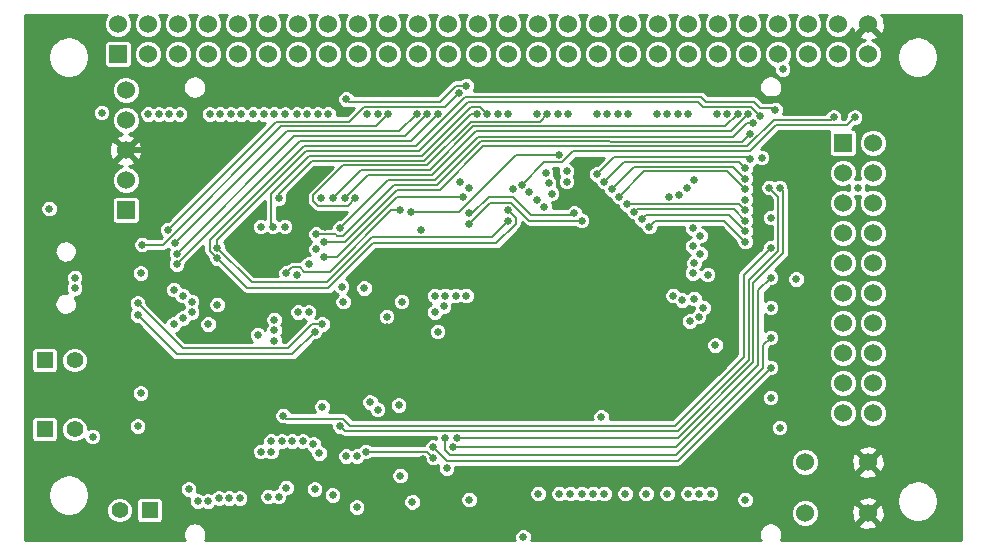
<source format=gbr>
G04 (created by PCBNEW (2013-04-19 BZR 4011)-stable) date 01/07/2013 10:58:15*
%MOIN*%
G04 Gerber Fmt 3.4, Leading zero omitted, Abs format*
%FSLAX34Y34*%
G01*
G70*
G90*
G04 APERTURE LIST*
%ADD10C,2.3622e-006*%
%ADD11C,0.06*%
%ADD12R,0.06X0.06*%
%ADD13R,0.055X0.055*%
%ADD14C,0.055*%
%ADD15C,0.025*%
%ADD16C,0.008*%
%ADD17C,0.02*%
%ADD18C,0.01*%
G04 APERTURE END LIST*
G54D10*
G54D11*
X102500Y-45450D03*
X101500Y-46450D03*
G54D12*
X101500Y-45450D03*
G54D11*
X102500Y-46450D03*
X101500Y-47450D03*
X102500Y-47450D03*
X101500Y-48450D03*
X102500Y-48450D03*
X101500Y-49450D03*
X102500Y-49450D03*
X101500Y-50450D03*
X102500Y-50450D03*
X101500Y-51450D03*
X102500Y-51450D03*
X101500Y-52450D03*
X102500Y-52450D03*
X101500Y-53450D03*
X102500Y-53450D03*
X101500Y-54450D03*
X102500Y-54450D03*
X100257Y-56100D03*
X102343Y-56100D03*
G54D13*
X74900Y-55000D03*
G54D14*
X75900Y-55000D03*
G54D13*
X74900Y-52700D03*
G54D14*
X75900Y-52700D03*
G54D13*
X78400Y-57700D03*
G54D14*
X77400Y-57700D03*
G54D12*
X77350Y-42500D03*
G54D11*
X77350Y-41500D03*
X78350Y-42500D03*
X78350Y-41500D03*
X79350Y-42500D03*
X79350Y-41500D03*
X80350Y-42500D03*
X80350Y-41500D03*
X81350Y-42500D03*
X81350Y-41500D03*
X82350Y-42500D03*
X82350Y-41500D03*
X83350Y-42500D03*
X83350Y-41500D03*
X84350Y-42500D03*
X84350Y-41500D03*
X85350Y-42500D03*
X85350Y-41500D03*
X86350Y-42500D03*
X86350Y-41500D03*
X87350Y-42500D03*
X87350Y-41500D03*
X88350Y-42500D03*
X88350Y-41500D03*
X89350Y-42500D03*
X89350Y-41500D03*
X90350Y-42500D03*
X90350Y-41500D03*
X91350Y-42500D03*
X91350Y-41500D03*
X92350Y-42500D03*
X92350Y-41500D03*
X93350Y-42500D03*
X93350Y-41500D03*
X94350Y-42500D03*
X94350Y-41500D03*
X95350Y-42500D03*
X95350Y-41500D03*
X96350Y-42500D03*
X96350Y-41500D03*
X97350Y-42500D03*
X97350Y-41500D03*
X98350Y-42500D03*
X98350Y-41500D03*
X99350Y-42500D03*
X99350Y-41500D03*
X100350Y-42500D03*
X100350Y-41500D03*
X101350Y-42500D03*
X101350Y-41500D03*
X102350Y-42500D03*
X102350Y-41500D03*
X100257Y-57800D03*
X102343Y-57800D03*
G54D12*
X77600Y-47700D03*
G54D11*
X77600Y-46700D03*
X77600Y-45700D03*
X77600Y-44700D03*
X77600Y-43700D03*
G54D15*
X75050Y-47650D03*
X85300Y-57600D03*
X80700Y-57300D03*
X81050Y-57300D03*
X98250Y-57350D03*
X99400Y-54950D03*
X95850Y-50550D03*
X88950Y-50550D03*
X99100Y-53950D03*
X96150Y-50700D03*
X88600Y-50550D03*
X97000Y-49850D03*
X78350Y-44500D03*
X79200Y-50350D03*
X79500Y-50550D03*
X78700Y-44500D03*
X83150Y-55400D03*
X82550Y-44500D03*
X83500Y-55400D03*
X82900Y-44500D03*
X83300Y-44500D03*
X91550Y-47600D03*
X91800Y-47150D03*
X83650Y-44500D03*
X91700Y-46800D03*
X84000Y-44500D03*
X91300Y-47350D03*
X91600Y-46450D03*
X84350Y-44500D03*
X91050Y-47100D03*
X88950Y-43550D03*
X84950Y-44000D03*
X92800Y-48050D03*
X85650Y-44500D03*
X89050Y-48150D03*
X89050Y-47800D03*
X92550Y-47800D03*
X86000Y-44500D03*
X88750Y-46750D03*
X78150Y-48850D03*
X86350Y-44500D03*
X79800Y-50750D03*
X79050Y-44500D03*
X79250Y-48800D03*
X87300Y-44500D03*
X87650Y-44500D03*
X79300Y-49150D03*
X88000Y-44500D03*
X79300Y-49500D03*
X88700Y-43800D03*
X79000Y-48350D03*
X89300Y-44500D03*
X82700Y-47300D03*
X82500Y-48250D03*
X89650Y-44500D03*
X79400Y-44500D03*
X79800Y-51100D03*
X80400Y-44500D03*
X79500Y-51300D03*
X80750Y-44500D03*
X79200Y-51500D03*
X81100Y-44500D03*
X82100Y-55750D03*
X81450Y-44500D03*
X82450Y-55750D03*
X82450Y-55400D03*
X81850Y-44500D03*
X82200Y-44500D03*
X82800Y-55400D03*
X84900Y-47300D03*
X98350Y-44500D03*
X96750Y-49150D03*
X90000Y-44500D03*
X92300Y-46750D03*
X86000Y-54350D03*
X92300Y-46400D03*
X90350Y-44500D03*
X96500Y-48900D03*
X85750Y-54100D03*
X98250Y-48050D03*
X95300Y-44500D03*
X94550Y-47750D03*
X98250Y-47700D03*
X94300Y-47500D03*
X95650Y-44500D03*
X88300Y-56300D03*
X85300Y-55900D03*
X98250Y-47000D03*
X85600Y-55750D03*
X96000Y-44500D03*
X87850Y-55950D03*
X94050Y-47250D03*
X93800Y-47000D03*
X98250Y-46650D03*
X96350Y-44500D03*
X98250Y-46300D03*
X93550Y-46750D03*
X97300Y-44500D03*
X93300Y-46500D03*
X98400Y-46000D03*
X97650Y-44500D03*
X92050Y-45850D03*
X96750Y-48550D03*
X91300Y-44500D03*
X87100Y-47750D03*
X96500Y-48300D03*
X91650Y-44500D03*
X85250Y-47300D03*
X95700Y-47250D03*
X92000Y-44500D03*
X83850Y-55500D03*
X96050Y-47200D03*
X92350Y-44500D03*
X84050Y-55800D03*
X83900Y-57000D03*
X96300Y-46950D03*
X93300Y-44500D03*
X96550Y-46700D03*
X93650Y-44500D03*
X84950Y-55900D03*
X94000Y-44500D03*
X98250Y-48750D03*
X95050Y-48250D03*
X94350Y-44500D03*
X98250Y-48400D03*
X94800Y-48000D03*
X101200Y-44600D03*
X84200Y-48750D03*
X96500Y-49800D03*
X83950Y-49000D03*
X88850Y-47250D03*
X84200Y-49250D03*
X82350Y-57250D03*
X82900Y-48250D03*
X90350Y-48050D03*
X80650Y-48950D03*
X98750Y-44550D03*
X96550Y-49450D03*
X98500Y-44800D03*
X84750Y-48300D03*
X90350Y-47700D03*
X80650Y-49300D03*
X99250Y-44350D03*
X83950Y-48500D03*
X98400Y-45150D03*
X89050Y-46950D03*
X98000Y-44500D03*
X84500Y-47300D03*
X90800Y-46850D03*
X101900Y-44600D03*
X80000Y-57400D03*
X99500Y-43000D03*
X79700Y-57000D03*
X102000Y-46950D03*
X88500Y-55600D03*
X99100Y-49950D03*
X83350Y-51100D03*
X82550Y-51700D03*
X83700Y-49500D03*
X82550Y-51350D03*
X88650Y-55300D03*
X99400Y-46950D03*
X86800Y-50750D03*
X88250Y-55300D03*
X99100Y-51950D03*
X84750Y-54900D03*
X87900Y-50550D03*
X99050Y-46950D03*
X86750Y-47700D03*
X82950Y-49800D03*
X99100Y-47950D03*
X99100Y-52950D03*
X87850Y-55600D03*
X83700Y-51100D03*
X82550Y-52050D03*
X87900Y-51100D03*
X96400Y-51400D03*
X88200Y-50900D03*
X96700Y-51250D03*
X80350Y-57400D03*
X87450Y-48350D03*
X85550Y-50300D03*
X81400Y-57300D03*
X99950Y-50000D03*
X96550Y-50650D03*
X83300Y-49850D03*
X88250Y-50550D03*
X99100Y-50950D03*
X96850Y-50950D03*
X82850Y-54550D03*
X99100Y-48950D03*
X78000Y-51200D03*
X83900Y-51750D03*
X84150Y-51500D03*
X78000Y-50800D03*
X78100Y-49800D03*
X95400Y-51900D03*
X76950Y-53450D03*
X76450Y-54750D03*
X83500Y-57150D03*
X81775Y-55850D03*
X84250Y-48250D03*
X94700Y-58600D03*
X79850Y-55900D03*
X86300Y-51600D03*
X79100Y-55900D03*
X98700Y-47950D03*
X77600Y-51200D03*
X88250Y-53500D03*
X84500Y-50600D03*
X78000Y-54500D03*
X87500Y-56000D03*
X94250Y-57150D03*
X92800Y-57150D03*
X91350Y-57150D03*
X95650Y-57150D03*
X82700Y-57250D03*
X75900Y-49950D03*
X78100Y-53800D03*
X75900Y-50300D03*
X76500Y-55250D03*
X94950Y-57150D03*
X87150Y-57425D03*
X93175Y-57150D03*
X92425Y-57150D03*
X92050Y-57150D03*
X96350Y-57150D03*
X97100Y-57150D03*
X90850Y-58600D03*
X96725Y-57150D03*
X93550Y-57150D03*
X90500Y-47000D03*
X98250Y-47350D03*
X93450Y-54600D03*
X97250Y-52200D03*
X86700Y-54200D03*
X88000Y-51750D03*
X98800Y-45950D03*
X86750Y-56550D03*
X89050Y-57350D03*
X82950Y-56950D03*
X80350Y-51500D03*
X76800Y-44450D03*
X84850Y-50750D03*
X78000Y-54900D03*
X84100Y-47300D03*
X84150Y-54250D03*
X86300Y-51250D03*
X80650Y-50850D03*
X84500Y-57200D03*
X84800Y-50250D03*
X82100Y-48250D03*
X82000Y-51850D03*
G54D16*
X84950Y-44000D02*
X85038Y-44088D01*
X88062Y-44088D02*
X88600Y-43550D01*
X88600Y-43550D02*
X88950Y-43550D01*
X85038Y-44088D02*
X88062Y-44088D01*
X89050Y-48150D02*
X89750Y-47450D01*
X91050Y-48050D02*
X92800Y-48050D01*
X90450Y-47450D02*
X91050Y-48050D01*
X89750Y-47450D02*
X90450Y-47450D01*
X89050Y-47800D02*
X89150Y-47800D01*
X89150Y-47800D02*
X89700Y-47250D01*
X92550Y-47800D02*
X92500Y-47850D01*
X92500Y-47850D02*
X91100Y-47850D01*
X91100Y-47850D02*
X90500Y-47250D01*
X90500Y-47250D02*
X89700Y-47250D01*
X86350Y-44500D02*
X85938Y-44912D01*
X82788Y-44912D02*
X85938Y-44912D01*
X78150Y-48850D02*
X78850Y-48850D01*
X78850Y-48850D02*
X82788Y-44912D01*
X79250Y-48800D02*
X82976Y-45074D01*
X82976Y-45074D02*
X86726Y-45074D01*
X86726Y-45074D02*
X87300Y-44500D01*
X79300Y-49150D02*
X83214Y-45236D01*
X86914Y-45236D02*
X87650Y-44500D01*
X83214Y-45236D02*
X86914Y-45236D01*
X87102Y-45398D02*
X88000Y-44500D01*
X79300Y-49500D02*
X83402Y-45398D01*
X83402Y-45398D02*
X87102Y-45398D01*
X79000Y-48350D02*
X82600Y-44750D01*
X88250Y-44250D02*
X88700Y-43800D01*
X82600Y-44750D02*
X85050Y-44750D01*
X85550Y-44250D02*
X88250Y-44250D01*
X85050Y-44750D02*
X85550Y-44250D01*
X89300Y-44500D02*
X89100Y-44500D01*
X83804Y-46046D02*
X87554Y-46046D01*
X82700Y-47150D02*
X83804Y-46046D01*
X82700Y-47300D02*
X82700Y-47150D01*
X87554Y-46046D02*
X89100Y-44500D01*
X89100Y-44250D02*
X87466Y-45884D01*
X82450Y-47150D02*
X82450Y-48150D01*
X82450Y-48150D02*
X82500Y-48250D01*
X87466Y-45884D02*
X83716Y-45884D01*
X83716Y-45884D02*
X82450Y-47150D01*
X89400Y-44250D02*
X89100Y-44250D01*
X89650Y-44500D02*
X89400Y-44250D01*
X85668Y-46532D02*
X87818Y-46532D01*
X84900Y-47300D02*
X85668Y-46532D01*
X97776Y-45074D02*
X98350Y-44500D01*
X89276Y-45074D02*
X97776Y-45074D01*
X87818Y-46532D02*
X89276Y-45074D01*
X94650Y-47662D02*
X97862Y-47662D01*
X97862Y-47662D02*
X98250Y-48050D01*
X94638Y-47662D02*
X94650Y-47662D01*
X94550Y-47750D02*
X94638Y-47662D01*
X94300Y-47500D02*
X98050Y-47500D01*
X98050Y-47500D02*
X98250Y-47700D01*
X97650Y-46408D02*
X94892Y-46408D01*
X94892Y-46408D02*
X94050Y-47250D01*
X97650Y-46408D02*
X97658Y-46408D01*
X97658Y-46408D02*
X98250Y-47000D01*
X85600Y-55750D02*
X87650Y-55750D01*
X87650Y-55750D02*
X87850Y-55950D01*
X97846Y-46246D02*
X94554Y-46246D01*
X94554Y-46246D02*
X93800Y-47000D01*
X97846Y-46246D02*
X98250Y-46650D01*
X98034Y-46084D02*
X94216Y-46084D01*
X94216Y-46084D02*
X93550Y-46750D01*
X98034Y-46084D02*
X98250Y-46300D01*
X98300Y-45922D02*
X93878Y-45922D01*
X93878Y-45922D02*
X93300Y-46500D01*
X98300Y-45922D02*
X98322Y-45922D01*
X98322Y-45922D02*
X98400Y-46000D01*
X87100Y-47750D02*
X88700Y-47750D01*
X92050Y-45850D02*
X90600Y-45850D01*
X88700Y-47750D02*
X90600Y-45850D01*
X84000Y-47550D02*
X83850Y-47400D01*
X87642Y-46208D02*
X89100Y-44750D01*
X89100Y-44750D02*
X91400Y-44750D01*
X84842Y-46208D02*
X87642Y-46208D01*
X85000Y-47550D02*
X84000Y-47550D01*
X83850Y-47200D02*
X84842Y-46208D01*
X85250Y-47300D02*
X85000Y-47550D01*
X83850Y-47400D02*
X83850Y-47200D01*
X91400Y-44750D02*
X91650Y-44500D01*
X95250Y-48050D02*
X97550Y-48050D01*
X97550Y-48050D02*
X98250Y-48750D01*
X95050Y-48250D02*
X95250Y-48050D01*
X94950Y-47850D02*
X97700Y-47850D01*
X97700Y-47850D02*
X98250Y-48400D01*
X94800Y-48000D02*
X94950Y-47850D01*
X88082Y-47018D02*
X89526Y-45574D01*
X99200Y-44700D02*
X101100Y-44700D01*
X101100Y-44700D02*
X101200Y-44600D01*
X84900Y-48750D02*
X86632Y-47018D01*
X86632Y-47018D02*
X88082Y-47018D01*
X84200Y-48750D02*
X84900Y-48750D01*
X98326Y-45574D02*
X99200Y-44700D01*
X89526Y-45574D02*
X98326Y-45574D01*
X88850Y-47250D02*
X86650Y-47250D01*
X86650Y-47250D02*
X84650Y-49250D01*
X84650Y-49250D02*
X84200Y-49250D01*
X89800Y-48600D02*
X90350Y-48050D01*
X85800Y-48600D02*
X89800Y-48600D01*
X81800Y-50100D02*
X84300Y-50100D01*
X84300Y-50100D02*
X85800Y-48600D01*
X80650Y-48950D02*
X81800Y-50100D01*
X80650Y-48700D02*
X83628Y-45722D01*
X80650Y-48950D02*
X80650Y-48700D01*
X83628Y-45722D02*
X87378Y-45722D01*
X96688Y-44088D02*
X96850Y-44250D01*
X89012Y-44088D02*
X96688Y-44088D01*
X96850Y-44250D02*
X98450Y-44250D01*
X87378Y-45722D02*
X89012Y-44088D01*
X98450Y-44250D02*
X98750Y-44550D01*
X98500Y-44800D02*
X98300Y-44800D01*
X98300Y-44800D02*
X97850Y-45250D01*
X87906Y-46694D02*
X89350Y-45250D01*
X84750Y-48300D02*
X86356Y-46694D01*
X89350Y-45250D02*
X97850Y-45250D01*
X86356Y-46694D02*
X87906Y-46694D01*
X90350Y-47700D02*
X90600Y-47950D01*
X90600Y-48150D02*
X89950Y-48800D01*
X90600Y-47950D02*
X90600Y-48150D01*
X80650Y-49300D02*
X81650Y-50300D01*
X85850Y-48800D02*
X89950Y-48800D01*
X84350Y-50300D02*
X85850Y-48800D01*
X81650Y-50300D02*
X84350Y-50300D01*
X83540Y-45560D02*
X87290Y-45560D01*
X87290Y-45560D02*
X88924Y-43926D01*
X80400Y-49050D02*
X80400Y-48700D01*
X80650Y-49300D02*
X80400Y-49050D01*
X80400Y-48700D02*
X83540Y-45560D01*
X88924Y-43926D02*
X96776Y-43926D01*
X96776Y-43926D02*
X96938Y-44088D01*
X96938Y-44088D02*
X98538Y-44088D01*
X99200Y-44300D02*
X99250Y-44350D01*
X98750Y-44300D02*
X99200Y-44300D01*
X98538Y-44088D02*
X98750Y-44300D01*
X98400Y-45150D02*
X98136Y-45413D01*
X84650Y-48550D02*
X84850Y-48550D01*
X86544Y-46856D02*
X87994Y-46856D01*
X84850Y-48550D02*
X86544Y-46856D01*
X83950Y-48500D02*
X84600Y-48500D01*
X89438Y-45412D02*
X98136Y-45413D01*
X84600Y-48500D02*
X84650Y-48550D01*
X87994Y-46856D02*
X89438Y-45412D01*
X97588Y-44912D02*
X98000Y-44500D01*
X85430Y-46370D02*
X87730Y-46370D01*
X89188Y-44912D02*
X97588Y-44912D01*
X87730Y-46370D02*
X89188Y-44912D01*
X84500Y-47300D02*
X85430Y-46370D01*
X90800Y-46850D02*
X91550Y-46100D01*
X101900Y-44600D02*
X101638Y-44862D01*
X99288Y-44862D02*
X101638Y-44862D01*
X98414Y-45736D02*
X99288Y-44862D01*
X92514Y-45736D02*
X98414Y-45736D01*
X92150Y-46100D02*
X92514Y-45736D01*
X91550Y-46100D02*
X92150Y-46100D01*
X88500Y-55600D02*
X95950Y-55600D01*
X95950Y-55600D02*
X98688Y-52862D01*
X98688Y-50362D02*
X99100Y-49950D01*
X98688Y-52862D02*
X98688Y-50362D01*
X99512Y-47062D02*
X99400Y-46950D01*
X88650Y-55300D02*
X96000Y-55300D01*
X98526Y-52774D02*
X98526Y-50124D01*
X99512Y-49138D02*
X99512Y-47062D01*
X96000Y-55300D02*
X98526Y-52774D01*
X98526Y-50124D02*
X99512Y-49138D01*
X88250Y-55700D02*
X88400Y-55850D01*
X88400Y-55850D02*
X95950Y-55850D01*
X98850Y-52200D02*
X99100Y-51950D01*
X98850Y-52950D02*
X98850Y-52200D01*
X95950Y-55850D02*
X98850Y-52950D01*
X88250Y-55300D02*
X88250Y-55700D01*
X84750Y-54900D02*
X84900Y-55050D01*
X99050Y-46950D02*
X99350Y-47250D01*
X99350Y-47250D02*
X99350Y-49050D01*
X98364Y-50036D02*
X98364Y-52686D01*
X96000Y-55050D02*
X84900Y-55050D01*
X98364Y-52686D02*
X96000Y-55050D01*
X99350Y-49050D02*
X98364Y-50036D01*
X83550Y-49750D02*
X83400Y-49600D01*
X83150Y-49600D02*
X82950Y-49800D01*
X86750Y-47700D02*
X86450Y-47700D01*
X83400Y-49600D02*
X83150Y-49600D01*
X84400Y-49750D02*
X83550Y-49750D01*
X86450Y-47700D02*
X84400Y-49750D01*
X87850Y-55600D02*
X88300Y-56050D01*
X96000Y-56050D02*
X99100Y-52950D01*
X88300Y-56050D02*
X96000Y-56050D01*
X98202Y-49848D02*
X99100Y-48950D01*
X82850Y-54550D02*
X82950Y-54650D01*
X82950Y-54650D02*
X84850Y-54650D01*
X95912Y-54888D02*
X98202Y-52598D01*
X98202Y-52598D02*
X98202Y-49848D01*
X84850Y-54650D02*
X85088Y-54888D01*
X85088Y-54888D02*
X95912Y-54888D01*
X78000Y-51200D02*
X79300Y-52500D01*
X83150Y-52500D02*
X83900Y-51750D01*
X79300Y-52500D02*
X83150Y-52500D01*
X78000Y-50800D02*
X79500Y-52300D01*
X79500Y-52300D02*
X83000Y-52300D01*
X83000Y-52300D02*
X83800Y-51500D01*
X83800Y-51500D02*
X84150Y-51500D01*
X86300Y-51600D02*
X85000Y-52900D01*
X79300Y-52900D02*
X77600Y-51200D01*
X85000Y-52900D02*
X79300Y-52900D01*
X76450Y-54750D02*
X77750Y-54750D01*
X77750Y-54750D02*
X78000Y-54500D01*
X83500Y-57150D02*
X83500Y-57000D01*
X83500Y-57000D02*
X84300Y-56200D01*
X84300Y-56200D02*
X87300Y-56200D01*
X87300Y-56200D02*
X87500Y-56000D01*
X81775Y-55850D02*
X79900Y-55850D01*
X79900Y-55850D02*
X79850Y-55900D01*
X84500Y-51300D02*
X84500Y-50600D01*
G54D17*
X101850Y-42800D02*
X100650Y-44000D01*
X78700Y-45700D02*
X77600Y-45700D01*
X98400Y-43500D02*
X89500Y-43500D01*
X101850Y-42000D02*
X101850Y-42800D01*
X102350Y-41500D02*
X101850Y-42000D01*
X98900Y-44000D02*
X98400Y-43500D01*
X89500Y-43500D02*
X89150Y-43150D01*
X89150Y-43150D02*
X81250Y-43150D01*
X100650Y-44000D02*
X98900Y-44000D01*
X81250Y-43150D02*
X78700Y-45700D01*
G54D16*
X97750Y-58600D02*
X99400Y-56950D01*
X84800Y-51600D02*
X84500Y-51300D01*
X99400Y-56950D02*
X101493Y-56950D01*
X79100Y-55900D02*
X79850Y-55900D01*
X86300Y-51600D02*
X84800Y-51600D01*
X94700Y-58600D02*
X97750Y-58600D01*
X79850Y-55900D02*
X78450Y-54500D01*
X78450Y-54500D02*
X78000Y-54500D01*
X77600Y-51200D02*
X77600Y-48850D01*
X78100Y-46200D02*
X77600Y-45700D01*
X77600Y-48850D02*
X78100Y-48350D01*
X78100Y-48350D02*
X78100Y-46200D01*
X101493Y-56950D02*
X102343Y-57800D01*
X78000Y-54500D02*
X77600Y-54100D01*
X77600Y-54100D02*
X77600Y-51200D01*
G54D10*
G36*
X84993Y-47760D02*
X84748Y-48004D01*
X84691Y-48004D01*
X84583Y-48049D01*
X84500Y-48132D01*
X84455Y-48241D01*
X84455Y-48290D01*
X84157Y-48290D01*
X84117Y-48250D01*
X84008Y-48205D01*
X83891Y-48204D01*
X83783Y-48249D01*
X83700Y-48332D01*
X83655Y-48441D01*
X83654Y-48558D01*
X83699Y-48666D01*
X83782Y-48749D01*
X83782Y-48750D01*
X83700Y-48832D01*
X83655Y-48941D01*
X83654Y-49058D01*
X83699Y-49166D01*
X83737Y-49205D01*
X83641Y-49204D01*
X83533Y-49249D01*
X83450Y-49332D01*
X83424Y-49394D01*
X83400Y-49390D01*
X83150Y-49390D01*
X83069Y-49405D01*
X83042Y-49424D01*
X83001Y-49451D01*
X83001Y-49451D01*
X82948Y-49504D01*
X82891Y-49504D01*
X82783Y-49549D01*
X82700Y-49632D01*
X82655Y-49741D01*
X82654Y-49858D01*
X82667Y-49890D01*
X81886Y-49890D01*
X80945Y-48948D01*
X80945Y-48891D01*
X80900Y-48783D01*
X80882Y-48764D01*
X82240Y-47406D01*
X82240Y-47988D01*
X82158Y-47955D01*
X82041Y-47954D01*
X81933Y-47999D01*
X81850Y-48082D01*
X81805Y-48191D01*
X81804Y-48308D01*
X81849Y-48416D01*
X81932Y-48499D01*
X82041Y-48544D01*
X82158Y-48545D01*
X82266Y-48500D01*
X82299Y-48467D01*
X82332Y-48499D01*
X82441Y-48544D01*
X82558Y-48545D01*
X82666Y-48500D01*
X82699Y-48467D01*
X82732Y-48499D01*
X82841Y-48544D01*
X82958Y-48545D01*
X83066Y-48500D01*
X83149Y-48417D01*
X83194Y-48308D01*
X83195Y-48191D01*
X83150Y-48083D01*
X83067Y-48000D01*
X82958Y-47955D01*
X82841Y-47954D01*
X82733Y-47999D01*
X82700Y-48032D01*
X82667Y-48000D01*
X82660Y-47997D01*
X82660Y-47594D01*
X82758Y-47595D01*
X82866Y-47550D01*
X82949Y-47467D01*
X82994Y-47358D01*
X82995Y-47241D01*
X82968Y-47178D01*
X83890Y-46256D01*
X84497Y-46256D01*
X83701Y-47051D01*
X83655Y-47119D01*
X83640Y-47200D01*
X83640Y-47400D01*
X83655Y-47480D01*
X83701Y-47548D01*
X83851Y-47698D01*
X83851Y-47698D01*
X83892Y-47725D01*
X83919Y-47744D01*
X83919Y-47744D01*
X84000Y-47760D01*
X84993Y-47760D01*
X84993Y-47760D01*
G37*
G54D18*
X84993Y-47760D02*
X84748Y-48004D01*
X84691Y-48004D01*
X84583Y-48049D01*
X84500Y-48132D01*
X84455Y-48241D01*
X84455Y-48290D01*
X84157Y-48290D01*
X84117Y-48250D01*
X84008Y-48205D01*
X83891Y-48204D01*
X83783Y-48249D01*
X83700Y-48332D01*
X83655Y-48441D01*
X83654Y-48558D01*
X83699Y-48666D01*
X83782Y-48749D01*
X83782Y-48750D01*
X83700Y-48832D01*
X83655Y-48941D01*
X83654Y-49058D01*
X83699Y-49166D01*
X83737Y-49205D01*
X83641Y-49204D01*
X83533Y-49249D01*
X83450Y-49332D01*
X83424Y-49394D01*
X83400Y-49390D01*
X83150Y-49390D01*
X83069Y-49405D01*
X83042Y-49424D01*
X83001Y-49451D01*
X83001Y-49451D01*
X82948Y-49504D01*
X82891Y-49504D01*
X82783Y-49549D01*
X82700Y-49632D01*
X82655Y-49741D01*
X82654Y-49858D01*
X82667Y-49890D01*
X81886Y-49890D01*
X80945Y-48948D01*
X80945Y-48891D01*
X80900Y-48783D01*
X80882Y-48764D01*
X82240Y-47406D01*
X82240Y-47988D01*
X82158Y-47955D01*
X82041Y-47954D01*
X81933Y-47999D01*
X81850Y-48082D01*
X81805Y-48191D01*
X81804Y-48308D01*
X81849Y-48416D01*
X81932Y-48499D01*
X82041Y-48544D01*
X82158Y-48545D01*
X82266Y-48500D01*
X82299Y-48467D01*
X82332Y-48499D01*
X82441Y-48544D01*
X82558Y-48545D01*
X82666Y-48500D01*
X82699Y-48467D01*
X82732Y-48499D01*
X82841Y-48544D01*
X82958Y-48545D01*
X83066Y-48500D01*
X83149Y-48417D01*
X83194Y-48308D01*
X83195Y-48191D01*
X83150Y-48083D01*
X83067Y-48000D01*
X82958Y-47955D01*
X82841Y-47954D01*
X82733Y-47999D01*
X82700Y-48032D01*
X82667Y-48000D01*
X82660Y-47997D01*
X82660Y-47594D01*
X82758Y-47595D01*
X82866Y-47550D01*
X82949Y-47467D01*
X82994Y-47358D01*
X82995Y-47241D01*
X82968Y-47178D01*
X83890Y-46256D01*
X84497Y-46256D01*
X83701Y-47051D01*
X83655Y-47119D01*
X83640Y-47200D01*
X83640Y-47400D01*
X83655Y-47480D01*
X83701Y-47548D01*
X83851Y-47698D01*
X83851Y-47698D01*
X83892Y-47725D01*
X83919Y-47744D01*
X83919Y-47744D01*
X84000Y-47760D01*
X84993Y-47760D01*
G54D10*
G36*
X105455Y-58705D02*
X104691Y-58705D01*
X104691Y-57437D01*
X104691Y-57400D01*
X104691Y-57362D01*
X104691Y-42637D01*
X104691Y-42600D01*
X104691Y-42562D01*
X104691Y-42561D01*
X104691Y-42561D01*
X104691Y-42561D01*
X104653Y-42370D01*
X104624Y-42300D01*
X104623Y-42299D01*
X104516Y-42138D01*
X104515Y-42137D01*
X104461Y-42084D01*
X104300Y-41976D01*
X104299Y-41975D01*
X104229Y-41946D01*
X104037Y-41908D01*
X103961Y-41908D01*
X103960Y-41909D01*
X103770Y-41946D01*
X103700Y-41975D01*
X103699Y-41976D01*
X103538Y-42083D01*
X103537Y-42084D01*
X103484Y-42138D01*
X103376Y-42299D01*
X103375Y-42300D01*
X103346Y-42370D01*
X103308Y-42562D01*
X103308Y-42600D01*
X103308Y-42637D01*
X103308Y-42638D01*
X103346Y-42829D01*
X103375Y-42899D01*
X103376Y-42900D01*
X103484Y-43061D01*
X103537Y-43115D01*
X103538Y-43116D01*
X103699Y-43223D01*
X103700Y-43224D01*
X103770Y-43253D01*
X103960Y-43290D01*
X103961Y-43291D01*
X104037Y-43291D01*
X104229Y-43253D01*
X104299Y-43224D01*
X104300Y-43223D01*
X104461Y-43115D01*
X104515Y-43062D01*
X104516Y-43061D01*
X104623Y-42900D01*
X104624Y-42899D01*
X104653Y-42829D01*
X104691Y-42638D01*
X104691Y-42638D01*
X104691Y-42638D01*
X104691Y-42637D01*
X104691Y-57362D01*
X104691Y-57361D01*
X104691Y-57361D01*
X104691Y-57361D01*
X104653Y-57170D01*
X104624Y-57100D01*
X104623Y-57099D01*
X104516Y-56938D01*
X104515Y-56937D01*
X104461Y-56884D01*
X104300Y-56776D01*
X104299Y-56775D01*
X104229Y-56746D01*
X104037Y-56708D01*
X103961Y-56708D01*
X103960Y-56709D01*
X103770Y-56746D01*
X103700Y-56775D01*
X103699Y-56776D01*
X103538Y-56883D01*
X103537Y-56884D01*
X103484Y-56938D01*
X103376Y-57099D01*
X103375Y-57100D01*
X103346Y-57170D01*
X103308Y-57362D01*
X103308Y-57400D01*
X103308Y-57437D01*
X103308Y-57438D01*
X103346Y-57629D01*
X103375Y-57699D01*
X103376Y-57700D01*
X103484Y-57861D01*
X103537Y-57915D01*
X103538Y-57916D01*
X103699Y-58023D01*
X103700Y-58024D01*
X103770Y-58053D01*
X103960Y-58090D01*
X103961Y-58091D01*
X104037Y-58091D01*
X104229Y-58053D01*
X104299Y-58024D01*
X104300Y-58023D01*
X104461Y-57915D01*
X104515Y-57862D01*
X104516Y-57861D01*
X104623Y-57700D01*
X104624Y-57699D01*
X104653Y-57629D01*
X104691Y-57438D01*
X104691Y-57438D01*
X104691Y-57438D01*
X104691Y-57437D01*
X104691Y-58705D01*
X102970Y-58705D01*
X102970Y-54356D01*
X102970Y-53356D01*
X102970Y-52356D01*
X102970Y-51356D01*
X102970Y-50356D01*
X102970Y-49356D01*
X102970Y-48356D01*
X102970Y-47356D01*
X102898Y-47184D01*
X102766Y-47051D01*
X102593Y-46980D01*
X102406Y-46979D01*
X102286Y-47029D01*
X102294Y-47008D01*
X102295Y-46891D01*
X102286Y-46870D01*
X102406Y-46919D01*
X102593Y-46920D01*
X102765Y-46848D01*
X102898Y-46716D01*
X102969Y-46543D01*
X102970Y-46356D01*
X102970Y-45356D01*
X102898Y-45184D01*
X102820Y-45105D01*
X102820Y-42406D01*
X102748Y-42234D01*
X102616Y-42101D01*
X102478Y-42044D01*
X102486Y-42043D01*
X102637Y-41981D01*
X102665Y-41885D01*
X102350Y-41570D01*
X102034Y-41885D01*
X102062Y-41981D01*
X102229Y-42041D01*
X102084Y-42101D01*
X101951Y-42233D01*
X101880Y-42406D01*
X101879Y-42593D01*
X101951Y-42765D01*
X102083Y-42898D01*
X102256Y-42969D01*
X102443Y-42970D01*
X102615Y-42898D01*
X102748Y-42766D01*
X102819Y-42593D01*
X102820Y-42406D01*
X102820Y-45105D01*
X102766Y-45051D01*
X102593Y-44980D01*
X102406Y-44979D01*
X102234Y-45051D01*
X102195Y-45090D01*
X102195Y-44541D01*
X102150Y-44433D01*
X102067Y-44350D01*
X101958Y-44305D01*
X101841Y-44304D01*
X101820Y-44313D01*
X101820Y-42406D01*
X101748Y-42234D01*
X101616Y-42101D01*
X101443Y-42030D01*
X101256Y-42029D01*
X101084Y-42101D01*
X100951Y-42233D01*
X100880Y-42406D01*
X100879Y-42593D01*
X100951Y-42765D01*
X101083Y-42898D01*
X101256Y-42969D01*
X101443Y-42970D01*
X101615Y-42898D01*
X101748Y-42766D01*
X101819Y-42593D01*
X101820Y-42406D01*
X101820Y-44313D01*
X101733Y-44349D01*
X101650Y-44432D01*
X101605Y-44541D01*
X101605Y-44598D01*
X101551Y-44652D01*
X101494Y-44652D01*
X101495Y-44541D01*
X101450Y-44433D01*
X101367Y-44350D01*
X101258Y-44305D01*
X101141Y-44304D01*
X101033Y-44349D01*
X100950Y-44432D01*
X100926Y-44490D01*
X100820Y-44490D01*
X100820Y-42406D01*
X100748Y-42234D01*
X100616Y-42101D01*
X100443Y-42030D01*
X100256Y-42029D01*
X100084Y-42101D01*
X99951Y-42233D01*
X99880Y-42406D01*
X99879Y-42593D01*
X99951Y-42765D01*
X100083Y-42898D01*
X100256Y-42969D01*
X100443Y-42970D01*
X100615Y-42898D01*
X100748Y-42766D01*
X100819Y-42593D01*
X100820Y-42406D01*
X100820Y-44490D01*
X99820Y-44490D01*
X99820Y-42406D01*
X99748Y-42234D01*
X99616Y-42101D01*
X99443Y-42030D01*
X99256Y-42029D01*
X99084Y-42101D01*
X98951Y-42233D01*
X98880Y-42406D01*
X98879Y-42593D01*
X98951Y-42765D01*
X99083Y-42898D01*
X99205Y-42948D01*
X99204Y-43058D01*
X99249Y-43166D01*
X99332Y-43249D01*
X99441Y-43294D01*
X99558Y-43295D01*
X99666Y-43250D01*
X99749Y-43167D01*
X99794Y-43058D01*
X99795Y-42941D01*
X99750Y-42833D01*
X99715Y-42798D01*
X99748Y-42766D01*
X99819Y-42593D01*
X99820Y-42406D01*
X99820Y-44490D01*
X99511Y-44490D01*
X99544Y-44408D01*
X99545Y-44291D01*
X99500Y-44183D01*
X99491Y-44174D01*
X99491Y-43637D01*
X99491Y-43600D01*
X99491Y-43562D01*
X99491Y-43561D01*
X99491Y-43561D01*
X99491Y-43561D01*
X99476Y-43485D01*
X99476Y-43485D01*
X99476Y-43485D01*
X99446Y-43414D01*
X99403Y-43350D01*
X99349Y-43296D01*
X99349Y-43296D01*
X99285Y-43253D01*
X99284Y-43253D01*
X99284Y-43252D01*
X99214Y-43223D01*
X99137Y-43208D01*
X99061Y-43208D01*
X99061Y-43208D01*
X98985Y-43223D01*
X98985Y-43223D01*
X98985Y-43223D01*
X98914Y-43253D01*
X98850Y-43296D01*
X98820Y-43326D01*
X98820Y-42406D01*
X98748Y-42234D01*
X98616Y-42101D01*
X98443Y-42030D01*
X98256Y-42029D01*
X98084Y-42101D01*
X97951Y-42233D01*
X97880Y-42406D01*
X97879Y-42593D01*
X97951Y-42765D01*
X98083Y-42898D01*
X98256Y-42969D01*
X98443Y-42970D01*
X98615Y-42898D01*
X98748Y-42766D01*
X98819Y-42593D01*
X98820Y-42406D01*
X98820Y-43326D01*
X98796Y-43350D01*
X98796Y-43350D01*
X98753Y-43414D01*
X98753Y-43415D01*
X98752Y-43415D01*
X98723Y-43485D01*
X98708Y-43562D01*
X98708Y-43600D01*
X98708Y-43637D01*
X98708Y-43638D01*
X98723Y-43714D01*
X98752Y-43784D01*
X98753Y-43784D01*
X98753Y-43785D01*
X98796Y-43849D01*
X98796Y-43849D01*
X98850Y-43903D01*
X98914Y-43946D01*
X98985Y-43976D01*
X98985Y-43976D01*
X98985Y-43976D01*
X99061Y-43991D01*
X99061Y-43991D01*
X99137Y-43991D01*
X99214Y-43976D01*
X99214Y-43975D01*
X99284Y-43947D01*
X99284Y-43946D01*
X99285Y-43946D01*
X99349Y-43903D01*
X99349Y-43903D01*
X99403Y-43849D01*
X99446Y-43785D01*
X99476Y-43714D01*
X99476Y-43714D01*
X99476Y-43714D01*
X99491Y-43638D01*
X99491Y-43638D01*
X99491Y-43638D01*
X99491Y-43637D01*
X99491Y-44174D01*
X99417Y-44100D01*
X99308Y-44055D01*
X99191Y-44054D01*
X99106Y-44090D01*
X98836Y-44090D01*
X98686Y-43939D01*
X98618Y-43893D01*
X98538Y-43878D01*
X97820Y-43878D01*
X97820Y-42406D01*
X97748Y-42234D01*
X97616Y-42101D01*
X97443Y-42030D01*
X97256Y-42029D01*
X97084Y-42101D01*
X96951Y-42233D01*
X96880Y-42406D01*
X96879Y-42593D01*
X96951Y-42765D01*
X97083Y-42898D01*
X97256Y-42969D01*
X97443Y-42970D01*
X97615Y-42898D01*
X97748Y-42766D01*
X97819Y-42593D01*
X97820Y-42406D01*
X97820Y-43878D01*
X97024Y-43878D01*
X96924Y-43777D01*
X96856Y-43731D01*
X96820Y-43724D01*
X96820Y-42406D01*
X96748Y-42234D01*
X96616Y-42101D01*
X96443Y-42030D01*
X96256Y-42029D01*
X96084Y-42101D01*
X95951Y-42233D01*
X95880Y-42406D01*
X95879Y-42593D01*
X95951Y-42765D01*
X96083Y-42898D01*
X96256Y-42969D01*
X96443Y-42970D01*
X96615Y-42898D01*
X96748Y-42766D01*
X96819Y-42593D01*
X96820Y-42406D01*
X96820Y-43724D01*
X96776Y-43716D01*
X95820Y-43716D01*
X95820Y-42406D01*
X95748Y-42234D01*
X95616Y-42101D01*
X95443Y-42030D01*
X95256Y-42029D01*
X95084Y-42101D01*
X94951Y-42233D01*
X94880Y-42406D01*
X94879Y-42593D01*
X94951Y-42765D01*
X95083Y-42898D01*
X95256Y-42969D01*
X95443Y-42970D01*
X95615Y-42898D01*
X95748Y-42766D01*
X95819Y-42593D01*
X95820Y-42406D01*
X95820Y-43716D01*
X94820Y-43716D01*
X94820Y-42406D01*
X94748Y-42234D01*
X94616Y-42101D01*
X94443Y-42030D01*
X94256Y-42029D01*
X94084Y-42101D01*
X93951Y-42233D01*
X93880Y-42406D01*
X93879Y-42593D01*
X93951Y-42765D01*
X94083Y-42898D01*
X94256Y-42969D01*
X94443Y-42970D01*
X94615Y-42898D01*
X94748Y-42766D01*
X94819Y-42593D01*
X94820Y-42406D01*
X94820Y-43716D01*
X93820Y-43716D01*
X93820Y-42406D01*
X93748Y-42234D01*
X93616Y-42101D01*
X93443Y-42030D01*
X93256Y-42029D01*
X93084Y-42101D01*
X92951Y-42233D01*
X92880Y-42406D01*
X92879Y-42593D01*
X92951Y-42765D01*
X93083Y-42898D01*
X93256Y-42969D01*
X93443Y-42970D01*
X93615Y-42898D01*
X93748Y-42766D01*
X93819Y-42593D01*
X93820Y-42406D01*
X93820Y-43716D01*
X92820Y-43716D01*
X92820Y-42406D01*
X92748Y-42234D01*
X92616Y-42101D01*
X92443Y-42030D01*
X92256Y-42029D01*
X92084Y-42101D01*
X91951Y-42233D01*
X91880Y-42406D01*
X91879Y-42593D01*
X91951Y-42765D01*
X92083Y-42898D01*
X92256Y-42969D01*
X92443Y-42970D01*
X92615Y-42898D01*
X92748Y-42766D01*
X92819Y-42593D01*
X92820Y-42406D01*
X92820Y-43716D01*
X91820Y-43716D01*
X91820Y-42406D01*
X91748Y-42234D01*
X91616Y-42101D01*
X91443Y-42030D01*
X91256Y-42029D01*
X91084Y-42101D01*
X90951Y-42233D01*
X90880Y-42406D01*
X90879Y-42593D01*
X90951Y-42765D01*
X91083Y-42898D01*
X91256Y-42969D01*
X91443Y-42970D01*
X91615Y-42898D01*
X91748Y-42766D01*
X91819Y-42593D01*
X91820Y-42406D01*
X91820Y-43716D01*
X90820Y-43716D01*
X90820Y-42406D01*
X90748Y-42234D01*
X90616Y-42101D01*
X90443Y-42030D01*
X90256Y-42029D01*
X90084Y-42101D01*
X89951Y-42233D01*
X89880Y-42406D01*
X89879Y-42593D01*
X89951Y-42765D01*
X90083Y-42898D01*
X90256Y-42969D01*
X90443Y-42970D01*
X90615Y-42898D01*
X90748Y-42766D01*
X90819Y-42593D01*
X90820Y-42406D01*
X90820Y-43716D01*
X89820Y-43716D01*
X89820Y-42406D01*
X89748Y-42234D01*
X89616Y-42101D01*
X89443Y-42030D01*
X89256Y-42029D01*
X89084Y-42101D01*
X88951Y-42233D01*
X88880Y-42406D01*
X88879Y-42593D01*
X88951Y-42765D01*
X89083Y-42898D01*
X89256Y-42969D01*
X89443Y-42970D01*
X89615Y-42898D01*
X89748Y-42766D01*
X89819Y-42593D01*
X89820Y-42406D01*
X89820Y-43716D01*
X89200Y-43716D01*
X89244Y-43608D01*
X89245Y-43491D01*
X89200Y-43383D01*
X89117Y-43300D01*
X89008Y-43255D01*
X88891Y-43254D01*
X88820Y-43284D01*
X88820Y-42406D01*
X88748Y-42234D01*
X88616Y-42101D01*
X88443Y-42030D01*
X88256Y-42029D01*
X88084Y-42101D01*
X87951Y-42233D01*
X87880Y-42406D01*
X87879Y-42593D01*
X87951Y-42765D01*
X88083Y-42898D01*
X88256Y-42969D01*
X88443Y-42970D01*
X88615Y-42898D01*
X88748Y-42766D01*
X88819Y-42593D01*
X88820Y-42406D01*
X88820Y-43284D01*
X88783Y-43299D01*
X88742Y-43340D01*
X88600Y-43340D01*
X88519Y-43355D01*
X88451Y-43401D01*
X87975Y-43878D01*
X87820Y-43878D01*
X87820Y-42406D01*
X87748Y-42234D01*
X87616Y-42101D01*
X87443Y-42030D01*
X87256Y-42029D01*
X87084Y-42101D01*
X86951Y-42233D01*
X86880Y-42406D01*
X86879Y-42593D01*
X86951Y-42765D01*
X87083Y-42898D01*
X87256Y-42969D01*
X87443Y-42970D01*
X87615Y-42898D01*
X87748Y-42766D01*
X87819Y-42593D01*
X87820Y-42406D01*
X87820Y-43878D01*
X86820Y-43878D01*
X86820Y-42406D01*
X86748Y-42234D01*
X86616Y-42101D01*
X86443Y-42030D01*
X86256Y-42029D01*
X86084Y-42101D01*
X85951Y-42233D01*
X85880Y-42406D01*
X85879Y-42593D01*
X85951Y-42765D01*
X86083Y-42898D01*
X86256Y-42969D01*
X86443Y-42970D01*
X86615Y-42898D01*
X86748Y-42766D01*
X86819Y-42593D01*
X86820Y-42406D01*
X86820Y-43878D01*
X85820Y-43878D01*
X85820Y-42406D01*
X85748Y-42234D01*
X85616Y-42101D01*
X85443Y-42030D01*
X85256Y-42029D01*
X85084Y-42101D01*
X84951Y-42233D01*
X84880Y-42406D01*
X84879Y-42593D01*
X84951Y-42765D01*
X85083Y-42898D01*
X85256Y-42969D01*
X85443Y-42970D01*
X85615Y-42898D01*
X85748Y-42766D01*
X85819Y-42593D01*
X85820Y-42406D01*
X85820Y-43878D01*
X85218Y-43878D01*
X85200Y-43833D01*
X85117Y-43750D01*
X85008Y-43705D01*
X84891Y-43704D01*
X84820Y-43734D01*
X84820Y-42406D01*
X84748Y-42234D01*
X84616Y-42101D01*
X84443Y-42030D01*
X84256Y-42029D01*
X84084Y-42101D01*
X83951Y-42233D01*
X83880Y-42406D01*
X83879Y-42593D01*
X83951Y-42765D01*
X84083Y-42898D01*
X84256Y-42969D01*
X84443Y-42970D01*
X84615Y-42898D01*
X84748Y-42766D01*
X84819Y-42593D01*
X84820Y-42406D01*
X84820Y-43734D01*
X84783Y-43749D01*
X84700Y-43832D01*
X84655Y-43941D01*
X84654Y-44058D01*
X84699Y-44166D01*
X84782Y-44249D01*
X84891Y-44294D01*
X85008Y-44295D01*
X85013Y-44293D01*
X85038Y-44298D01*
X85205Y-44298D01*
X84963Y-44540D01*
X84644Y-44540D01*
X84645Y-44441D01*
X84600Y-44333D01*
X84517Y-44250D01*
X84408Y-44205D01*
X84291Y-44204D01*
X84183Y-44249D01*
X84175Y-44257D01*
X84167Y-44250D01*
X84058Y-44205D01*
X83941Y-44204D01*
X83833Y-44249D01*
X83825Y-44257D01*
X83820Y-44252D01*
X83820Y-42406D01*
X83748Y-42234D01*
X83616Y-42101D01*
X83443Y-42030D01*
X83256Y-42029D01*
X83084Y-42101D01*
X82951Y-42233D01*
X82880Y-42406D01*
X82879Y-42593D01*
X82951Y-42765D01*
X83083Y-42898D01*
X83256Y-42969D01*
X83443Y-42970D01*
X83615Y-42898D01*
X83748Y-42766D01*
X83819Y-42593D01*
X83820Y-42406D01*
X83820Y-44252D01*
X83817Y-44250D01*
X83708Y-44205D01*
X83591Y-44204D01*
X83483Y-44249D01*
X83475Y-44257D01*
X83467Y-44250D01*
X83358Y-44205D01*
X83241Y-44204D01*
X83133Y-44249D01*
X83100Y-44282D01*
X83067Y-44250D01*
X82958Y-44205D01*
X82841Y-44204D01*
X82820Y-44213D01*
X82820Y-42406D01*
X82748Y-42234D01*
X82616Y-42101D01*
X82443Y-42030D01*
X82256Y-42029D01*
X82084Y-42101D01*
X81951Y-42233D01*
X81880Y-42406D01*
X81879Y-42593D01*
X81951Y-42765D01*
X82083Y-42898D01*
X82256Y-42969D01*
X82443Y-42970D01*
X82615Y-42898D01*
X82748Y-42766D01*
X82819Y-42593D01*
X82820Y-42406D01*
X82820Y-44213D01*
X82733Y-44249D01*
X82725Y-44257D01*
X82717Y-44250D01*
X82608Y-44205D01*
X82491Y-44204D01*
X82383Y-44249D01*
X82375Y-44257D01*
X82367Y-44250D01*
X82258Y-44205D01*
X82141Y-44204D01*
X82033Y-44249D01*
X82025Y-44257D01*
X82017Y-44250D01*
X81908Y-44205D01*
X81820Y-44204D01*
X81820Y-42406D01*
X81748Y-42234D01*
X81616Y-42101D01*
X81443Y-42030D01*
X81256Y-42029D01*
X81084Y-42101D01*
X80951Y-42233D01*
X80880Y-42406D01*
X80879Y-42593D01*
X80951Y-42765D01*
X81083Y-42898D01*
X81256Y-42969D01*
X81443Y-42970D01*
X81615Y-42898D01*
X81748Y-42766D01*
X81819Y-42593D01*
X81820Y-42406D01*
X81820Y-44204D01*
X81791Y-44204D01*
X81683Y-44249D01*
X81650Y-44282D01*
X81617Y-44250D01*
X81508Y-44205D01*
X81391Y-44204D01*
X81283Y-44249D01*
X81275Y-44257D01*
X81267Y-44250D01*
X81158Y-44205D01*
X81041Y-44204D01*
X80933Y-44249D01*
X80925Y-44257D01*
X80917Y-44250D01*
X80820Y-44209D01*
X80820Y-42406D01*
X80748Y-42234D01*
X80616Y-42101D01*
X80443Y-42030D01*
X80256Y-42029D01*
X80084Y-42101D01*
X79951Y-42233D01*
X79880Y-42406D01*
X79879Y-42593D01*
X79951Y-42765D01*
X80083Y-42898D01*
X80256Y-42969D01*
X80443Y-42970D01*
X80615Y-42898D01*
X80748Y-42766D01*
X80819Y-42593D01*
X80820Y-42406D01*
X80820Y-44209D01*
X80808Y-44205D01*
X80691Y-44204D01*
X80583Y-44249D01*
X80575Y-44257D01*
X80567Y-44250D01*
X80458Y-44205D01*
X80341Y-44204D01*
X80291Y-44225D01*
X80291Y-43637D01*
X80291Y-43600D01*
X80291Y-43562D01*
X80291Y-43561D01*
X80291Y-43561D01*
X80291Y-43561D01*
X80276Y-43485D01*
X80276Y-43485D01*
X80276Y-43485D01*
X80246Y-43414D01*
X80203Y-43350D01*
X80149Y-43296D01*
X80149Y-43296D01*
X80085Y-43253D01*
X80084Y-43253D01*
X80084Y-43252D01*
X80014Y-43223D01*
X79937Y-43208D01*
X79861Y-43208D01*
X79861Y-43208D01*
X79820Y-43217D01*
X79820Y-42406D01*
X79748Y-42234D01*
X79616Y-42101D01*
X79443Y-42030D01*
X79256Y-42029D01*
X79084Y-42101D01*
X78951Y-42233D01*
X78880Y-42406D01*
X78879Y-42593D01*
X78951Y-42765D01*
X79083Y-42898D01*
X79256Y-42969D01*
X79443Y-42970D01*
X79615Y-42898D01*
X79748Y-42766D01*
X79819Y-42593D01*
X79820Y-42406D01*
X79820Y-43217D01*
X79785Y-43223D01*
X79785Y-43223D01*
X79785Y-43223D01*
X79714Y-43253D01*
X79650Y-43296D01*
X79596Y-43350D01*
X79596Y-43350D01*
X79553Y-43414D01*
X79553Y-43415D01*
X79552Y-43415D01*
X79523Y-43485D01*
X79508Y-43562D01*
X79508Y-43600D01*
X79508Y-43637D01*
X79508Y-43638D01*
X79523Y-43714D01*
X79552Y-43784D01*
X79553Y-43784D01*
X79553Y-43785D01*
X79596Y-43849D01*
X79596Y-43849D01*
X79650Y-43903D01*
X79714Y-43946D01*
X79785Y-43976D01*
X79785Y-43976D01*
X79785Y-43976D01*
X79861Y-43991D01*
X79861Y-43991D01*
X79937Y-43991D01*
X80014Y-43976D01*
X80014Y-43975D01*
X80084Y-43947D01*
X80084Y-43946D01*
X80085Y-43946D01*
X80149Y-43903D01*
X80149Y-43903D01*
X80203Y-43849D01*
X80246Y-43785D01*
X80276Y-43714D01*
X80276Y-43714D01*
X80276Y-43714D01*
X80291Y-43638D01*
X80291Y-43638D01*
X80291Y-43638D01*
X80291Y-43637D01*
X80291Y-44225D01*
X80233Y-44249D01*
X80150Y-44332D01*
X80105Y-44441D01*
X80104Y-44558D01*
X80149Y-44666D01*
X80232Y-44749D01*
X80341Y-44794D01*
X80458Y-44795D01*
X80566Y-44750D01*
X80574Y-44742D01*
X80582Y-44749D01*
X80691Y-44794D01*
X80808Y-44795D01*
X80916Y-44750D01*
X80924Y-44742D01*
X80932Y-44749D01*
X81041Y-44794D01*
X81158Y-44795D01*
X81266Y-44750D01*
X81274Y-44742D01*
X81282Y-44749D01*
X81391Y-44794D01*
X81508Y-44795D01*
X81616Y-44750D01*
X81649Y-44717D01*
X81682Y-44749D01*
X81791Y-44794D01*
X81908Y-44795D01*
X82016Y-44750D01*
X82024Y-44742D01*
X82032Y-44749D01*
X82141Y-44794D01*
X82257Y-44795D01*
X79695Y-47357D01*
X79695Y-44441D01*
X79650Y-44333D01*
X79567Y-44250D01*
X79458Y-44205D01*
X79341Y-44204D01*
X79233Y-44249D01*
X79225Y-44257D01*
X79217Y-44250D01*
X79108Y-44205D01*
X78991Y-44204D01*
X78883Y-44249D01*
X78875Y-44257D01*
X78867Y-44250D01*
X78820Y-44230D01*
X78820Y-42406D01*
X78748Y-42234D01*
X78616Y-42101D01*
X78443Y-42030D01*
X78256Y-42029D01*
X78084Y-42101D01*
X77951Y-42233D01*
X77880Y-42406D01*
X77879Y-42593D01*
X77951Y-42765D01*
X78083Y-42898D01*
X78256Y-42969D01*
X78443Y-42970D01*
X78615Y-42898D01*
X78748Y-42766D01*
X78819Y-42593D01*
X78820Y-42406D01*
X78820Y-44230D01*
X78758Y-44205D01*
X78641Y-44204D01*
X78533Y-44249D01*
X78525Y-44257D01*
X78517Y-44250D01*
X78408Y-44205D01*
X78291Y-44204D01*
X78183Y-44249D01*
X78100Y-44332D01*
X78070Y-44404D01*
X78070Y-43606D01*
X77998Y-43434D01*
X77866Y-43301D01*
X77820Y-43282D01*
X77820Y-42766D01*
X77820Y-42166D01*
X77794Y-42103D01*
X77746Y-42055D01*
X77683Y-42030D01*
X77616Y-42029D01*
X77016Y-42029D01*
X76953Y-42055D01*
X76905Y-42103D01*
X76880Y-42166D01*
X76879Y-42233D01*
X76879Y-42833D01*
X76905Y-42896D01*
X76953Y-42944D01*
X77016Y-42969D01*
X77083Y-42970D01*
X77683Y-42970D01*
X77746Y-42944D01*
X77794Y-42896D01*
X77819Y-42833D01*
X77820Y-42766D01*
X77820Y-43282D01*
X77693Y-43230D01*
X77506Y-43229D01*
X77334Y-43301D01*
X77201Y-43433D01*
X77130Y-43606D01*
X77129Y-43793D01*
X77201Y-43965D01*
X77333Y-44098D01*
X77506Y-44169D01*
X77693Y-44170D01*
X77865Y-44098D01*
X77998Y-43966D01*
X78069Y-43793D01*
X78070Y-43606D01*
X78070Y-44404D01*
X78055Y-44441D01*
X78054Y-44558D01*
X78099Y-44666D01*
X78182Y-44749D01*
X78291Y-44794D01*
X78408Y-44795D01*
X78516Y-44750D01*
X78524Y-44742D01*
X78532Y-44749D01*
X78641Y-44794D01*
X78758Y-44795D01*
X78866Y-44750D01*
X78874Y-44742D01*
X78882Y-44749D01*
X78991Y-44794D01*
X79108Y-44795D01*
X79216Y-44750D01*
X79224Y-44742D01*
X79232Y-44749D01*
X79341Y-44794D01*
X79458Y-44795D01*
X79566Y-44750D01*
X79649Y-44667D01*
X79694Y-44558D01*
X79695Y-44441D01*
X79695Y-47357D01*
X78998Y-48054D01*
X78941Y-48054D01*
X78833Y-48099D01*
X78750Y-48182D01*
X78705Y-48291D01*
X78704Y-48408D01*
X78749Y-48516D01*
X78817Y-48585D01*
X78763Y-48640D01*
X78357Y-48640D01*
X78317Y-48600D01*
X78208Y-48555D01*
X78154Y-48555D01*
X78154Y-45781D01*
X78143Y-45563D01*
X78081Y-45412D01*
X78070Y-45408D01*
X78070Y-44606D01*
X77998Y-44434D01*
X77866Y-44301D01*
X77693Y-44230D01*
X77506Y-44229D01*
X77334Y-44301D01*
X77201Y-44433D01*
X77130Y-44606D01*
X77129Y-44793D01*
X77201Y-44965D01*
X77333Y-45098D01*
X77471Y-45155D01*
X77463Y-45156D01*
X77312Y-45218D01*
X77284Y-45314D01*
X77600Y-45629D01*
X77915Y-45314D01*
X77887Y-45218D01*
X77720Y-45158D01*
X77865Y-45098D01*
X77998Y-44966D01*
X78069Y-44793D01*
X78070Y-44606D01*
X78070Y-45408D01*
X77985Y-45384D01*
X77670Y-45700D01*
X77985Y-46015D01*
X78081Y-45987D01*
X78154Y-45781D01*
X78154Y-48555D01*
X78091Y-48554D01*
X78070Y-48563D01*
X78070Y-46606D01*
X77998Y-46434D01*
X77866Y-46301D01*
X77728Y-46244D01*
X77736Y-46243D01*
X77887Y-46181D01*
X77915Y-46085D01*
X77600Y-45770D01*
X77529Y-45841D01*
X77529Y-45700D01*
X77214Y-45384D01*
X77118Y-45412D01*
X77095Y-45478D01*
X77095Y-44391D01*
X77050Y-44283D01*
X76967Y-44200D01*
X76858Y-44155D01*
X76741Y-44154D01*
X76633Y-44199D01*
X76550Y-44282D01*
X76505Y-44391D01*
X76504Y-44508D01*
X76549Y-44616D01*
X76632Y-44699D01*
X76741Y-44744D01*
X76858Y-44745D01*
X76966Y-44700D01*
X77049Y-44617D01*
X77094Y-44508D01*
X77095Y-44391D01*
X77095Y-45478D01*
X77045Y-45618D01*
X77056Y-45836D01*
X77118Y-45987D01*
X77214Y-46015D01*
X77529Y-45700D01*
X77529Y-45841D01*
X77284Y-46085D01*
X77312Y-46181D01*
X77479Y-46241D01*
X77334Y-46301D01*
X77201Y-46433D01*
X77130Y-46606D01*
X77129Y-46793D01*
X77201Y-46965D01*
X77333Y-47098D01*
X77506Y-47169D01*
X77693Y-47170D01*
X77865Y-47098D01*
X77998Y-46966D01*
X78069Y-46793D01*
X78070Y-46606D01*
X78070Y-48563D01*
X78070Y-48563D01*
X78070Y-47966D01*
X78070Y-47366D01*
X78044Y-47303D01*
X77996Y-47255D01*
X77933Y-47230D01*
X77866Y-47229D01*
X77266Y-47229D01*
X77203Y-47255D01*
X77155Y-47303D01*
X77130Y-47366D01*
X77129Y-47433D01*
X77129Y-48033D01*
X77155Y-48096D01*
X77203Y-48144D01*
X77266Y-48169D01*
X77333Y-48170D01*
X77933Y-48170D01*
X77996Y-48144D01*
X78044Y-48096D01*
X78069Y-48033D01*
X78070Y-47966D01*
X78070Y-48563D01*
X77983Y-48599D01*
X77900Y-48682D01*
X77855Y-48791D01*
X77854Y-48908D01*
X77899Y-49016D01*
X77982Y-49099D01*
X78091Y-49144D01*
X78208Y-49145D01*
X78316Y-49100D01*
X78357Y-49060D01*
X78850Y-49060D01*
X78930Y-49044D01*
X78998Y-48998D01*
X79014Y-48982D01*
X79039Y-49007D01*
X79005Y-49091D01*
X79004Y-49208D01*
X79049Y-49316D01*
X79057Y-49324D01*
X79050Y-49332D01*
X79005Y-49441D01*
X79004Y-49558D01*
X79049Y-49666D01*
X79132Y-49749D01*
X79241Y-49794D01*
X79358Y-49795D01*
X79466Y-49750D01*
X79549Y-49667D01*
X79594Y-49558D01*
X79594Y-49501D01*
X80190Y-48906D01*
X80190Y-49050D01*
X80205Y-49130D01*
X80251Y-49198D01*
X80354Y-49301D01*
X80354Y-49358D01*
X80399Y-49466D01*
X80482Y-49549D01*
X80591Y-49594D01*
X80648Y-49594D01*
X81501Y-50448D01*
X81501Y-50448D01*
X81542Y-50475D01*
X81569Y-50494D01*
X81569Y-50494D01*
X81650Y-50510D01*
X84350Y-50510D01*
X84430Y-50494D01*
X84498Y-50448D01*
X84544Y-50402D01*
X84549Y-50416D01*
X84632Y-50499D01*
X84668Y-50514D01*
X84600Y-50582D01*
X84555Y-50691D01*
X84554Y-50808D01*
X84599Y-50916D01*
X84682Y-50999D01*
X84791Y-51044D01*
X84908Y-51045D01*
X85016Y-51000D01*
X85099Y-50917D01*
X85144Y-50808D01*
X85145Y-50691D01*
X85100Y-50583D01*
X85017Y-50500D01*
X84981Y-50485D01*
X85049Y-50417D01*
X85094Y-50308D01*
X85095Y-50191D01*
X85050Y-50083D01*
X84967Y-50000D01*
X84952Y-49994D01*
X85936Y-49010D01*
X89950Y-49010D01*
X90030Y-48994D01*
X90098Y-48948D01*
X90748Y-48298D01*
X90748Y-48298D01*
X90748Y-48298D01*
X90794Y-48230D01*
X90794Y-48230D01*
X90810Y-48150D01*
X90810Y-48106D01*
X90901Y-48198D01*
X90901Y-48198D01*
X90942Y-48225D01*
X90969Y-48244D01*
X90969Y-48244D01*
X91050Y-48260D01*
X92592Y-48260D01*
X92632Y-48299D01*
X92741Y-48344D01*
X92858Y-48345D01*
X92966Y-48300D01*
X93049Y-48217D01*
X93094Y-48108D01*
X93095Y-47991D01*
X93050Y-47883D01*
X92967Y-47800D01*
X92858Y-47755D01*
X92845Y-47755D01*
X92845Y-47741D01*
X92800Y-47633D01*
X92717Y-47550D01*
X92608Y-47505D01*
X92491Y-47504D01*
X92383Y-47549D01*
X92300Y-47632D01*
X92297Y-47640D01*
X91844Y-47640D01*
X91845Y-47541D01*
X91805Y-47445D01*
X91858Y-47445D01*
X91966Y-47400D01*
X92049Y-47317D01*
X92094Y-47208D01*
X92095Y-47091D01*
X92050Y-46983D01*
X91974Y-46907D01*
X91994Y-46858D01*
X91995Y-46741D01*
X91950Y-46633D01*
X91874Y-46557D01*
X91894Y-46508D01*
X91895Y-46391D01*
X91861Y-46310D01*
X92017Y-46310D01*
X92005Y-46341D01*
X92004Y-46458D01*
X92049Y-46566D01*
X92057Y-46574D01*
X92050Y-46582D01*
X92005Y-46691D01*
X92004Y-46808D01*
X92049Y-46916D01*
X92132Y-46999D01*
X92241Y-47044D01*
X92358Y-47045D01*
X92466Y-47000D01*
X92549Y-46917D01*
X92594Y-46808D01*
X92595Y-46691D01*
X92550Y-46583D01*
X92542Y-46575D01*
X92549Y-46567D01*
X92594Y-46458D01*
X92595Y-46341D01*
X92550Y-46233D01*
X92467Y-46150D01*
X92417Y-46129D01*
X92600Y-45946D01*
X93557Y-45946D01*
X93298Y-46204D01*
X93241Y-46204D01*
X93133Y-46249D01*
X93050Y-46332D01*
X93005Y-46441D01*
X93004Y-46558D01*
X93049Y-46666D01*
X93132Y-46749D01*
X93241Y-46794D01*
X93254Y-46794D01*
X93254Y-46808D01*
X93299Y-46916D01*
X93382Y-46999D01*
X93491Y-47044D01*
X93504Y-47044D01*
X93504Y-47058D01*
X93549Y-47166D01*
X93632Y-47249D01*
X93741Y-47294D01*
X93754Y-47294D01*
X93754Y-47308D01*
X93799Y-47416D01*
X93882Y-47499D01*
X93991Y-47544D01*
X94004Y-47544D01*
X94004Y-47558D01*
X94049Y-47666D01*
X94132Y-47749D01*
X94241Y-47794D01*
X94254Y-47794D01*
X94254Y-47808D01*
X94299Y-47916D01*
X94382Y-47999D01*
X94491Y-48044D01*
X94504Y-48044D01*
X94504Y-48058D01*
X94549Y-48166D01*
X94632Y-48249D01*
X94741Y-48294D01*
X94754Y-48294D01*
X94754Y-48308D01*
X94799Y-48416D01*
X94882Y-48499D01*
X94991Y-48544D01*
X95108Y-48545D01*
X95216Y-48500D01*
X95299Y-48417D01*
X95344Y-48308D01*
X95344Y-48260D01*
X96205Y-48260D01*
X96204Y-48358D01*
X96249Y-48466D01*
X96332Y-48549D01*
X96441Y-48594D01*
X96454Y-48594D01*
X96454Y-48604D01*
X96441Y-48604D01*
X96333Y-48649D01*
X96250Y-48732D01*
X96205Y-48841D01*
X96204Y-48958D01*
X96249Y-49066D01*
X96332Y-49149D01*
X96417Y-49185D01*
X96383Y-49199D01*
X96300Y-49282D01*
X96255Y-49391D01*
X96254Y-49508D01*
X96289Y-49592D01*
X96250Y-49632D01*
X96205Y-49741D01*
X96204Y-49858D01*
X96249Y-49966D01*
X96332Y-50049D01*
X96441Y-50094D01*
X96558Y-50095D01*
X96666Y-50050D01*
X96735Y-49981D01*
X96749Y-50016D01*
X96832Y-50099D01*
X96941Y-50144D01*
X97058Y-50145D01*
X97166Y-50100D01*
X97249Y-50017D01*
X97294Y-49908D01*
X97295Y-49791D01*
X97250Y-49683D01*
X97167Y-49600D01*
X97058Y-49555D01*
X96941Y-49554D01*
X96833Y-49599D01*
X96764Y-49668D01*
X96760Y-49657D01*
X96799Y-49617D01*
X96844Y-49508D01*
X96845Y-49429D01*
X96916Y-49400D01*
X96999Y-49317D01*
X97044Y-49208D01*
X97045Y-49091D01*
X97000Y-48983D01*
X96917Y-48900D01*
X96808Y-48855D01*
X96795Y-48855D01*
X96795Y-48845D01*
X96808Y-48845D01*
X96916Y-48800D01*
X96999Y-48717D01*
X97044Y-48608D01*
X97045Y-48491D01*
X97000Y-48383D01*
X96917Y-48300D01*
X96820Y-48260D01*
X97463Y-48260D01*
X97954Y-48751D01*
X97954Y-48808D01*
X97999Y-48916D01*
X98082Y-48999D01*
X98191Y-49044D01*
X98308Y-49045D01*
X98416Y-49000D01*
X98499Y-48917D01*
X98544Y-48808D01*
X98545Y-48691D01*
X98500Y-48583D01*
X98492Y-48575D01*
X98499Y-48567D01*
X98544Y-48458D01*
X98545Y-48341D01*
X98500Y-48233D01*
X98492Y-48225D01*
X98499Y-48217D01*
X98544Y-48108D01*
X98545Y-47991D01*
X98500Y-47883D01*
X98492Y-47875D01*
X98499Y-47867D01*
X98544Y-47758D01*
X98545Y-47641D01*
X98500Y-47533D01*
X98492Y-47525D01*
X98499Y-47517D01*
X98544Y-47408D01*
X98545Y-47291D01*
X98500Y-47183D01*
X98492Y-47175D01*
X98499Y-47167D01*
X98544Y-47058D01*
X98545Y-46941D01*
X98500Y-46833D01*
X98492Y-46825D01*
X98499Y-46817D01*
X98544Y-46708D01*
X98545Y-46591D01*
X98500Y-46483D01*
X98492Y-46475D01*
X98499Y-46467D01*
X98544Y-46358D01*
X98545Y-46259D01*
X98566Y-46250D01*
X98624Y-46192D01*
X98632Y-46199D01*
X98741Y-46244D01*
X98858Y-46245D01*
X98966Y-46200D01*
X99049Y-46117D01*
X99094Y-46008D01*
X99095Y-45891D01*
X99050Y-45783D01*
X98967Y-45700D01*
X98858Y-45655D01*
X98791Y-45654D01*
X99374Y-45072D01*
X101048Y-45072D01*
X101030Y-45116D01*
X101029Y-45183D01*
X101029Y-45783D01*
X101055Y-45846D01*
X101103Y-45894D01*
X101166Y-45919D01*
X101233Y-45920D01*
X101833Y-45920D01*
X101896Y-45894D01*
X101944Y-45846D01*
X101969Y-45783D01*
X101970Y-45716D01*
X101970Y-45116D01*
X101944Y-45053D01*
X101896Y-45005D01*
X101833Y-44980D01*
X101816Y-44980D01*
X101901Y-44895D01*
X101958Y-44895D01*
X102066Y-44850D01*
X102149Y-44767D01*
X102194Y-44658D01*
X102195Y-44541D01*
X102195Y-45090D01*
X102101Y-45183D01*
X102030Y-45356D01*
X102029Y-45543D01*
X102101Y-45715D01*
X102233Y-45848D01*
X102406Y-45919D01*
X102593Y-45920D01*
X102765Y-45848D01*
X102898Y-45716D01*
X102969Y-45543D01*
X102970Y-45356D01*
X102970Y-46356D01*
X102898Y-46184D01*
X102766Y-46051D01*
X102593Y-45980D01*
X102406Y-45979D01*
X102234Y-46051D01*
X102101Y-46183D01*
X102030Y-46356D01*
X102029Y-46543D01*
X102079Y-46663D01*
X102058Y-46655D01*
X101941Y-46654D01*
X101920Y-46663D01*
X101969Y-46543D01*
X101970Y-46356D01*
X101898Y-46184D01*
X101766Y-46051D01*
X101593Y-45980D01*
X101406Y-45979D01*
X101234Y-46051D01*
X101101Y-46183D01*
X101030Y-46356D01*
X101029Y-46543D01*
X101101Y-46715D01*
X101233Y-46848D01*
X101406Y-46919D01*
X101593Y-46920D01*
X101713Y-46870D01*
X101705Y-46891D01*
X101704Y-47008D01*
X101713Y-47029D01*
X101593Y-46980D01*
X101406Y-46979D01*
X101234Y-47051D01*
X101101Y-47183D01*
X101030Y-47356D01*
X101029Y-47543D01*
X101101Y-47715D01*
X101233Y-47848D01*
X101406Y-47919D01*
X101593Y-47920D01*
X101765Y-47848D01*
X101898Y-47716D01*
X101969Y-47543D01*
X101970Y-47356D01*
X101920Y-47236D01*
X101941Y-47244D01*
X102058Y-47245D01*
X102079Y-47236D01*
X102030Y-47356D01*
X102029Y-47543D01*
X102101Y-47715D01*
X102233Y-47848D01*
X102406Y-47919D01*
X102593Y-47920D01*
X102765Y-47848D01*
X102898Y-47716D01*
X102969Y-47543D01*
X102970Y-47356D01*
X102970Y-48356D01*
X102898Y-48184D01*
X102766Y-48051D01*
X102593Y-47980D01*
X102406Y-47979D01*
X102234Y-48051D01*
X102101Y-48183D01*
X102030Y-48356D01*
X102029Y-48543D01*
X102101Y-48715D01*
X102233Y-48848D01*
X102406Y-48919D01*
X102593Y-48920D01*
X102765Y-48848D01*
X102898Y-48716D01*
X102969Y-48543D01*
X102970Y-48356D01*
X102970Y-49356D01*
X102898Y-49184D01*
X102766Y-49051D01*
X102593Y-48980D01*
X102406Y-48979D01*
X102234Y-49051D01*
X102101Y-49183D01*
X102030Y-49356D01*
X102029Y-49543D01*
X102101Y-49715D01*
X102233Y-49848D01*
X102406Y-49919D01*
X102593Y-49920D01*
X102765Y-49848D01*
X102898Y-49716D01*
X102969Y-49543D01*
X102970Y-49356D01*
X102970Y-50356D01*
X102898Y-50184D01*
X102766Y-50051D01*
X102593Y-49980D01*
X102406Y-49979D01*
X102234Y-50051D01*
X102101Y-50183D01*
X102030Y-50356D01*
X102029Y-50543D01*
X102101Y-50715D01*
X102233Y-50848D01*
X102406Y-50919D01*
X102593Y-50920D01*
X102765Y-50848D01*
X102898Y-50716D01*
X102969Y-50543D01*
X102970Y-50356D01*
X102970Y-51356D01*
X102898Y-51184D01*
X102766Y-51051D01*
X102593Y-50980D01*
X102406Y-50979D01*
X102234Y-51051D01*
X102101Y-51183D01*
X102030Y-51356D01*
X102029Y-51543D01*
X102101Y-51715D01*
X102233Y-51848D01*
X102406Y-51919D01*
X102593Y-51920D01*
X102765Y-51848D01*
X102898Y-51716D01*
X102969Y-51543D01*
X102970Y-51356D01*
X102970Y-52356D01*
X102898Y-52184D01*
X102766Y-52051D01*
X102593Y-51980D01*
X102406Y-51979D01*
X102234Y-52051D01*
X102101Y-52183D01*
X102030Y-52356D01*
X102029Y-52543D01*
X102101Y-52715D01*
X102233Y-52848D01*
X102406Y-52919D01*
X102593Y-52920D01*
X102765Y-52848D01*
X102898Y-52716D01*
X102969Y-52543D01*
X102970Y-52356D01*
X102970Y-53356D01*
X102898Y-53184D01*
X102766Y-53051D01*
X102593Y-52980D01*
X102406Y-52979D01*
X102234Y-53051D01*
X102101Y-53183D01*
X102030Y-53356D01*
X102029Y-53543D01*
X102101Y-53715D01*
X102233Y-53848D01*
X102406Y-53919D01*
X102593Y-53920D01*
X102765Y-53848D01*
X102898Y-53716D01*
X102969Y-53543D01*
X102970Y-53356D01*
X102970Y-54356D01*
X102898Y-54184D01*
X102766Y-54051D01*
X102593Y-53980D01*
X102406Y-53979D01*
X102234Y-54051D01*
X102101Y-54183D01*
X102030Y-54356D01*
X102029Y-54543D01*
X102101Y-54715D01*
X102233Y-54848D01*
X102406Y-54919D01*
X102593Y-54920D01*
X102765Y-54848D01*
X102898Y-54716D01*
X102969Y-54543D01*
X102970Y-54356D01*
X102970Y-58705D01*
X102897Y-58705D01*
X102897Y-57881D01*
X102897Y-56181D01*
X102886Y-55963D01*
X102824Y-55812D01*
X102728Y-55784D01*
X102658Y-55855D01*
X102658Y-55714D01*
X102630Y-55618D01*
X102424Y-55545D01*
X102206Y-55556D01*
X102055Y-55618D01*
X102027Y-55714D01*
X102343Y-56029D01*
X102658Y-55714D01*
X102658Y-55855D01*
X102413Y-56100D01*
X102728Y-56415D01*
X102824Y-56387D01*
X102897Y-56181D01*
X102897Y-57881D01*
X102886Y-57663D01*
X102824Y-57512D01*
X102728Y-57484D01*
X102658Y-57555D01*
X102658Y-57414D01*
X102658Y-56485D01*
X102343Y-56170D01*
X102272Y-56241D01*
X102272Y-56100D01*
X101970Y-55797D01*
X101970Y-54356D01*
X101970Y-53356D01*
X101970Y-52356D01*
X101970Y-51356D01*
X101970Y-50356D01*
X101970Y-49356D01*
X101970Y-48356D01*
X101898Y-48184D01*
X101766Y-48051D01*
X101593Y-47980D01*
X101406Y-47979D01*
X101234Y-48051D01*
X101101Y-48183D01*
X101030Y-48356D01*
X101029Y-48543D01*
X101101Y-48715D01*
X101233Y-48848D01*
X101406Y-48919D01*
X101593Y-48920D01*
X101765Y-48848D01*
X101898Y-48716D01*
X101969Y-48543D01*
X101970Y-48356D01*
X101970Y-49356D01*
X101898Y-49184D01*
X101766Y-49051D01*
X101593Y-48980D01*
X101406Y-48979D01*
X101234Y-49051D01*
X101101Y-49183D01*
X101030Y-49356D01*
X101029Y-49543D01*
X101101Y-49715D01*
X101233Y-49848D01*
X101406Y-49919D01*
X101593Y-49920D01*
X101765Y-49848D01*
X101898Y-49716D01*
X101969Y-49543D01*
X101970Y-49356D01*
X101970Y-50356D01*
X101898Y-50184D01*
X101766Y-50051D01*
X101593Y-49980D01*
X101406Y-49979D01*
X101234Y-50051D01*
X101101Y-50183D01*
X101030Y-50356D01*
X101029Y-50543D01*
X101101Y-50715D01*
X101233Y-50848D01*
X101406Y-50919D01*
X101593Y-50920D01*
X101765Y-50848D01*
X101898Y-50716D01*
X101969Y-50543D01*
X101970Y-50356D01*
X101970Y-51356D01*
X101898Y-51184D01*
X101766Y-51051D01*
X101593Y-50980D01*
X101406Y-50979D01*
X101234Y-51051D01*
X101101Y-51183D01*
X101030Y-51356D01*
X101029Y-51543D01*
X101101Y-51715D01*
X101233Y-51848D01*
X101406Y-51919D01*
X101593Y-51920D01*
X101765Y-51848D01*
X101898Y-51716D01*
X101969Y-51543D01*
X101970Y-51356D01*
X101970Y-52356D01*
X101898Y-52184D01*
X101766Y-52051D01*
X101593Y-51980D01*
X101406Y-51979D01*
X101234Y-52051D01*
X101101Y-52183D01*
X101030Y-52356D01*
X101029Y-52543D01*
X101101Y-52715D01*
X101233Y-52848D01*
X101406Y-52919D01*
X101593Y-52920D01*
X101765Y-52848D01*
X101898Y-52716D01*
X101969Y-52543D01*
X101970Y-52356D01*
X101970Y-53356D01*
X101898Y-53184D01*
X101766Y-53051D01*
X101593Y-52980D01*
X101406Y-52979D01*
X101234Y-53051D01*
X101101Y-53183D01*
X101030Y-53356D01*
X101029Y-53543D01*
X101101Y-53715D01*
X101233Y-53848D01*
X101406Y-53919D01*
X101593Y-53920D01*
X101765Y-53848D01*
X101898Y-53716D01*
X101969Y-53543D01*
X101970Y-53356D01*
X101970Y-54356D01*
X101898Y-54184D01*
X101766Y-54051D01*
X101593Y-53980D01*
X101406Y-53979D01*
X101234Y-54051D01*
X101101Y-54183D01*
X101030Y-54356D01*
X101029Y-54543D01*
X101101Y-54715D01*
X101233Y-54848D01*
X101406Y-54919D01*
X101593Y-54920D01*
X101765Y-54848D01*
X101898Y-54716D01*
X101969Y-54543D01*
X101970Y-54356D01*
X101970Y-55797D01*
X101957Y-55784D01*
X101861Y-55812D01*
X101788Y-56018D01*
X101799Y-56236D01*
X101861Y-56387D01*
X101957Y-56415D01*
X102272Y-56100D01*
X102272Y-56241D01*
X102027Y-56485D01*
X102055Y-56581D01*
X102261Y-56654D01*
X102479Y-56643D01*
X102630Y-56581D01*
X102658Y-56485D01*
X102658Y-57414D01*
X102630Y-57318D01*
X102424Y-57245D01*
X102206Y-57256D01*
X102055Y-57318D01*
X102027Y-57414D01*
X102343Y-57729D01*
X102658Y-57414D01*
X102658Y-57555D01*
X102413Y-57800D01*
X102728Y-58115D01*
X102824Y-58087D01*
X102897Y-57881D01*
X102897Y-58705D01*
X102658Y-58705D01*
X102658Y-58185D01*
X102343Y-57870D01*
X102272Y-57941D01*
X102272Y-57800D01*
X101957Y-57484D01*
X101861Y-57512D01*
X101788Y-57718D01*
X101799Y-57936D01*
X101861Y-58087D01*
X101957Y-58115D01*
X102272Y-57800D01*
X102272Y-57941D01*
X102027Y-58185D01*
X102055Y-58281D01*
X102261Y-58354D01*
X102479Y-58343D01*
X102630Y-58281D01*
X102658Y-58185D01*
X102658Y-58705D01*
X100727Y-58705D01*
X100727Y-57706D01*
X100727Y-56006D01*
X100655Y-55834D01*
X100523Y-55701D01*
X100350Y-55630D01*
X100245Y-55629D01*
X100245Y-49941D01*
X100200Y-49833D01*
X100117Y-49750D01*
X100008Y-49705D01*
X99891Y-49704D01*
X99783Y-49749D01*
X99722Y-49810D01*
X99722Y-49138D01*
X99722Y-47062D01*
X99706Y-46981D01*
X99706Y-46981D01*
X99694Y-46965D01*
X99695Y-46891D01*
X99650Y-46783D01*
X99567Y-46700D01*
X99458Y-46655D01*
X99341Y-46654D01*
X99233Y-46699D01*
X99225Y-46707D01*
X99217Y-46700D01*
X99108Y-46655D01*
X98991Y-46654D01*
X98883Y-46699D01*
X98800Y-46782D01*
X98755Y-46891D01*
X98754Y-47008D01*
X98799Y-47116D01*
X98882Y-47199D01*
X98991Y-47244D01*
X99048Y-47244D01*
X99140Y-47336D01*
X99140Y-47655D01*
X99041Y-47654D01*
X98933Y-47699D01*
X98850Y-47782D01*
X98805Y-47891D01*
X98804Y-48008D01*
X98849Y-48116D01*
X98932Y-48199D01*
X99041Y-48244D01*
X99140Y-48245D01*
X99140Y-48655D01*
X99041Y-48654D01*
X98933Y-48699D01*
X98850Y-48782D01*
X98805Y-48891D01*
X98805Y-48948D01*
X98053Y-49699D01*
X98007Y-49767D01*
X97992Y-49848D01*
X97992Y-52511D01*
X97545Y-52957D01*
X97545Y-52141D01*
X97500Y-52033D01*
X97417Y-51950D01*
X97308Y-51905D01*
X97191Y-51904D01*
X97145Y-51924D01*
X97145Y-50891D01*
X97100Y-50783D01*
X97017Y-50700D01*
X96908Y-50655D01*
X96844Y-50654D01*
X96845Y-50591D01*
X96800Y-50483D01*
X96717Y-50400D01*
X96608Y-50355D01*
X96491Y-50354D01*
X96383Y-50399D01*
X96325Y-50457D01*
X96317Y-50450D01*
X96208Y-50405D01*
X96109Y-50404D01*
X96100Y-50383D01*
X96017Y-50300D01*
X95908Y-50255D01*
X95791Y-50254D01*
X95683Y-50299D01*
X95600Y-50382D01*
X95555Y-50491D01*
X95554Y-50608D01*
X95599Y-50716D01*
X95682Y-50799D01*
X95791Y-50844D01*
X95890Y-50845D01*
X95899Y-50866D01*
X95982Y-50949D01*
X96091Y-50994D01*
X96208Y-50995D01*
X96316Y-50950D01*
X96374Y-50892D01*
X96382Y-50899D01*
X96491Y-50944D01*
X96555Y-50945D01*
X96554Y-50990D01*
X96533Y-50999D01*
X96450Y-51082D01*
X96440Y-51105D01*
X96341Y-51104D01*
X96233Y-51149D01*
X96150Y-51232D01*
X96105Y-51341D01*
X96104Y-51458D01*
X96149Y-51566D01*
X96232Y-51649D01*
X96341Y-51694D01*
X96458Y-51695D01*
X96566Y-51650D01*
X96649Y-51567D01*
X96659Y-51544D01*
X96758Y-51545D01*
X96866Y-51500D01*
X96949Y-51417D01*
X96994Y-51308D01*
X96995Y-51209D01*
X97016Y-51200D01*
X97099Y-51117D01*
X97144Y-51008D01*
X97145Y-50891D01*
X97145Y-51924D01*
X97083Y-51949D01*
X97000Y-52032D01*
X96955Y-52141D01*
X96954Y-52258D01*
X96999Y-52366D01*
X97082Y-52449D01*
X97191Y-52494D01*
X97308Y-52495D01*
X97416Y-52450D01*
X97499Y-52367D01*
X97544Y-52258D01*
X97545Y-52141D01*
X97545Y-52957D01*
X95825Y-54678D01*
X93737Y-54678D01*
X93744Y-54658D01*
X93745Y-54541D01*
X93700Y-54433D01*
X93617Y-54350D01*
X93508Y-54305D01*
X93391Y-54304D01*
X93283Y-54349D01*
X93200Y-54432D01*
X93155Y-54541D01*
X93154Y-54658D01*
X93163Y-54678D01*
X89245Y-54678D01*
X89245Y-50491D01*
X89200Y-50383D01*
X89117Y-50300D01*
X89008Y-50255D01*
X88891Y-50254D01*
X88783Y-50299D01*
X88775Y-50307D01*
X88767Y-50300D01*
X88658Y-50255D01*
X88541Y-50254D01*
X88433Y-50299D01*
X88425Y-50307D01*
X88417Y-50300D01*
X88308Y-50255D01*
X88191Y-50254D01*
X88083Y-50299D01*
X88075Y-50307D01*
X88067Y-50300D01*
X87958Y-50255D01*
X87841Y-50254D01*
X87733Y-50299D01*
X87650Y-50382D01*
X87605Y-50491D01*
X87604Y-50608D01*
X87649Y-50716D01*
X87732Y-50799D01*
X87793Y-50825D01*
X87733Y-50849D01*
X87650Y-50932D01*
X87605Y-51041D01*
X87604Y-51158D01*
X87649Y-51266D01*
X87732Y-51349D01*
X87841Y-51394D01*
X87958Y-51395D01*
X88066Y-51350D01*
X88149Y-51267D01*
X88179Y-51194D01*
X88258Y-51195D01*
X88366Y-51150D01*
X88449Y-51067D01*
X88494Y-50958D01*
X88495Y-50841D01*
X88487Y-50822D01*
X88541Y-50844D01*
X88658Y-50845D01*
X88766Y-50800D01*
X88774Y-50792D01*
X88782Y-50799D01*
X88891Y-50844D01*
X89008Y-50845D01*
X89116Y-50800D01*
X89199Y-50717D01*
X89244Y-50608D01*
X89245Y-50491D01*
X89245Y-54678D01*
X88295Y-54678D01*
X88295Y-51691D01*
X88250Y-51583D01*
X88167Y-51500D01*
X88058Y-51455D01*
X87941Y-51454D01*
X87833Y-51499D01*
X87750Y-51582D01*
X87705Y-51691D01*
X87704Y-51808D01*
X87749Y-51916D01*
X87832Y-51999D01*
X87941Y-52044D01*
X88058Y-52045D01*
X88166Y-52000D01*
X88249Y-51917D01*
X88294Y-51808D01*
X88295Y-51691D01*
X88295Y-54678D01*
X87095Y-54678D01*
X87095Y-50691D01*
X87050Y-50583D01*
X86967Y-50500D01*
X86858Y-50455D01*
X86741Y-50454D01*
X86633Y-50499D01*
X86550Y-50582D01*
X86505Y-50691D01*
X86504Y-50808D01*
X86549Y-50916D01*
X86632Y-50999D01*
X86741Y-51044D01*
X86858Y-51045D01*
X86966Y-51000D01*
X87049Y-50917D01*
X87094Y-50808D01*
X87095Y-50691D01*
X87095Y-54678D01*
X86995Y-54678D01*
X86995Y-54141D01*
X86950Y-54033D01*
X86867Y-53950D01*
X86758Y-53905D01*
X86641Y-53904D01*
X86595Y-53924D01*
X86595Y-51191D01*
X86550Y-51083D01*
X86467Y-51000D01*
X86358Y-50955D01*
X86241Y-50954D01*
X86133Y-50999D01*
X86050Y-51082D01*
X86005Y-51191D01*
X86004Y-51308D01*
X86049Y-51416D01*
X86132Y-51499D01*
X86241Y-51544D01*
X86358Y-51545D01*
X86466Y-51500D01*
X86549Y-51417D01*
X86594Y-51308D01*
X86595Y-51191D01*
X86595Y-53924D01*
X86533Y-53949D01*
X86450Y-54032D01*
X86405Y-54141D01*
X86404Y-54258D01*
X86449Y-54366D01*
X86532Y-54449D01*
X86641Y-54494D01*
X86758Y-54495D01*
X86866Y-54450D01*
X86949Y-54367D01*
X86994Y-54258D01*
X86995Y-54141D01*
X86995Y-54678D01*
X86295Y-54678D01*
X86295Y-54291D01*
X86250Y-54183D01*
X86167Y-54100D01*
X86058Y-54055D01*
X86045Y-54055D01*
X86045Y-54041D01*
X86000Y-53933D01*
X85917Y-53850D01*
X85845Y-53820D01*
X85845Y-50241D01*
X85800Y-50133D01*
X85717Y-50050D01*
X85608Y-50005D01*
X85491Y-50004D01*
X85383Y-50049D01*
X85300Y-50132D01*
X85255Y-50241D01*
X85254Y-50358D01*
X85299Y-50466D01*
X85382Y-50549D01*
X85491Y-50594D01*
X85608Y-50595D01*
X85716Y-50550D01*
X85799Y-50467D01*
X85844Y-50358D01*
X85845Y-50241D01*
X85845Y-53820D01*
X85808Y-53805D01*
X85691Y-53804D01*
X85583Y-53849D01*
X85500Y-53932D01*
X85455Y-54041D01*
X85454Y-54158D01*
X85499Y-54266D01*
X85582Y-54349D01*
X85691Y-54394D01*
X85704Y-54394D01*
X85704Y-54408D01*
X85749Y-54516D01*
X85832Y-54599D01*
X85941Y-54644D01*
X86058Y-54645D01*
X86166Y-54600D01*
X86249Y-54517D01*
X86294Y-54408D01*
X86295Y-54291D01*
X86295Y-54678D01*
X85174Y-54678D01*
X84998Y-54501D01*
X84930Y-54455D01*
X84850Y-54440D01*
X84377Y-54440D01*
X84399Y-54417D01*
X84444Y-54308D01*
X84445Y-54191D01*
X84445Y-51441D01*
X84400Y-51333D01*
X84317Y-51250D01*
X84208Y-51205D01*
X84091Y-51204D01*
X83983Y-51249D01*
X83942Y-51290D01*
X83927Y-51290D01*
X83949Y-51267D01*
X83994Y-51158D01*
X83995Y-51041D01*
X83950Y-50933D01*
X83867Y-50850D01*
X83758Y-50805D01*
X83641Y-50804D01*
X83533Y-50849D01*
X83525Y-50857D01*
X83517Y-50850D01*
X83408Y-50805D01*
X83291Y-50804D01*
X83183Y-50849D01*
X83100Y-50932D01*
X83055Y-51041D01*
X83054Y-51158D01*
X83099Y-51266D01*
X83182Y-51349D01*
X83291Y-51394D01*
X83408Y-51395D01*
X83516Y-51350D01*
X83524Y-51342D01*
X83532Y-51349D01*
X83617Y-51385D01*
X82913Y-52090D01*
X82844Y-52090D01*
X82845Y-51991D01*
X82800Y-51883D01*
X82792Y-51875D01*
X82799Y-51867D01*
X82844Y-51758D01*
X82845Y-51641D01*
X82800Y-51533D01*
X82792Y-51525D01*
X82799Y-51517D01*
X82844Y-51408D01*
X82845Y-51291D01*
X82800Y-51183D01*
X82717Y-51100D01*
X82608Y-51055D01*
X82491Y-51054D01*
X82383Y-51099D01*
X82300Y-51182D01*
X82255Y-51291D01*
X82254Y-51408D01*
X82299Y-51516D01*
X82307Y-51524D01*
X82300Y-51532D01*
X82255Y-51641D01*
X82255Y-51694D01*
X82250Y-51683D01*
X82167Y-51600D01*
X82058Y-51555D01*
X81941Y-51554D01*
X81833Y-51599D01*
X81750Y-51682D01*
X81705Y-51791D01*
X81704Y-51908D01*
X81749Y-52016D01*
X81822Y-52090D01*
X80945Y-52090D01*
X80945Y-50791D01*
X80900Y-50683D01*
X80817Y-50600D01*
X80708Y-50555D01*
X80591Y-50554D01*
X80483Y-50599D01*
X80400Y-50682D01*
X80355Y-50791D01*
X80354Y-50908D01*
X80399Y-51016D01*
X80482Y-51099D01*
X80591Y-51144D01*
X80708Y-51145D01*
X80816Y-51100D01*
X80899Y-51017D01*
X80944Y-50908D01*
X80945Y-50791D01*
X80945Y-52090D01*
X80645Y-52090D01*
X80645Y-51441D01*
X80600Y-51333D01*
X80517Y-51250D01*
X80408Y-51205D01*
X80291Y-51204D01*
X80183Y-51249D01*
X80100Y-51332D01*
X80055Y-51441D01*
X80054Y-51558D01*
X80099Y-51666D01*
X80182Y-51749D01*
X80291Y-51794D01*
X80408Y-51795D01*
X80516Y-51750D01*
X80599Y-51667D01*
X80644Y-51558D01*
X80645Y-51441D01*
X80645Y-52090D01*
X79586Y-52090D01*
X79282Y-51785D01*
X79366Y-51750D01*
X79449Y-51667D01*
X79479Y-51594D01*
X79558Y-51595D01*
X79666Y-51550D01*
X79749Y-51467D01*
X79779Y-51394D01*
X79858Y-51395D01*
X79966Y-51350D01*
X80049Y-51267D01*
X80094Y-51158D01*
X80095Y-51041D01*
X80050Y-50933D01*
X80042Y-50925D01*
X80049Y-50917D01*
X80094Y-50808D01*
X80095Y-50691D01*
X80050Y-50583D01*
X79967Y-50500D01*
X79858Y-50455D01*
X79779Y-50454D01*
X79750Y-50383D01*
X79667Y-50300D01*
X79558Y-50255D01*
X79479Y-50254D01*
X79450Y-50183D01*
X79367Y-50100D01*
X79258Y-50055D01*
X79141Y-50054D01*
X79033Y-50099D01*
X78950Y-50182D01*
X78905Y-50291D01*
X78904Y-50408D01*
X78949Y-50516D01*
X79032Y-50599D01*
X79141Y-50644D01*
X79220Y-50645D01*
X79249Y-50716D01*
X79332Y-50799D01*
X79441Y-50844D01*
X79520Y-50845D01*
X79549Y-50916D01*
X79557Y-50924D01*
X79550Y-50932D01*
X79520Y-51005D01*
X79441Y-51004D01*
X79333Y-51049D01*
X79250Y-51132D01*
X79220Y-51205D01*
X79141Y-51204D01*
X79033Y-51249D01*
X78950Y-51332D01*
X78914Y-51417D01*
X78395Y-50898D01*
X78395Y-49741D01*
X78350Y-49633D01*
X78267Y-49550D01*
X78158Y-49505D01*
X78041Y-49504D01*
X77933Y-49549D01*
X77850Y-49632D01*
X77805Y-49741D01*
X77804Y-49858D01*
X77849Y-49966D01*
X77932Y-50049D01*
X78041Y-50094D01*
X78158Y-50095D01*
X78266Y-50050D01*
X78349Y-49967D01*
X78394Y-49858D01*
X78395Y-49741D01*
X78395Y-50898D01*
X78295Y-50798D01*
X78295Y-50741D01*
X78250Y-50633D01*
X78167Y-50550D01*
X78058Y-50505D01*
X77941Y-50504D01*
X77833Y-50549D01*
X77750Y-50632D01*
X77705Y-50741D01*
X77704Y-50858D01*
X77749Y-50966D01*
X77782Y-50999D01*
X77750Y-51032D01*
X77705Y-51141D01*
X77704Y-51258D01*
X77749Y-51366D01*
X77832Y-51449D01*
X77941Y-51494D01*
X77998Y-51494D01*
X79151Y-52648D01*
X79219Y-52694D01*
X79300Y-52710D01*
X83150Y-52710D01*
X83230Y-52694D01*
X83298Y-52648D01*
X83901Y-52045D01*
X83958Y-52045D01*
X84066Y-52000D01*
X84149Y-51917D01*
X84194Y-51808D01*
X84194Y-51795D01*
X84208Y-51795D01*
X84316Y-51750D01*
X84399Y-51667D01*
X84444Y-51558D01*
X84445Y-51441D01*
X84445Y-54191D01*
X84400Y-54083D01*
X84317Y-54000D01*
X84208Y-53955D01*
X84091Y-53954D01*
X83983Y-53999D01*
X83900Y-54082D01*
X83855Y-54191D01*
X83854Y-54308D01*
X83899Y-54416D01*
X83922Y-54440D01*
X83123Y-54440D01*
X83100Y-54383D01*
X83017Y-54300D01*
X82908Y-54255D01*
X82791Y-54254D01*
X82683Y-54299D01*
X82600Y-54382D01*
X82555Y-54491D01*
X82554Y-54608D01*
X82599Y-54716D01*
X82682Y-54799D01*
X82791Y-54844D01*
X82874Y-54845D01*
X82874Y-54845D01*
X82950Y-54860D01*
X84455Y-54860D01*
X84454Y-54958D01*
X84499Y-55066D01*
X84582Y-55149D01*
X84691Y-55194D01*
X84748Y-55194D01*
X84751Y-55198D01*
X84751Y-55198D01*
X84792Y-55225D01*
X84819Y-55244D01*
X84819Y-55244D01*
X84900Y-55260D01*
X87955Y-55260D01*
X87954Y-55324D01*
X87908Y-55305D01*
X87791Y-55304D01*
X87683Y-55349D01*
X87600Y-55432D01*
X87555Y-55540D01*
X85807Y-55540D01*
X85767Y-55500D01*
X85658Y-55455D01*
X85541Y-55454D01*
X85433Y-55499D01*
X85350Y-55582D01*
X85340Y-55605D01*
X85241Y-55604D01*
X85133Y-55649D01*
X85125Y-55657D01*
X85117Y-55650D01*
X85008Y-55605D01*
X84891Y-55604D01*
X84783Y-55649D01*
X84700Y-55732D01*
X84655Y-55841D01*
X84654Y-55958D01*
X84699Y-56066D01*
X84782Y-56149D01*
X84891Y-56194D01*
X85008Y-56195D01*
X85116Y-56150D01*
X85124Y-56142D01*
X85132Y-56149D01*
X85241Y-56194D01*
X85358Y-56195D01*
X85466Y-56150D01*
X85549Y-56067D01*
X85559Y-56044D01*
X85658Y-56045D01*
X85766Y-56000D01*
X85807Y-55960D01*
X87554Y-55960D01*
X87554Y-56008D01*
X87599Y-56116D01*
X87682Y-56199D01*
X87791Y-56244D01*
X87908Y-56245D01*
X88016Y-56200D01*
X88025Y-56191D01*
X88005Y-56241D01*
X88004Y-56358D01*
X88049Y-56466D01*
X88132Y-56549D01*
X88241Y-56594D01*
X88358Y-56595D01*
X88466Y-56550D01*
X88549Y-56467D01*
X88594Y-56358D01*
X88595Y-56260D01*
X96000Y-56260D01*
X96080Y-56244D01*
X96148Y-56198D01*
X99101Y-53245D01*
X99158Y-53245D01*
X99266Y-53200D01*
X99349Y-53117D01*
X99394Y-53008D01*
X99395Y-52891D01*
X99350Y-52783D01*
X99267Y-52700D01*
X99158Y-52655D01*
X99060Y-52654D01*
X99060Y-52286D01*
X99101Y-52245D01*
X99158Y-52245D01*
X99266Y-52200D01*
X99349Y-52117D01*
X99394Y-52008D01*
X99395Y-51891D01*
X99350Y-51783D01*
X99267Y-51700D01*
X99158Y-51655D01*
X99041Y-51654D01*
X98933Y-51699D01*
X98898Y-51734D01*
X98898Y-51165D01*
X98932Y-51199D01*
X99041Y-51244D01*
X99158Y-51245D01*
X99266Y-51200D01*
X99349Y-51117D01*
X99394Y-51008D01*
X99395Y-50891D01*
X99350Y-50783D01*
X99267Y-50700D01*
X99158Y-50655D01*
X99041Y-50654D01*
X98933Y-50699D01*
X98898Y-50734D01*
X98898Y-50448D01*
X99101Y-50245D01*
X99158Y-50245D01*
X99266Y-50200D01*
X99349Y-50117D01*
X99394Y-50008D01*
X99395Y-49891D01*
X99350Y-49783D01*
X99267Y-49700D01*
X99252Y-49694D01*
X99660Y-49286D01*
X99706Y-49218D01*
X99722Y-49138D01*
X99722Y-49810D01*
X99700Y-49832D01*
X99655Y-49941D01*
X99654Y-50058D01*
X99699Y-50166D01*
X99782Y-50249D01*
X99891Y-50294D01*
X100008Y-50295D01*
X100116Y-50250D01*
X100199Y-50167D01*
X100244Y-50058D01*
X100245Y-49941D01*
X100245Y-55629D01*
X100163Y-55629D01*
X99991Y-55701D01*
X99858Y-55833D01*
X99787Y-56006D01*
X99786Y-56193D01*
X99858Y-56365D01*
X99990Y-56498D01*
X100163Y-56569D01*
X100350Y-56570D01*
X100522Y-56498D01*
X100655Y-56366D01*
X100726Y-56193D01*
X100727Y-56006D01*
X100727Y-57706D01*
X100655Y-57534D01*
X100523Y-57401D01*
X100350Y-57330D01*
X100163Y-57329D01*
X99991Y-57401D01*
X99858Y-57533D01*
X99787Y-57706D01*
X99786Y-57893D01*
X99858Y-58065D01*
X99990Y-58198D01*
X100163Y-58269D01*
X100350Y-58270D01*
X100522Y-58198D01*
X100655Y-58066D01*
X100726Y-57893D01*
X100727Y-57706D01*
X100727Y-58705D01*
X99695Y-58705D01*
X99695Y-54891D01*
X99650Y-54783D01*
X99567Y-54700D01*
X99458Y-54655D01*
X99395Y-54654D01*
X99395Y-53891D01*
X99350Y-53783D01*
X99267Y-53700D01*
X99158Y-53655D01*
X99041Y-53654D01*
X98933Y-53699D01*
X98850Y-53782D01*
X98805Y-53891D01*
X98804Y-54008D01*
X98849Y-54116D01*
X98932Y-54199D01*
X99041Y-54244D01*
X99158Y-54245D01*
X99266Y-54200D01*
X99349Y-54117D01*
X99394Y-54008D01*
X99395Y-53891D01*
X99395Y-54654D01*
X99341Y-54654D01*
X99233Y-54699D01*
X99150Y-54782D01*
X99105Y-54891D01*
X99104Y-55008D01*
X99149Y-55116D01*
X99232Y-55199D01*
X99341Y-55244D01*
X99458Y-55245D01*
X99566Y-55200D01*
X99649Y-55117D01*
X99694Y-55008D01*
X99695Y-54891D01*
X99695Y-58705D01*
X99433Y-58705D01*
X99446Y-58685D01*
X99476Y-58614D01*
X99476Y-58614D01*
X99476Y-58614D01*
X99491Y-58538D01*
X99491Y-58538D01*
X99491Y-58538D01*
X99491Y-58537D01*
X99491Y-58500D01*
X99491Y-58462D01*
X99491Y-58461D01*
X99491Y-58461D01*
X99491Y-58461D01*
X99476Y-58385D01*
X99476Y-58385D01*
X99476Y-58385D01*
X99446Y-58314D01*
X99403Y-58250D01*
X99349Y-58196D01*
X99349Y-58196D01*
X99285Y-58153D01*
X99284Y-58153D01*
X99284Y-58152D01*
X99214Y-58123D01*
X99137Y-58108D01*
X99061Y-58108D01*
X99061Y-58108D01*
X98985Y-58123D01*
X98985Y-58123D01*
X98985Y-58123D01*
X98914Y-58153D01*
X98850Y-58196D01*
X98796Y-58250D01*
X98796Y-58250D01*
X98753Y-58314D01*
X98753Y-58315D01*
X98752Y-58315D01*
X98723Y-58385D01*
X98708Y-58462D01*
X98708Y-58500D01*
X98708Y-58537D01*
X98708Y-58538D01*
X98723Y-58614D01*
X98752Y-58684D01*
X98753Y-58684D01*
X98753Y-58685D01*
X98766Y-58705D01*
X98545Y-58705D01*
X98545Y-57291D01*
X98500Y-57183D01*
X98417Y-57100D01*
X98308Y-57055D01*
X98191Y-57054D01*
X98083Y-57099D01*
X98000Y-57182D01*
X97955Y-57291D01*
X97954Y-57408D01*
X97999Y-57516D01*
X98082Y-57599D01*
X98191Y-57644D01*
X98308Y-57645D01*
X98416Y-57600D01*
X98499Y-57517D01*
X98544Y-57408D01*
X98545Y-57291D01*
X98545Y-58705D01*
X97395Y-58705D01*
X97395Y-57091D01*
X97350Y-56983D01*
X97267Y-56900D01*
X97158Y-56855D01*
X97041Y-56854D01*
X96933Y-56899D01*
X96912Y-56920D01*
X96892Y-56900D01*
X96783Y-56855D01*
X96666Y-56854D01*
X96558Y-56899D01*
X96537Y-56920D01*
X96517Y-56900D01*
X96408Y-56855D01*
X96291Y-56854D01*
X96183Y-56899D01*
X96100Y-56982D01*
X96055Y-57091D01*
X96054Y-57208D01*
X96099Y-57316D01*
X96182Y-57399D01*
X96291Y-57444D01*
X96408Y-57445D01*
X96516Y-57400D01*
X96537Y-57379D01*
X96557Y-57399D01*
X96666Y-57444D01*
X96783Y-57445D01*
X96891Y-57400D01*
X96912Y-57379D01*
X96932Y-57399D01*
X97041Y-57444D01*
X97158Y-57445D01*
X97266Y-57400D01*
X97349Y-57317D01*
X97394Y-57208D01*
X97395Y-57091D01*
X97395Y-58705D01*
X95945Y-58705D01*
X95945Y-57091D01*
X95900Y-56983D01*
X95817Y-56900D01*
X95708Y-56855D01*
X95591Y-56854D01*
X95483Y-56899D01*
X95400Y-56982D01*
X95355Y-57091D01*
X95354Y-57208D01*
X95399Y-57316D01*
X95482Y-57399D01*
X95591Y-57444D01*
X95708Y-57445D01*
X95816Y-57400D01*
X95899Y-57317D01*
X95944Y-57208D01*
X95945Y-57091D01*
X95945Y-58705D01*
X95245Y-58705D01*
X95245Y-57091D01*
X95200Y-56983D01*
X95117Y-56900D01*
X95008Y-56855D01*
X94891Y-56854D01*
X94783Y-56899D01*
X94700Y-56982D01*
X94655Y-57091D01*
X94654Y-57208D01*
X94699Y-57316D01*
X94782Y-57399D01*
X94891Y-57444D01*
X95008Y-57445D01*
X95116Y-57400D01*
X95199Y-57317D01*
X95244Y-57208D01*
X95245Y-57091D01*
X95245Y-58705D01*
X94545Y-58705D01*
X94545Y-57091D01*
X94500Y-56983D01*
X94417Y-56900D01*
X94308Y-56855D01*
X94191Y-56854D01*
X94083Y-56899D01*
X94000Y-56982D01*
X93955Y-57091D01*
X93954Y-57208D01*
X93999Y-57316D01*
X94082Y-57399D01*
X94191Y-57444D01*
X94308Y-57445D01*
X94416Y-57400D01*
X94499Y-57317D01*
X94544Y-57208D01*
X94545Y-57091D01*
X94545Y-58705D01*
X93845Y-58705D01*
X93845Y-57091D01*
X93800Y-56983D01*
X93717Y-56900D01*
X93608Y-56855D01*
X93491Y-56854D01*
X93383Y-56899D01*
X93362Y-56920D01*
X93342Y-56900D01*
X93233Y-56855D01*
X93116Y-56854D01*
X93008Y-56899D01*
X92987Y-56920D01*
X92967Y-56900D01*
X92858Y-56855D01*
X92741Y-56854D01*
X92633Y-56899D01*
X92612Y-56920D01*
X92592Y-56900D01*
X92483Y-56855D01*
X92366Y-56854D01*
X92258Y-56899D01*
X92237Y-56920D01*
X92217Y-56900D01*
X92108Y-56855D01*
X91991Y-56854D01*
X91883Y-56899D01*
X91800Y-56982D01*
X91755Y-57091D01*
X91754Y-57208D01*
X91799Y-57316D01*
X91882Y-57399D01*
X91991Y-57444D01*
X92108Y-57445D01*
X92216Y-57400D01*
X92237Y-57379D01*
X92257Y-57399D01*
X92366Y-57444D01*
X92483Y-57445D01*
X92591Y-57400D01*
X92612Y-57379D01*
X92632Y-57399D01*
X92741Y-57444D01*
X92858Y-57445D01*
X92966Y-57400D01*
X92987Y-57379D01*
X93007Y-57399D01*
X93116Y-57444D01*
X93233Y-57445D01*
X93341Y-57400D01*
X93362Y-57379D01*
X93382Y-57399D01*
X93491Y-57444D01*
X93608Y-57445D01*
X93716Y-57400D01*
X93799Y-57317D01*
X93844Y-57208D01*
X93845Y-57091D01*
X93845Y-58705D01*
X91645Y-58705D01*
X91645Y-57091D01*
X91600Y-56983D01*
X91517Y-56900D01*
X91408Y-56855D01*
X91291Y-56854D01*
X91183Y-56899D01*
X91100Y-56982D01*
X91055Y-57091D01*
X91054Y-57208D01*
X91099Y-57316D01*
X91182Y-57399D01*
X91291Y-57444D01*
X91408Y-57445D01*
X91516Y-57400D01*
X91599Y-57317D01*
X91644Y-57208D01*
X91645Y-57091D01*
X91645Y-58705D01*
X91125Y-58705D01*
X91144Y-58658D01*
X91145Y-58541D01*
X91100Y-58433D01*
X91017Y-58350D01*
X90908Y-58305D01*
X90791Y-58304D01*
X90683Y-58349D01*
X90600Y-58432D01*
X90555Y-58541D01*
X90554Y-58658D01*
X90574Y-58705D01*
X89345Y-58705D01*
X89345Y-57291D01*
X89300Y-57183D01*
X89217Y-57100D01*
X89108Y-57055D01*
X88991Y-57054D01*
X88883Y-57099D01*
X88800Y-57182D01*
X88755Y-57291D01*
X88754Y-57408D01*
X88799Y-57516D01*
X88882Y-57599D01*
X88991Y-57644D01*
X89108Y-57645D01*
X89216Y-57600D01*
X89299Y-57517D01*
X89344Y-57408D01*
X89345Y-57291D01*
X89345Y-58705D01*
X87445Y-58705D01*
X87445Y-57366D01*
X87400Y-57258D01*
X87317Y-57175D01*
X87208Y-57130D01*
X87091Y-57129D01*
X87045Y-57149D01*
X87045Y-56491D01*
X87000Y-56383D01*
X86917Y-56300D01*
X86808Y-56255D01*
X86691Y-56254D01*
X86583Y-56299D01*
X86500Y-56382D01*
X86455Y-56491D01*
X86454Y-56608D01*
X86499Y-56716D01*
X86582Y-56799D01*
X86691Y-56844D01*
X86808Y-56845D01*
X86916Y-56800D01*
X86999Y-56717D01*
X87044Y-56608D01*
X87045Y-56491D01*
X87045Y-57149D01*
X86983Y-57174D01*
X86900Y-57257D01*
X86855Y-57366D01*
X86854Y-57483D01*
X86899Y-57591D01*
X86982Y-57674D01*
X87091Y-57719D01*
X87208Y-57720D01*
X87316Y-57675D01*
X87399Y-57592D01*
X87444Y-57483D01*
X87445Y-57366D01*
X87445Y-58705D01*
X85595Y-58705D01*
X85595Y-57541D01*
X85550Y-57433D01*
X85467Y-57350D01*
X85358Y-57305D01*
X85241Y-57304D01*
X85133Y-57349D01*
X85050Y-57432D01*
X85005Y-57541D01*
X85004Y-57658D01*
X85049Y-57766D01*
X85132Y-57849D01*
X85241Y-57894D01*
X85358Y-57895D01*
X85466Y-57850D01*
X85549Y-57767D01*
X85594Y-57658D01*
X85595Y-57541D01*
X85595Y-58705D01*
X84795Y-58705D01*
X84795Y-57141D01*
X84750Y-57033D01*
X84667Y-56950D01*
X84558Y-56905D01*
X84441Y-56904D01*
X84345Y-56944D01*
X84345Y-55741D01*
X84300Y-55633D01*
X84217Y-55550D01*
X84144Y-55520D01*
X84145Y-55441D01*
X84100Y-55333D01*
X84017Y-55250D01*
X83908Y-55205D01*
X83791Y-55204D01*
X83742Y-55225D01*
X83667Y-55150D01*
X83558Y-55105D01*
X83441Y-55104D01*
X83333Y-55149D01*
X83325Y-55157D01*
X83317Y-55150D01*
X83208Y-55105D01*
X83091Y-55104D01*
X82983Y-55149D01*
X82975Y-55157D01*
X82967Y-55150D01*
X82858Y-55105D01*
X82741Y-55104D01*
X82633Y-55149D01*
X82625Y-55157D01*
X82617Y-55150D01*
X82508Y-55105D01*
X82391Y-55104D01*
X82283Y-55149D01*
X82200Y-55232D01*
X82155Y-55341D01*
X82154Y-55455D01*
X82041Y-55454D01*
X81933Y-55499D01*
X81850Y-55582D01*
X81805Y-55691D01*
X81804Y-55808D01*
X81849Y-55916D01*
X81932Y-55999D01*
X82041Y-56044D01*
X82158Y-56045D01*
X82266Y-56000D01*
X82274Y-55992D01*
X82282Y-55999D01*
X82391Y-56044D01*
X82508Y-56045D01*
X82616Y-56000D01*
X82699Y-55917D01*
X82744Y-55808D01*
X82745Y-55694D01*
X82858Y-55695D01*
X82966Y-55650D01*
X82974Y-55642D01*
X82982Y-55649D01*
X83091Y-55694D01*
X83208Y-55695D01*
X83316Y-55650D01*
X83324Y-55642D01*
X83332Y-55649D01*
X83441Y-55694D01*
X83558Y-55695D01*
X83607Y-55674D01*
X83682Y-55749D01*
X83755Y-55779D01*
X83754Y-55858D01*
X83799Y-55966D01*
X83882Y-56049D01*
X83991Y-56094D01*
X84108Y-56095D01*
X84216Y-56050D01*
X84299Y-55967D01*
X84344Y-55858D01*
X84345Y-55741D01*
X84345Y-56944D01*
X84333Y-56949D01*
X84250Y-57032D01*
X84205Y-57141D01*
X84204Y-57258D01*
X84249Y-57366D01*
X84332Y-57449D01*
X84441Y-57494D01*
X84558Y-57495D01*
X84666Y-57450D01*
X84749Y-57367D01*
X84794Y-57258D01*
X84795Y-57141D01*
X84795Y-58705D01*
X84195Y-58705D01*
X84195Y-56941D01*
X84150Y-56833D01*
X84067Y-56750D01*
X83958Y-56705D01*
X83841Y-56704D01*
X83733Y-56749D01*
X83650Y-56832D01*
X83605Y-56941D01*
X83604Y-57058D01*
X83649Y-57166D01*
X83732Y-57249D01*
X83841Y-57294D01*
X83958Y-57295D01*
X84066Y-57250D01*
X84149Y-57167D01*
X84194Y-57058D01*
X84195Y-56941D01*
X84195Y-58705D01*
X83245Y-58705D01*
X83245Y-56891D01*
X83200Y-56783D01*
X83117Y-56700D01*
X83008Y-56655D01*
X82891Y-56654D01*
X82783Y-56699D01*
X82700Y-56782D01*
X82655Y-56891D01*
X82654Y-56954D01*
X82641Y-56954D01*
X82533Y-56999D01*
X82525Y-57007D01*
X82517Y-57000D01*
X82408Y-56955D01*
X82291Y-56954D01*
X82183Y-56999D01*
X82100Y-57082D01*
X82055Y-57191D01*
X82054Y-57308D01*
X82099Y-57416D01*
X82182Y-57499D01*
X82291Y-57544D01*
X82408Y-57545D01*
X82516Y-57500D01*
X82524Y-57492D01*
X82532Y-57499D01*
X82641Y-57544D01*
X82758Y-57545D01*
X82866Y-57500D01*
X82949Y-57417D01*
X82994Y-57308D01*
X82995Y-57245D01*
X83008Y-57245D01*
X83116Y-57200D01*
X83199Y-57117D01*
X83244Y-57008D01*
X83245Y-56891D01*
X83245Y-58705D01*
X81695Y-58705D01*
X81695Y-57241D01*
X81650Y-57133D01*
X81567Y-57050D01*
X81458Y-57005D01*
X81341Y-57004D01*
X81233Y-57049D01*
X81225Y-57057D01*
X81217Y-57050D01*
X81108Y-57005D01*
X80991Y-57004D01*
X80883Y-57049D01*
X80875Y-57057D01*
X80867Y-57050D01*
X80758Y-57005D01*
X80641Y-57004D01*
X80533Y-57049D01*
X80457Y-57125D01*
X80408Y-57105D01*
X80291Y-57104D01*
X80183Y-57149D01*
X80175Y-57157D01*
X80167Y-57150D01*
X80058Y-57105D01*
X79975Y-57104D01*
X79994Y-57058D01*
X79995Y-56941D01*
X79950Y-56833D01*
X79867Y-56750D01*
X79758Y-56705D01*
X79641Y-56704D01*
X79533Y-56749D01*
X79450Y-56832D01*
X79405Y-56941D01*
X79404Y-57058D01*
X79449Y-57166D01*
X79532Y-57249D01*
X79641Y-57294D01*
X79724Y-57295D01*
X79705Y-57341D01*
X79704Y-57458D01*
X79749Y-57566D01*
X79832Y-57649D01*
X79941Y-57694D01*
X80058Y-57695D01*
X80166Y-57650D01*
X80174Y-57642D01*
X80182Y-57649D01*
X80291Y-57694D01*
X80408Y-57695D01*
X80516Y-57650D01*
X80592Y-57574D01*
X80641Y-57594D01*
X80758Y-57595D01*
X80866Y-57550D01*
X80874Y-57542D01*
X80882Y-57549D01*
X80991Y-57594D01*
X81108Y-57595D01*
X81216Y-57550D01*
X81224Y-57542D01*
X81232Y-57549D01*
X81341Y-57594D01*
X81458Y-57595D01*
X81566Y-57550D01*
X81649Y-57467D01*
X81694Y-57358D01*
X81695Y-57241D01*
X81695Y-58705D01*
X80235Y-58705D01*
X80263Y-58652D01*
X80263Y-58651D01*
X80286Y-58577D01*
X80294Y-58501D01*
X80294Y-58500D01*
X80286Y-58423D01*
X80264Y-58350D01*
X80264Y-58350D01*
X80227Y-58281D01*
X80179Y-58222D01*
X80179Y-58222D01*
X80119Y-58172D01*
X80052Y-58136D01*
X80051Y-58136D01*
X79977Y-58113D01*
X79901Y-58105D01*
X79901Y-58105D01*
X79823Y-58113D01*
X79750Y-58135D01*
X79750Y-58135D01*
X79681Y-58172D01*
X79622Y-58220D01*
X79622Y-58220D01*
X79572Y-58280D01*
X79536Y-58347D01*
X79536Y-58348D01*
X79513Y-58422D01*
X79505Y-58498D01*
X79513Y-58576D01*
X79535Y-58649D01*
X79535Y-58649D01*
X79564Y-58705D01*
X78845Y-58705D01*
X78845Y-57941D01*
X78845Y-57391D01*
X78819Y-57328D01*
X78771Y-57280D01*
X78708Y-57255D01*
X78641Y-57254D01*
X78395Y-57254D01*
X78395Y-53741D01*
X78350Y-53633D01*
X78267Y-53550D01*
X78158Y-53505D01*
X78041Y-53504D01*
X77933Y-53549D01*
X77850Y-53632D01*
X77805Y-53741D01*
X77804Y-53858D01*
X77849Y-53966D01*
X77932Y-54049D01*
X78041Y-54094D01*
X78158Y-54095D01*
X78266Y-54050D01*
X78349Y-53967D01*
X78394Y-53858D01*
X78395Y-53741D01*
X78395Y-57254D01*
X78295Y-57254D01*
X78295Y-54841D01*
X78250Y-54733D01*
X78167Y-54650D01*
X78058Y-54605D01*
X77941Y-54604D01*
X77833Y-54649D01*
X77750Y-54732D01*
X77705Y-54841D01*
X77704Y-54958D01*
X77749Y-55066D01*
X77832Y-55149D01*
X77941Y-55194D01*
X78058Y-55195D01*
X78166Y-55150D01*
X78249Y-55067D01*
X78294Y-54958D01*
X78295Y-54841D01*
X78295Y-57254D01*
X78091Y-57254D01*
X78028Y-57280D01*
X77980Y-57328D01*
X77955Y-57391D01*
X77954Y-57458D01*
X77954Y-58008D01*
X77980Y-58071D01*
X78028Y-58119D01*
X78091Y-58144D01*
X78158Y-58145D01*
X78708Y-58145D01*
X78771Y-58119D01*
X78819Y-58071D01*
X78844Y-58008D01*
X78845Y-57941D01*
X78845Y-58705D01*
X77845Y-58705D01*
X77845Y-57611D01*
X77777Y-57448D01*
X77652Y-57322D01*
X77488Y-57255D01*
X77311Y-57254D01*
X77148Y-57322D01*
X77022Y-57447D01*
X76955Y-57611D01*
X76954Y-57788D01*
X77022Y-57951D01*
X77147Y-58077D01*
X77311Y-58144D01*
X77488Y-58145D01*
X77651Y-58077D01*
X77777Y-57952D01*
X77844Y-57788D01*
X77845Y-57611D01*
X77845Y-58705D01*
X76795Y-58705D01*
X76795Y-55191D01*
X76750Y-55083D01*
X76667Y-55000D01*
X76558Y-54955D01*
X76441Y-54954D01*
X76391Y-54975D01*
X76391Y-42637D01*
X76391Y-42600D01*
X76391Y-42562D01*
X76391Y-42561D01*
X76391Y-42561D01*
X76391Y-42561D01*
X76353Y-42370D01*
X76324Y-42300D01*
X76323Y-42299D01*
X76216Y-42138D01*
X76215Y-42137D01*
X76161Y-42084D01*
X76000Y-41976D01*
X75999Y-41975D01*
X75929Y-41946D01*
X75737Y-41908D01*
X75661Y-41908D01*
X75660Y-41909D01*
X75470Y-41946D01*
X75400Y-41975D01*
X75399Y-41976D01*
X75238Y-42083D01*
X75237Y-42084D01*
X75184Y-42138D01*
X75076Y-42299D01*
X75075Y-42300D01*
X75046Y-42370D01*
X75008Y-42562D01*
X75008Y-42600D01*
X75008Y-42637D01*
X75008Y-42638D01*
X75046Y-42829D01*
X75075Y-42899D01*
X75076Y-42900D01*
X75184Y-43061D01*
X75237Y-43115D01*
X75238Y-43116D01*
X75399Y-43223D01*
X75400Y-43224D01*
X75470Y-43253D01*
X75660Y-43290D01*
X75661Y-43291D01*
X75737Y-43291D01*
X75929Y-43253D01*
X75999Y-43224D01*
X76000Y-43223D01*
X76161Y-43115D01*
X76215Y-43062D01*
X76216Y-43061D01*
X76323Y-42900D01*
X76324Y-42899D01*
X76353Y-42829D01*
X76391Y-42638D01*
X76391Y-42638D01*
X76391Y-42638D01*
X76391Y-42637D01*
X76391Y-54975D01*
X76345Y-54994D01*
X76345Y-54911D01*
X76345Y-52611D01*
X76277Y-52448D01*
X76195Y-52365D01*
X76195Y-50241D01*
X76150Y-50133D01*
X76142Y-50125D01*
X76149Y-50117D01*
X76194Y-50008D01*
X76195Y-49891D01*
X76150Y-49783D01*
X76067Y-49700D01*
X75973Y-49660D01*
X75973Y-49062D01*
X75963Y-48993D01*
X75963Y-48992D01*
X75938Y-48921D01*
X75902Y-48860D01*
X75902Y-48860D01*
X75851Y-48803D01*
X75795Y-48761D01*
X75795Y-48761D01*
X75726Y-48728D01*
X75658Y-48711D01*
X75658Y-48711D01*
X75582Y-48706D01*
X75513Y-48716D01*
X75512Y-48716D01*
X75441Y-48741D01*
X75380Y-48777D01*
X75380Y-48777D01*
X75345Y-48809D01*
X75345Y-47591D01*
X75300Y-47483D01*
X75217Y-47400D01*
X75108Y-47355D01*
X74991Y-47354D01*
X74883Y-47399D01*
X74800Y-47482D01*
X74755Y-47591D01*
X74754Y-47708D01*
X74799Y-47816D01*
X74882Y-47899D01*
X74991Y-47944D01*
X75108Y-47945D01*
X75216Y-47900D01*
X75299Y-47817D01*
X75344Y-47708D01*
X75345Y-47591D01*
X75345Y-48809D01*
X75323Y-48828D01*
X75281Y-48884D01*
X75281Y-48884D01*
X75248Y-48953D01*
X75231Y-49021D01*
X75231Y-49021D01*
X75226Y-49097D01*
X75236Y-49166D01*
X75236Y-49167D01*
X75262Y-49238D01*
X75297Y-49299D01*
X75297Y-49299D01*
X75348Y-49356D01*
X75404Y-49398D01*
X75404Y-49398D01*
X75473Y-49431D01*
X75541Y-49448D01*
X75541Y-49448D01*
X75617Y-49453D01*
X75686Y-49443D01*
X75687Y-49443D01*
X75758Y-49417D01*
X75819Y-49382D01*
X75819Y-49382D01*
X75876Y-49331D01*
X75918Y-49275D01*
X75918Y-49275D01*
X75951Y-49206D01*
X75968Y-49138D01*
X75968Y-49138D01*
X75973Y-49062D01*
X75973Y-49660D01*
X75958Y-49655D01*
X75841Y-49654D01*
X75733Y-49699D01*
X75650Y-49782D01*
X75605Y-49891D01*
X75604Y-50008D01*
X75649Y-50116D01*
X75657Y-50124D01*
X75650Y-50132D01*
X75605Y-50241D01*
X75604Y-50358D01*
X75642Y-50448D01*
X75623Y-50445D01*
X75552Y-50447D01*
X75552Y-50447D01*
X75478Y-50464D01*
X75413Y-50493D01*
X75413Y-50493D01*
X75351Y-50538D01*
X75303Y-50589D01*
X75303Y-50589D01*
X75262Y-50654D01*
X75237Y-50721D01*
X75237Y-50721D01*
X75226Y-50785D01*
X75225Y-50796D01*
X75225Y-50796D01*
X75227Y-50867D01*
X75227Y-50867D01*
X75244Y-50941D01*
X75273Y-51006D01*
X75273Y-51006D01*
X75318Y-51068D01*
X75369Y-51116D01*
X75369Y-51116D01*
X75434Y-51157D01*
X75501Y-51182D01*
X75501Y-51182D01*
X75576Y-51194D01*
X75647Y-51192D01*
X75647Y-51192D01*
X75721Y-51175D01*
X75786Y-51146D01*
X75786Y-51146D01*
X75848Y-51101D01*
X75896Y-51050D01*
X75896Y-51050D01*
X75937Y-50985D01*
X75962Y-50919D01*
X75962Y-50918D01*
X75974Y-50843D01*
X75972Y-50772D01*
X75972Y-50772D01*
X75955Y-50698D01*
X75926Y-50633D01*
X75926Y-50633D01*
X75898Y-50594D01*
X75958Y-50595D01*
X76066Y-50550D01*
X76149Y-50467D01*
X76194Y-50358D01*
X76195Y-50241D01*
X76195Y-52365D01*
X76152Y-52322D01*
X75988Y-52255D01*
X75811Y-52254D01*
X75648Y-52322D01*
X75522Y-52447D01*
X75455Y-52611D01*
X75454Y-52788D01*
X75522Y-52951D01*
X75647Y-53077D01*
X75811Y-53144D01*
X75988Y-53145D01*
X76151Y-53077D01*
X76277Y-52952D01*
X76344Y-52788D01*
X76345Y-52611D01*
X76345Y-54911D01*
X76277Y-54748D01*
X76152Y-54622D01*
X75988Y-54555D01*
X75811Y-54554D01*
X75648Y-54622D01*
X75522Y-54747D01*
X75455Y-54911D01*
X75454Y-55088D01*
X75522Y-55251D01*
X75647Y-55377D01*
X75811Y-55444D01*
X75988Y-55445D01*
X76151Y-55377D01*
X76209Y-55319D01*
X76249Y-55416D01*
X76332Y-55499D01*
X76441Y-55544D01*
X76558Y-55545D01*
X76666Y-55500D01*
X76749Y-55417D01*
X76794Y-55308D01*
X76795Y-55191D01*
X76795Y-58705D01*
X76391Y-58705D01*
X76391Y-57237D01*
X76391Y-57200D01*
X76391Y-57162D01*
X76391Y-57161D01*
X76391Y-57161D01*
X76391Y-57161D01*
X76353Y-56970D01*
X76324Y-56900D01*
X76323Y-56899D01*
X76216Y-56738D01*
X76215Y-56737D01*
X76161Y-56684D01*
X76000Y-56576D01*
X75999Y-56575D01*
X75929Y-56546D01*
X75737Y-56508D01*
X75661Y-56508D01*
X75660Y-56509D01*
X75470Y-56546D01*
X75400Y-56575D01*
X75399Y-56576D01*
X75345Y-56613D01*
X75345Y-55241D01*
X75345Y-54691D01*
X75345Y-52941D01*
X75345Y-52391D01*
X75319Y-52328D01*
X75271Y-52280D01*
X75208Y-52255D01*
X75141Y-52254D01*
X74591Y-52254D01*
X74528Y-52280D01*
X74480Y-52328D01*
X74455Y-52391D01*
X74454Y-52458D01*
X74454Y-53008D01*
X74480Y-53071D01*
X74528Y-53119D01*
X74591Y-53144D01*
X74658Y-53145D01*
X75208Y-53145D01*
X75271Y-53119D01*
X75319Y-53071D01*
X75344Y-53008D01*
X75345Y-52941D01*
X75345Y-54691D01*
X75319Y-54628D01*
X75271Y-54580D01*
X75208Y-54555D01*
X75141Y-54554D01*
X74591Y-54554D01*
X74528Y-54580D01*
X74480Y-54628D01*
X74455Y-54691D01*
X74454Y-54758D01*
X74454Y-55308D01*
X74480Y-55371D01*
X74528Y-55419D01*
X74591Y-55444D01*
X74658Y-55445D01*
X75208Y-55445D01*
X75271Y-55419D01*
X75319Y-55371D01*
X75344Y-55308D01*
X75345Y-55241D01*
X75345Y-56613D01*
X75238Y-56683D01*
X75237Y-56684D01*
X75184Y-56738D01*
X75076Y-56899D01*
X75075Y-56900D01*
X75046Y-56970D01*
X75008Y-57162D01*
X75008Y-57200D01*
X75008Y-57237D01*
X75008Y-57238D01*
X75046Y-57429D01*
X75075Y-57499D01*
X75076Y-57500D01*
X75184Y-57661D01*
X75237Y-57715D01*
X75238Y-57716D01*
X75399Y-57823D01*
X75400Y-57824D01*
X75470Y-57853D01*
X75660Y-57890D01*
X75661Y-57891D01*
X75737Y-57891D01*
X75929Y-57853D01*
X75999Y-57824D01*
X76000Y-57823D01*
X76161Y-57715D01*
X76215Y-57662D01*
X76216Y-57661D01*
X76323Y-57500D01*
X76324Y-57499D01*
X76353Y-57429D01*
X76391Y-57238D01*
X76391Y-57238D01*
X76391Y-57238D01*
X76391Y-57237D01*
X76391Y-58705D01*
X74245Y-58705D01*
X74245Y-41195D01*
X76990Y-41195D01*
X76951Y-41233D01*
X76880Y-41406D01*
X76879Y-41593D01*
X76951Y-41765D01*
X77083Y-41898D01*
X77256Y-41969D01*
X77443Y-41970D01*
X77615Y-41898D01*
X77748Y-41766D01*
X77819Y-41593D01*
X77820Y-41406D01*
X77748Y-41234D01*
X77709Y-41195D01*
X77990Y-41195D01*
X77951Y-41233D01*
X77880Y-41406D01*
X77879Y-41593D01*
X77951Y-41765D01*
X78083Y-41898D01*
X78256Y-41969D01*
X78443Y-41970D01*
X78615Y-41898D01*
X78748Y-41766D01*
X78819Y-41593D01*
X78820Y-41406D01*
X78748Y-41234D01*
X78709Y-41195D01*
X78990Y-41195D01*
X78951Y-41233D01*
X78880Y-41406D01*
X78879Y-41593D01*
X78951Y-41765D01*
X79083Y-41898D01*
X79256Y-41969D01*
X79443Y-41970D01*
X79615Y-41898D01*
X79748Y-41766D01*
X79819Y-41593D01*
X79820Y-41406D01*
X79748Y-41234D01*
X79709Y-41195D01*
X79990Y-41195D01*
X79951Y-41233D01*
X79880Y-41406D01*
X79879Y-41593D01*
X79951Y-41765D01*
X80083Y-41898D01*
X80256Y-41969D01*
X80443Y-41970D01*
X80615Y-41898D01*
X80748Y-41766D01*
X80819Y-41593D01*
X80820Y-41406D01*
X80748Y-41234D01*
X80709Y-41195D01*
X80990Y-41195D01*
X80951Y-41233D01*
X80880Y-41406D01*
X80879Y-41593D01*
X80951Y-41765D01*
X81083Y-41898D01*
X81256Y-41969D01*
X81443Y-41970D01*
X81615Y-41898D01*
X81748Y-41766D01*
X81819Y-41593D01*
X81820Y-41406D01*
X81748Y-41234D01*
X81709Y-41195D01*
X81990Y-41195D01*
X81951Y-41233D01*
X81880Y-41406D01*
X81879Y-41593D01*
X81951Y-41765D01*
X82083Y-41898D01*
X82256Y-41969D01*
X82443Y-41970D01*
X82615Y-41898D01*
X82748Y-41766D01*
X82819Y-41593D01*
X82820Y-41406D01*
X82748Y-41234D01*
X82709Y-41195D01*
X82990Y-41195D01*
X82951Y-41233D01*
X82880Y-41406D01*
X82879Y-41593D01*
X82951Y-41765D01*
X83083Y-41898D01*
X83256Y-41969D01*
X83443Y-41970D01*
X83615Y-41898D01*
X83748Y-41766D01*
X83819Y-41593D01*
X83820Y-41406D01*
X83748Y-41234D01*
X83709Y-41195D01*
X83990Y-41195D01*
X83951Y-41233D01*
X83880Y-41406D01*
X83879Y-41593D01*
X83951Y-41765D01*
X84083Y-41898D01*
X84256Y-41969D01*
X84443Y-41970D01*
X84615Y-41898D01*
X84748Y-41766D01*
X84819Y-41593D01*
X84820Y-41406D01*
X84748Y-41234D01*
X84709Y-41195D01*
X84990Y-41195D01*
X84951Y-41233D01*
X84880Y-41406D01*
X84879Y-41593D01*
X84951Y-41765D01*
X85083Y-41898D01*
X85256Y-41969D01*
X85443Y-41970D01*
X85615Y-41898D01*
X85748Y-41766D01*
X85819Y-41593D01*
X85820Y-41406D01*
X85748Y-41234D01*
X85709Y-41195D01*
X85990Y-41195D01*
X85951Y-41233D01*
X85880Y-41406D01*
X85879Y-41593D01*
X85951Y-41765D01*
X86083Y-41898D01*
X86256Y-41969D01*
X86443Y-41970D01*
X86615Y-41898D01*
X86748Y-41766D01*
X86819Y-41593D01*
X86820Y-41406D01*
X86748Y-41234D01*
X86709Y-41195D01*
X86990Y-41195D01*
X86951Y-41233D01*
X86880Y-41406D01*
X86879Y-41593D01*
X86951Y-41765D01*
X87083Y-41898D01*
X87256Y-41969D01*
X87443Y-41970D01*
X87615Y-41898D01*
X87748Y-41766D01*
X87819Y-41593D01*
X87820Y-41406D01*
X87748Y-41234D01*
X87709Y-41195D01*
X87990Y-41195D01*
X87951Y-41233D01*
X87880Y-41406D01*
X87879Y-41593D01*
X87951Y-41765D01*
X88083Y-41898D01*
X88256Y-41969D01*
X88443Y-41970D01*
X88615Y-41898D01*
X88748Y-41766D01*
X88819Y-41593D01*
X88820Y-41406D01*
X88748Y-41234D01*
X88709Y-41195D01*
X88990Y-41195D01*
X88951Y-41233D01*
X88880Y-41406D01*
X88879Y-41593D01*
X88951Y-41765D01*
X89083Y-41898D01*
X89256Y-41969D01*
X89443Y-41970D01*
X89615Y-41898D01*
X89748Y-41766D01*
X89819Y-41593D01*
X89820Y-41406D01*
X89748Y-41234D01*
X89709Y-41195D01*
X89990Y-41195D01*
X89951Y-41233D01*
X89880Y-41406D01*
X89879Y-41593D01*
X89951Y-41765D01*
X90083Y-41898D01*
X90256Y-41969D01*
X90443Y-41970D01*
X90615Y-41898D01*
X90748Y-41766D01*
X90819Y-41593D01*
X90820Y-41406D01*
X90748Y-41234D01*
X90709Y-41195D01*
X90990Y-41195D01*
X90951Y-41233D01*
X90880Y-41406D01*
X90879Y-41593D01*
X90951Y-41765D01*
X91083Y-41898D01*
X91256Y-41969D01*
X91443Y-41970D01*
X91615Y-41898D01*
X91748Y-41766D01*
X91819Y-41593D01*
X91820Y-41406D01*
X91748Y-41234D01*
X91709Y-41195D01*
X91990Y-41195D01*
X91951Y-41233D01*
X91880Y-41406D01*
X91879Y-41593D01*
X91951Y-41765D01*
X92083Y-41898D01*
X92256Y-41969D01*
X92443Y-41970D01*
X92615Y-41898D01*
X92748Y-41766D01*
X92819Y-41593D01*
X92820Y-41406D01*
X92748Y-41234D01*
X92709Y-41195D01*
X92990Y-41195D01*
X92951Y-41233D01*
X92880Y-41406D01*
X92879Y-41593D01*
X92951Y-41765D01*
X93083Y-41898D01*
X93256Y-41969D01*
X93443Y-41970D01*
X93615Y-41898D01*
X93748Y-41766D01*
X93819Y-41593D01*
X93820Y-41406D01*
X93748Y-41234D01*
X93709Y-41195D01*
X93990Y-41195D01*
X93951Y-41233D01*
X93880Y-41406D01*
X93879Y-41593D01*
X93951Y-41765D01*
X94083Y-41898D01*
X94256Y-41969D01*
X94443Y-41970D01*
X94615Y-41898D01*
X94748Y-41766D01*
X94819Y-41593D01*
X94820Y-41406D01*
X94748Y-41234D01*
X94709Y-41195D01*
X94990Y-41195D01*
X94951Y-41233D01*
X94880Y-41406D01*
X94879Y-41593D01*
X94951Y-41765D01*
X95083Y-41898D01*
X95256Y-41969D01*
X95443Y-41970D01*
X95615Y-41898D01*
X95748Y-41766D01*
X95819Y-41593D01*
X95820Y-41406D01*
X95748Y-41234D01*
X95709Y-41195D01*
X95990Y-41195D01*
X95951Y-41233D01*
X95880Y-41406D01*
X95879Y-41593D01*
X95951Y-41765D01*
X96083Y-41898D01*
X96256Y-41969D01*
X96443Y-41970D01*
X96615Y-41898D01*
X96748Y-41766D01*
X96819Y-41593D01*
X96820Y-41406D01*
X96748Y-41234D01*
X96709Y-41195D01*
X96990Y-41195D01*
X96951Y-41233D01*
X96880Y-41406D01*
X96879Y-41593D01*
X96951Y-41765D01*
X97083Y-41898D01*
X97256Y-41969D01*
X97443Y-41970D01*
X97615Y-41898D01*
X97748Y-41766D01*
X97819Y-41593D01*
X97820Y-41406D01*
X97748Y-41234D01*
X97709Y-41195D01*
X97990Y-41195D01*
X97951Y-41233D01*
X97880Y-41406D01*
X97879Y-41593D01*
X97951Y-41765D01*
X98083Y-41898D01*
X98256Y-41969D01*
X98443Y-41970D01*
X98615Y-41898D01*
X98748Y-41766D01*
X98819Y-41593D01*
X98820Y-41406D01*
X98748Y-41234D01*
X98709Y-41195D01*
X98990Y-41195D01*
X98951Y-41233D01*
X98880Y-41406D01*
X98879Y-41593D01*
X98951Y-41765D01*
X99083Y-41898D01*
X99256Y-41969D01*
X99443Y-41970D01*
X99615Y-41898D01*
X99748Y-41766D01*
X99819Y-41593D01*
X99820Y-41406D01*
X99748Y-41234D01*
X99709Y-41195D01*
X99990Y-41195D01*
X99951Y-41233D01*
X99880Y-41406D01*
X99879Y-41593D01*
X99951Y-41765D01*
X100083Y-41898D01*
X100256Y-41969D01*
X100443Y-41970D01*
X100615Y-41898D01*
X100748Y-41766D01*
X100819Y-41593D01*
X100820Y-41406D01*
X100748Y-41234D01*
X100709Y-41195D01*
X100990Y-41195D01*
X100951Y-41233D01*
X100880Y-41406D01*
X100879Y-41593D01*
X100951Y-41765D01*
X101083Y-41898D01*
X101256Y-41969D01*
X101443Y-41970D01*
X101615Y-41898D01*
X101748Y-41766D01*
X101805Y-41628D01*
X101806Y-41636D01*
X101868Y-41787D01*
X101964Y-41815D01*
X102279Y-41500D01*
X102273Y-41494D01*
X102344Y-41423D01*
X102350Y-41429D01*
X102355Y-41423D01*
X102426Y-41494D01*
X102420Y-41500D01*
X102735Y-41815D01*
X102831Y-41787D01*
X102904Y-41581D01*
X102893Y-41363D01*
X102831Y-41212D01*
X102771Y-41195D01*
X105455Y-41195D01*
X105455Y-58705D01*
X105455Y-58705D01*
G37*
G54D18*
X105455Y-58705D02*
X104691Y-58705D01*
X104691Y-57437D01*
X104691Y-57400D01*
X104691Y-57362D01*
X104691Y-42637D01*
X104691Y-42600D01*
X104691Y-42562D01*
X104691Y-42561D01*
X104691Y-42561D01*
X104691Y-42561D01*
X104653Y-42370D01*
X104624Y-42300D01*
X104623Y-42299D01*
X104516Y-42138D01*
X104515Y-42137D01*
X104461Y-42084D01*
X104300Y-41976D01*
X104299Y-41975D01*
X104229Y-41946D01*
X104037Y-41908D01*
X103961Y-41908D01*
X103960Y-41909D01*
X103770Y-41946D01*
X103700Y-41975D01*
X103699Y-41976D01*
X103538Y-42083D01*
X103537Y-42084D01*
X103484Y-42138D01*
X103376Y-42299D01*
X103375Y-42300D01*
X103346Y-42370D01*
X103308Y-42562D01*
X103308Y-42600D01*
X103308Y-42637D01*
X103308Y-42638D01*
X103346Y-42829D01*
X103375Y-42899D01*
X103376Y-42900D01*
X103484Y-43061D01*
X103537Y-43115D01*
X103538Y-43116D01*
X103699Y-43223D01*
X103700Y-43224D01*
X103770Y-43253D01*
X103960Y-43290D01*
X103961Y-43291D01*
X104037Y-43291D01*
X104229Y-43253D01*
X104299Y-43224D01*
X104300Y-43223D01*
X104461Y-43115D01*
X104515Y-43062D01*
X104516Y-43061D01*
X104623Y-42900D01*
X104624Y-42899D01*
X104653Y-42829D01*
X104691Y-42638D01*
X104691Y-42638D01*
X104691Y-42638D01*
X104691Y-42637D01*
X104691Y-57362D01*
X104691Y-57361D01*
X104691Y-57361D01*
X104691Y-57361D01*
X104653Y-57170D01*
X104624Y-57100D01*
X104623Y-57099D01*
X104516Y-56938D01*
X104515Y-56937D01*
X104461Y-56884D01*
X104300Y-56776D01*
X104299Y-56775D01*
X104229Y-56746D01*
X104037Y-56708D01*
X103961Y-56708D01*
X103960Y-56709D01*
X103770Y-56746D01*
X103700Y-56775D01*
X103699Y-56776D01*
X103538Y-56883D01*
X103537Y-56884D01*
X103484Y-56938D01*
X103376Y-57099D01*
X103375Y-57100D01*
X103346Y-57170D01*
X103308Y-57362D01*
X103308Y-57400D01*
X103308Y-57437D01*
X103308Y-57438D01*
X103346Y-57629D01*
X103375Y-57699D01*
X103376Y-57700D01*
X103484Y-57861D01*
X103537Y-57915D01*
X103538Y-57916D01*
X103699Y-58023D01*
X103700Y-58024D01*
X103770Y-58053D01*
X103960Y-58090D01*
X103961Y-58091D01*
X104037Y-58091D01*
X104229Y-58053D01*
X104299Y-58024D01*
X104300Y-58023D01*
X104461Y-57915D01*
X104515Y-57862D01*
X104516Y-57861D01*
X104623Y-57700D01*
X104624Y-57699D01*
X104653Y-57629D01*
X104691Y-57438D01*
X104691Y-57438D01*
X104691Y-57438D01*
X104691Y-57437D01*
X104691Y-58705D01*
X102970Y-58705D01*
X102970Y-54356D01*
X102970Y-53356D01*
X102970Y-52356D01*
X102970Y-51356D01*
X102970Y-50356D01*
X102970Y-49356D01*
X102970Y-48356D01*
X102970Y-47356D01*
X102898Y-47184D01*
X102766Y-47051D01*
X102593Y-46980D01*
X102406Y-46979D01*
X102286Y-47029D01*
X102294Y-47008D01*
X102295Y-46891D01*
X102286Y-46870D01*
X102406Y-46919D01*
X102593Y-46920D01*
X102765Y-46848D01*
X102898Y-46716D01*
X102969Y-46543D01*
X102970Y-46356D01*
X102970Y-45356D01*
X102898Y-45184D01*
X102820Y-45105D01*
X102820Y-42406D01*
X102748Y-42234D01*
X102616Y-42101D01*
X102478Y-42044D01*
X102486Y-42043D01*
X102637Y-41981D01*
X102665Y-41885D01*
X102350Y-41570D01*
X102034Y-41885D01*
X102062Y-41981D01*
X102229Y-42041D01*
X102084Y-42101D01*
X101951Y-42233D01*
X101880Y-42406D01*
X101879Y-42593D01*
X101951Y-42765D01*
X102083Y-42898D01*
X102256Y-42969D01*
X102443Y-42970D01*
X102615Y-42898D01*
X102748Y-42766D01*
X102819Y-42593D01*
X102820Y-42406D01*
X102820Y-45105D01*
X102766Y-45051D01*
X102593Y-44980D01*
X102406Y-44979D01*
X102234Y-45051D01*
X102195Y-45090D01*
X102195Y-44541D01*
X102150Y-44433D01*
X102067Y-44350D01*
X101958Y-44305D01*
X101841Y-44304D01*
X101820Y-44313D01*
X101820Y-42406D01*
X101748Y-42234D01*
X101616Y-42101D01*
X101443Y-42030D01*
X101256Y-42029D01*
X101084Y-42101D01*
X100951Y-42233D01*
X100880Y-42406D01*
X100879Y-42593D01*
X100951Y-42765D01*
X101083Y-42898D01*
X101256Y-42969D01*
X101443Y-42970D01*
X101615Y-42898D01*
X101748Y-42766D01*
X101819Y-42593D01*
X101820Y-42406D01*
X101820Y-44313D01*
X101733Y-44349D01*
X101650Y-44432D01*
X101605Y-44541D01*
X101605Y-44598D01*
X101551Y-44652D01*
X101494Y-44652D01*
X101495Y-44541D01*
X101450Y-44433D01*
X101367Y-44350D01*
X101258Y-44305D01*
X101141Y-44304D01*
X101033Y-44349D01*
X100950Y-44432D01*
X100926Y-44490D01*
X100820Y-44490D01*
X100820Y-42406D01*
X100748Y-42234D01*
X100616Y-42101D01*
X100443Y-42030D01*
X100256Y-42029D01*
X100084Y-42101D01*
X99951Y-42233D01*
X99880Y-42406D01*
X99879Y-42593D01*
X99951Y-42765D01*
X100083Y-42898D01*
X100256Y-42969D01*
X100443Y-42970D01*
X100615Y-42898D01*
X100748Y-42766D01*
X100819Y-42593D01*
X100820Y-42406D01*
X100820Y-44490D01*
X99820Y-44490D01*
X99820Y-42406D01*
X99748Y-42234D01*
X99616Y-42101D01*
X99443Y-42030D01*
X99256Y-42029D01*
X99084Y-42101D01*
X98951Y-42233D01*
X98880Y-42406D01*
X98879Y-42593D01*
X98951Y-42765D01*
X99083Y-42898D01*
X99205Y-42948D01*
X99204Y-43058D01*
X99249Y-43166D01*
X99332Y-43249D01*
X99441Y-43294D01*
X99558Y-43295D01*
X99666Y-43250D01*
X99749Y-43167D01*
X99794Y-43058D01*
X99795Y-42941D01*
X99750Y-42833D01*
X99715Y-42798D01*
X99748Y-42766D01*
X99819Y-42593D01*
X99820Y-42406D01*
X99820Y-44490D01*
X99511Y-44490D01*
X99544Y-44408D01*
X99545Y-44291D01*
X99500Y-44183D01*
X99491Y-44174D01*
X99491Y-43637D01*
X99491Y-43600D01*
X99491Y-43562D01*
X99491Y-43561D01*
X99491Y-43561D01*
X99491Y-43561D01*
X99476Y-43485D01*
X99476Y-43485D01*
X99476Y-43485D01*
X99446Y-43414D01*
X99403Y-43350D01*
X99349Y-43296D01*
X99349Y-43296D01*
X99285Y-43253D01*
X99284Y-43253D01*
X99284Y-43252D01*
X99214Y-43223D01*
X99137Y-43208D01*
X99061Y-43208D01*
X99061Y-43208D01*
X98985Y-43223D01*
X98985Y-43223D01*
X98985Y-43223D01*
X98914Y-43253D01*
X98850Y-43296D01*
X98820Y-43326D01*
X98820Y-42406D01*
X98748Y-42234D01*
X98616Y-42101D01*
X98443Y-42030D01*
X98256Y-42029D01*
X98084Y-42101D01*
X97951Y-42233D01*
X97880Y-42406D01*
X97879Y-42593D01*
X97951Y-42765D01*
X98083Y-42898D01*
X98256Y-42969D01*
X98443Y-42970D01*
X98615Y-42898D01*
X98748Y-42766D01*
X98819Y-42593D01*
X98820Y-42406D01*
X98820Y-43326D01*
X98796Y-43350D01*
X98796Y-43350D01*
X98753Y-43414D01*
X98753Y-43415D01*
X98752Y-43415D01*
X98723Y-43485D01*
X98708Y-43562D01*
X98708Y-43600D01*
X98708Y-43637D01*
X98708Y-43638D01*
X98723Y-43714D01*
X98752Y-43784D01*
X98753Y-43784D01*
X98753Y-43785D01*
X98796Y-43849D01*
X98796Y-43849D01*
X98850Y-43903D01*
X98914Y-43946D01*
X98985Y-43976D01*
X98985Y-43976D01*
X98985Y-43976D01*
X99061Y-43991D01*
X99061Y-43991D01*
X99137Y-43991D01*
X99214Y-43976D01*
X99214Y-43975D01*
X99284Y-43947D01*
X99284Y-43946D01*
X99285Y-43946D01*
X99349Y-43903D01*
X99349Y-43903D01*
X99403Y-43849D01*
X99446Y-43785D01*
X99476Y-43714D01*
X99476Y-43714D01*
X99476Y-43714D01*
X99491Y-43638D01*
X99491Y-43638D01*
X99491Y-43638D01*
X99491Y-43637D01*
X99491Y-44174D01*
X99417Y-44100D01*
X99308Y-44055D01*
X99191Y-44054D01*
X99106Y-44090D01*
X98836Y-44090D01*
X98686Y-43939D01*
X98618Y-43893D01*
X98538Y-43878D01*
X97820Y-43878D01*
X97820Y-42406D01*
X97748Y-42234D01*
X97616Y-42101D01*
X97443Y-42030D01*
X97256Y-42029D01*
X97084Y-42101D01*
X96951Y-42233D01*
X96880Y-42406D01*
X96879Y-42593D01*
X96951Y-42765D01*
X97083Y-42898D01*
X97256Y-42969D01*
X97443Y-42970D01*
X97615Y-42898D01*
X97748Y-42766D01*
X97819Y-42593D01*
X97820Y-42406D01*
X97820Y-43878D01*
X97024Y-43878D01*
X96924Y-43777D01*
X96856Y-43731D01*
X96820Y-43724D01*
X96820Y-42406D01*
X96748Y-42234D01*
X96616Y-42101D01*
X96443Y-42030D01*
X96256Y-42029D01*
X96084Y-42101D01*
X95951Y-42233D01*
X95880Y-42406D01*
X95879Y-42593D01*
X95951Y-42765D01*
X96083Y-42898D01*
X96256Y-42969D01*
X96443Y-42970D01*
X96615Y-42898D01*
X96748Y-42766D01*
X96819Y-42593D01*
X96820Y-42406D01*
X96820Y-43724D01*
X96776Y-43716D01*
X95820Y-43716D01*
X95820Y-42406D01*
X95748Y-42234D01*
X95616Y-42101D01*
X95443Y-42030D01*
X95256Y-42029D01*
X95084Y-42101D01*
X94951Y-42233D01*
X94880Y-42406D01*
X94879Y-42593D01*
X94951Y-42765D01*
X95083Y-42898D01*
X95256Y-42969D01*
X95443Y-42970D01*
X95615Y-42898D01*
X95748Y-42766D01*
X95819Y-42593D01*
X95820Y-42406D01*
X95820Y-43716D01*
X94820Y-43716D01*
X94820Y-42406D01*
X94748Y-42234D01*
X94616Y-42101D01*
X94443Y-42030D01*
X94256Y-42029D01*
X94084Y-42101D01*
X93951Y-42233D01*
X93880Y-42406D01*
X93879Y-42593D01*
X93951Y-42765D01*
X94083Y-42898D01*
X94256Y-42969D01*
X94443Y-42970D01*
X94615Y-42898D01*
X94748Y-42766D01*
X94819Y-42593D01*
X94820Y-42406D01*
X94820Y-43716D01*
X93820Y-43716D01*
X93820Y-42406D01*
X93748Y-42234D01*
X93616Y-42101D01*
X93443Y-42030D01*
X93256Y-42029D01*
X93084Y-42101D01*
X92951Y-42233D01*
X92880Y-42406D01*
X92879Y-42593D01*
X92951Y-42765D01*
X93083Y-42898D01*
X93256Y-42969D01*
X93443Y-42970D01*
X93615Y-42898D01*
X93748Y-42766D01*
X93819Y-42593D01*
X93820Y-42406D01*
X93820Y-43716D01*
X92820Y-43716D01*
X92820Y-42406D01*
X92748Y-42234D01*
X92616Y-42101D01*
X92443Y-42030D01*
X92256Y-42029D01*
X92084Y-42101D01*
X91951Y-42233D01*
X91880Y-42406D01*
X91879Y-42593D01*
X91951Y-42765D01*
X92083Y-42898D01*
X92256Y-42969D01*
X92443Y-42970D01*
X92615Y-42898D01*
X92748Y-42766D01*
X92819Y-42593D01*
X92820Y-42406D01*
X92820Y-43716D01*
X91820Y-43716D01*
X91820Y-42406D01*
X91748Y-42234D01*
X91616Y-42101D01*
X91443Y-42030D01*
X91256Y-42029D01*
X91084Y-42101D01*
X90951Y-42233D01*
X90880Y-42406D01*
X90879Y-42593D01*
X90951Y-42765D01*
X91083Y-42898D01*
X91256Y-42969D01*
X91443Y-42970D01*
X91615Y-42898D01*
X91748Y-42766D01*
X91819Y-42593D01*
X91820Y-42406D01*
X91820Y-43716D01*
X90820Y-43716D01*
X90820Y-42406D01*
X90748Y-42234D01*
X90616Y-42101D01*
X90443Y-42030D01*
X90256Y-42029D01*
X90084Y-42101D01*
X89951Y-42233D01*
X89880Y-42406D01*
X89879Y-42593D01*
X89951Y-42765D01*
X90083Y-42898D01*
X90256Y-42969D01*
X90443Y-42970D01*
X90615Y-42898D01*
X90748Y-42766D01*
X90819Y-42593D01*
X90820Y-42406D01*
X90820Y-43716D01*
X89820Y-43716D01*
X89820Y-42406D01*
X89748Y-42234D01*
X89616Y-42101D01*
X89443Y-42030D01*
X89256Y-42029D01*
X89084Y-42101D01*
X88951Y-42233D01*
X88880Y-42406D01*
X88879Y-42593D01*
X88951Y-42765D01*
X89083Y-42898D01*
X89256Y-42969D01*
X89443Y-42970D01*
X89615Y-42898D01*
X89748Y-42766D01*
X89819Y-42593D01*
X89820Y-42406D01*
X89820Y-43716D01*
X89200Y-43716D01*
X89244Y-43608D01*
X89245Y-43491D01*
X89200Y-43383D01*
X89117Y-43300D01*
X89008Y-43255D01*
X88891Y-43254D01*
X88820Y-43284D01*
X88820Y-42406D01*
X88748Y-42234D01*
X88616Y-42101D01*
X88443Y-42030D01*
X88256Y-42029D01*
X88084Y-42101D01*
X87951Y-42233D01*
X87880Y-42406D01*
X87879Y-42593D01*
X87951Y-42765D01*
X88083Y-42898D01*
X88256Y-42969D01*
X88443Y-42970D01*
X88615Y-42898D01*
X88748Y-42766D01*
X88819Y-42593D01*
X88820Y-42406D01*
X88820Y-43284D01*
X88783Y-43299D01*
X88742Y-43340D01*
X88600Y-43340D01*
X88519Y-43355D01*
X88451Y-43401D01*
X87975Y-43878D01*
X87820Y-43878D01*
X87820Y-42406D01*
X87748Y-42234D01*
X87616Y-42101D01*
X87443Y-42030D01*
X87256Y-42029D01*
X87084Y-42101D01*
X86951Y-42233D01*
X86880Y-42406D01*
X86879Y-42593D01*
X86951Y-42765D01*
X87083Y-42898D01*
X87256Y-42969D01*
X87443Y-42970D01*
X87615Y-42898D01*
X87748Y-42766D01*
X87819Y-42593D01*
X87820Y-42406D01*
X87820Y-43878D01*
X86820Y-43878D01*
X86820Y-42406D01*
X86748Y-42234D01*
X86616Y-42101D01*
X86443Y-42030D01*
X86256Y-42029D01*
X86084Y-42101D01*
X85951Y-42233D01*
X85880Y-42406D01*
X85879Y-42593D01*
X85951Y-42765D01*
X86083Y-42898D01*
X86256Y-42969D01*
X86443Y-42970D01*
X86615Y-42898D01*
X86748Y-42766D01*
X86819Y-42593D01*
X86820Y-42406D01*
X86820Y-43878D01*
X85820Y-43878D01*
X85820Y-42406D01*
X85748Y-42234D01*
X85616Y-42101D01*
X85443Y-42030D01*
X85256Y-42029D01*
X85084Y-42101D01*
X84951Y-42233D01*
X84880Y-42406D01*
X84879Y-42593D01*
X84951Y-42765D01*
X85083Y-42898D01*
X85256Y-42969D01*
X85443Y-42970D01*
X85615Y-42898D01*
X85748Y-42766D01*
X85819Y-42593D01*
X85820Y-42406D01*
X85820Y-43878D01*
X85218Y-43878D01*
X85200Y-43833D01*
X85117Y-43750D01*
X85008Y-43705D01*
X84891Y-43704D01*
X84820Y-43734D01*
X84820Y-42406D01*
X84748Y-42234D01*
X84616Y-42101D01*
X84443Y-42030D01*
X84256Y-42029D01*
X84084Y-42101D01*
X83951Y-42233D01*
X83880Y-42406D01*
X83879Y-42593D01*
X83951Y-42765D01*
X84083Y-42898D01*
X84256Y-42969D01*
X84443Y-42970D01*
X84615Y-42898D01*
X84748Y-42766D01*
X84819Y-42593D01*
X84820Y-42406D01*
X84820Y-43734D01*
X84783Y-43749D01*
X84700Y-43832D01*
X84655Y-43941D01*
X84654Y-44058D01*
X84699Y-44166D01*
X84782Y-44249D01*
X84891Y-44294D01*
X85008Y-44295D01*
X85013Y-44293D01*
X85038Y-44298D01*
X85205Y-44298D01*
X84963Y-44540D01*
X84644Y-44540D01*
X84645Y-44441D01*
X84600Y-44333D01*
X84517Y-44250D01*
X84408Y-44205D01*
X84291Y-44204D01*
X84183Y-44249D01*
X84175Y-44257D01*
X84167Y-44250D01*
X84058Y-44205D01*
X83941Y-44204D01*
X83833Y-44249D01*
X83825Y-44257D01*
X83820Y-44252D01*
X83820Y-42406D01*
X83748Y-42234D01*
X83616Y-42101D01*
X83443Y-42030D01*
X83256Y-42029D01*
X83084Y-42101D01*
X82951Y-42233D01*
X82880Y-42406D01*
X82879Y-42593D01*
X82951Y-42765D01*
X83083Y-42898D01*
X83256Y-42969D01*
X83443Y-42970D01*
X83615Y-42898D01*
X83748Y-42766D01*
X83819Y-42593D01*
X83820Y-42406D01*
X83820Y-44252D01*
X83817Y-44250D01*
X83708Y-44205D01*
X83591Y-44204D01*
X83483Y-44249D01*
X83475Y-44257D01*
X83467Y-44250D01*
X83358Y-44205D01*
X83241Y-44204D01*
X83133Y-44249D01*
X83100Y-44282D01*
X83067Y-44250D01*
X82958Y-44205D01*
X82841Y-44204D01*
X82820Y-44213D01*
X82820Y-42406D01*
X82748Y-42234D01*
X82616Y-42101D01*
X82443Y-42030D01*
X82256Y-42029D01*
X82084Y-42101D01*
X81951Y-42233D01*
X81880Y-42406D01*
X81879Y-42593D01*
X81951Y-42765D01*
X82083Y-42898D01*
X82256Y-42969D01*
X82443Y-42970D01*
X82615Y-42898D01*
X82748Y-42766D01*
X82819Y-42593D01*
X82820Y-42406D01*
X82820Y-44213D01*
X82733Y-44249D01*
X82725Y-44257D01*
X82717Y-44250D01*
X82608Y-44205D01*
X82491Y-44204D01*
X82383Y-44249D01*
X82375Y-44257D01*
X82367Y-44250D01*
X82258Y-44205D01*
X82141Y-44204D01*
X82033Y-44249D01*
X82025Y-44257D01*
X82017Y-44250D01*
X81908Y-44205D01*
X81820Y-44204D01*
X81820Y-42406D01*
X81748Y-42234D01*
X81616Y-42101D01*
X81443Y-42030D01*
X81256Y-42029D01*
X81084Y-42101D01*
X80951Y-42233D01*
X80880Y-42406D01*
X80879Y-42593D01*
X80951Y-42765D01*
X81083Y-42898D01*
X81256Y-42969D01*
X81443Y-42970D01*
X81615Y-42898D01*
X81748Y-42766D01*
X81819Y-42593D01*
X81820Y-42406D01*
X81820Y-44204D01*
X81791Y-44204D01*
X81683Y-44249D01*
X81650Y-44282D01*
X81617Y-44250D01*
X81508Y-44205D01*
X81391Y-44204D01*
X81283Y-44249D01*
X81275Y-44257D01*
X81267Y-44250D01*
X81158Y-44205D01*
X81041Y-44204D01*
X80933Y-44249D01*
X80925Y-44257D01*
X80917Y-44250D01*
X80820Y-44209D01*
X80820Y-42406D01*
X80748Y-42234D01*
X80616Y-42101D01*
X80443Y-42030D01*
X80256Y-42029D01*
X80084Y-42101D01*
X79951Y-42233D01*
X79880Y-42406D01*
X79879Y-42593D01*
X79951Y-42765D01*
X80083Y-42898D01*
X80256Y-42969D01*
X80443Y-42970D01*
X80615Y-42898D01*
X80748Y-42766D01*
X80819Y-42593D01*
X80820Y-42406D01*
X80820Y-44209D01*
X80808Y-44205D01*
X80691Y-44204D01*
X80583Y-44249D01*
X80575Y-44257D01*
X80567Y-44250D01*
X80458Y-44205D01*
X80341Y-44204D01*
X80291Y-44225D01*
X80291Y-43637D01*
X80291Y-43600D01*
X80291Y-43562D01*
X80291Y-43561D01*
X80291Y-43561D01*
X80291Y-43561D01*
X80276Y-43485D01*
X80276Y-43485D01*
X80276Y-43485D01*
X80246Y-43414D01*
X80203Y-43350D01*
X80149Y-43296D01*
X80149Y-43296D01*
X80085Y-43253D01*
X80084Y-43253D01*
X80084Y-43252D01*
X80014Y-43223D01*
X79937Y-43208D01*
X79861Y-43208D01*
X79861Y-43208D01*
X79820Y-43217D01*
X79820Y-42406D01*
X79748Y-42234D01*
X79616Y-42101D01*
X79443Y-42030D01*
X79256Y-42029D01*
X79084Y-42101D01*
X78951Y-42233D01*
X78880Y-42406D01*
X78879Y-42593D01*
X78951Y-42765D01*
X79083Y-42898D01*
X79256Y-42969D01*
X79443Y-42970D01*
X79615Y-42898D01*
X79748Y-42766D01*
X79819Y-42593D01*
X79820Y-42406D01*
X79820Y-43217D01*
X79785Y-43223D01*
X79785Y-43223D01*
X79785Y-43223D01*
X79714Y-43253D01*
X79650Y-43296D01*
X79596Y-43350D01*
X79596Y-43350D01*
X79553Y-43414D01*
X79553Y-43415D01*
X79552Y-43415D01*
X79523Y-43485D01*
X79508Y-43562D01*
X79508Y-43600D01*
X79508Y-43637D01*
X79508Y-43638D01*
X79523Y-43714D01*
X79552Y-43784D01*
X79553Y-43784D01*
X79553Y-43785D01*
X79596Y-43849D01*
X79596Y-43849D01*
X79650Y-43903D01*
X79714Y-43946D01*
X79785Y-43976D01*
X79785Y-43976D01*
X79785Y-43976D01*
X79861Y-43991D01*
X79861Y-43991D01*
X79937Y-43991D01*
X80014Y-43976D01*
X80014Y-43975D01*
X80084Y-43947D01*
X80084Y-43946D01*
X80085Y-43946D01*
X80149Y-43903D01*
X80149Y-43903D01*
X80203Y-43849D01*
X80246Y-43785D01*
X80276Y-43714D01*
X80276Y-43714D01*
X80276Y-43714D01*
X80291Y-43638D01*
X80291Y-43638D01*
X80291Y-43638D01*
X80291Y-43637D01*
X80291Y-44225D01*
X80233Y-44249D01*
X80150Y-44332D01*
X80105Y-44441D01*
X80104Y-44558D01*
X80149Y-44666D01*
X80232Y-44749D01*
X80341Y-44794D01*
X80458Y-44795D01*
X80566Y-44750D01*
X80574Y-44742D01*
X80582Y-44749D01*
X80691Y-44794D01*
X80808Y-44795D01*
X80916Y-44750D01*
X80924Y-44742D01*
X80932Y-44749D01*
X81041Y-44794D01*
X81158Y-44795D01*
X81266Y-44750D01*
X81274Y-44742D01*
X81282Y-44749D01*
X81391Y-44794D01*
X81508Y-44795D01*
X81616Y-44750D01*
X81649Y-44717D01*
X81682Y-44749D01*
X81791Y-44794D01*
X81908Y-44795D01*
X82016Y-44750D01*
X82024Y-44742D01*
X82032Y-44749D01*
X82141Y-44794D01*
X82257Y-44795D01*
X79695Y-47357D01*
X79695Y-44441D01*
X79650Y-44333D01*
X79567Y-44250D01*
X79458Y-44205D01*
X79341Y-44204D01*
X79233Y-44249D01*
X79225Y-44257D01*
X79217Y-44250D01*
X79108Y-44205D01*
X78991Y-44204D01*
X78883Y-44249D01*
X78875Y-44257D01*
X78867Y-44250D01*
X78820Y-44230D01*
X78820Y-42406D01*
X78748Y-42234D01*
X78616Y-42101D01*
X78443Y-42030D01*
X78256Y-42029D01*
X78084Y-42101D01*
X77951Y-42233D01*
X77880Y-42406D01*
X77879Y-42593D01*
X77951Y-42765D01*
X78083Y-42898D01*
X78256Y-42969D01*
X78443Y-42970D01*
X78615Y-42898D01*
X78748Y-42766D01*
X78819Y-42593D01*
X78820Y-42406D01*
X78820Y-44230D01*
X78758Y-44205D01*
X78641Y-44204D01*
X78533Y-44249D01*
X78525Y-44257D01*
X78517Y-44250D01*
X78408Y-44205D01*
X78291Y-44204D01*
X78183Y-44249D01*
X78100Y-44332D01*
X78070Y-44404D01*
X78070Y-43606D01*
X77998Y-43434D01*
X77866Y-43301D01*
X77820Y-43282D01*
X77820Y-42766D01*
X77820Y-42166D01*
X77794Y-42103D01*
X77746Y-42055D01*
X77683Y-42030D01*
X77616Y-42029D01*
X77016Y-42029D01*
X76953Y-42055D01*
X76905Y-42103D01*
X76880Y-42166D01*
X76879Y-42233D01*
X76879Y-42833D01*
X76905Y-42896D01*
X76953Y-42944D01*
X77016Y-42969D01*
X77083Y-42970D01*
X77683Y-42970D01*
X77746Y-42944D01*
X77794Y-42896D01*
X77819Y-42833D01*
X77820Y-42766D01*
X77820Y-43282D01*
X77693Y-43230D01*
X77506Y-43229D01*
X77334Y-43301D01*
X77201Y-43433D01*
X77130Y-43606D01*
X77129Y-43793D01*
X77201Y-43965D01*
X77333Y-44098D01*
X77506Y-44169D01*
X77693Y-44170D01*
X77865Y-44098D01*
X77998Y-43966D01*
X78069Y-43793D01*
X78070Y-43606D01*
X78070Y-44404D01*
X78055Y-44441D01*
X78054Y-44558D01*
X78099Y-44666D01*
X78182Y-44749D01*
X78291Y-44794D01*
X78408Y-44795D01*
X78516Y-44750D01*
X78524Y-44742D01*
X78532Y-44749D01*
X78641Y-44794D01*
X78758Y-44795D01*
X78866Y-44750D01*
X78874Y-44742D01*
X78882Y-44749D01*
X78991Y-44794D01*
X79108Y-44795D01*
X79216Y-44750D01*
X79224Y-44742D01*
X79232Y-44749D01*
X79341Y-44794D01*
X79458Y-44795D01*
X79566Y-44750D01*
X79649Y-44667D01*
X79694Y-44558D01*
X79695Y-44441D01*
X79695Y-47357D01*
X78998Y-48054D01*
X78941Y-48054D01*
X78833Y-48099D01*
X78750Y-48182D01*
X78705Y-48291D01*
X78704Y-48408D01*
X78749Y-48516D01*
X78817Y-48585D01*
X78763Y-48640D01*
X78357Y-48640D01*
X78317Y-48600D01*
X78208Y-48555D01*
X78154Y-48555D01*
X78154Y-45781D01*
X78143Y-45563D01*
X78081Y-45412D01*
X78070Y-45408D01*
X78070Y-44606D01*
X77998Y-44434D01*
X77866Y-44301D01*
X77693Y-44230D01*
X77506Y-44229D01*
X77334Y-44301D01*
X77201Y-44433D01*
X77130Y-44606D01*
X77129Y-44793D01*
X77201Y-44965D01*
X77333Y-45098D01*
X77471Y-45155D01*
X77463Y-45156D01*
X77312Y-45218D01*
X77284Y-45314D01*
X77600Y-45629D01*
X77915Y-45314D01*
X77887Y-45218D01*
X77720Y-45158D01*
X77865Y-45098D01*
X77998Y-44966D01*
X78069Y-44793D01*
X78070Y-44606D01*
X78070Y-45408D01*
X77985Y-45384D01*
X77670Y-45700D01*
X77985Y-46015D01*
X78081Y-45987D01*
X78154Y-45781D01*
X78154Y-48555D01*
X78091Y-48554D01*
X78070Y-48563D01*
X78070Y-46606D01*
X77998Y-46434D01*
X77866Y-46301D01*
X77728Y-46244D01*
X77736Y-46243D01*
X77887Y-46181D01*
X77915Y-46085D01*
X77600Y-45770D01*
X77529Y-45841D01*
X77529Y-45700D01*
X77214Y-45384D01*
X77118Y-45412D01*
X77095Y-45478D01*
X77095Y-44391D01*
X77050Y-44283D01*
X76967Y-44200D01*
X76858Y-44155D01*
X76741Y-44154D01*
X76633Y-44199D01*
X76550Y-44282D01*
X76505Y-44391D01*
X76504Y-44508D01*
X76549Y-44616D01*
X76632Y-44699D01*
X76741Y-44744D01*
X76858Y-44745D01*
X76966Y-44700D01*
X77049Y-44617D01*
X77094Y-44508D01*
X77095Y-44391D01*
X77095Y-45478D01*
X77045Y-45618D01*
X77056Y-45836D01*
X77118Y-45987D01*
X77214Y-46015D01*
X77529Y-45700D01*
X77529Y-45841D01*
X77284Y-46085D01*
X77312Y-46181D01*
X77479Y-46241D01*
X77334Y-46301D01*
X77201Y-46433D01*
X77130Y-46606D01*
X77129Y-46793D01*
X77201Y-46965D01*
X77333Y-47098D01*
X77506Y-47169D01*
X77693Y-47170D01*
X77865Y-47098D01*
X77998Y-46966D01*
X78069Y-46793D01*
X78070Y-46606D01*
X78070Y-48563D01*
X78070Y-48563D01*
X78070Y-47966D01*
X78070Y-47366D01*
X78044Y-47303D01*
X77996Y-47255D01*
X77933Y-47230D01*
X77866Y-47229D01*
X77266Y-47229D01*
X77203Y-47255D01*
X77155Y-47303D01*
X77130Y-47366D01*
X77129Y-47433D01*
X77129Y-48033D01*
X77155Y-48096D01*
X77203Y-48144D01*
X77266Y-48169D01*
X77333Y-48170D01*
X77933Y-48170D01*
X77996Y-48144D01*
X78044Y-48096D01*
X78069Y-48033D01*
X78070Y-47966D01*
X78070Y-48563D01*
X77983Y-48599D01*
X77900Y-48682D01*
X77855Y-48791D01*
X77854Y-48908D01*
X77899Y-49016D01*
X77982Y-49099D01*
X78091Y-49144D01*
X78208Y-49145D01*
X78316Y-49100D01*
X78357Y-49060D01*
X78850Y-49060D01*
X78930Y-49044D01*
X78998Y-48998D01*
X79014Y-48982D01*
X79039Y-49007D01*
X79005Y-49091D01*
X79004Y-49208D01*
X79049Y-49316D01*
X79057Y-49324D01*
X79050Y-49332D01*
X79005Y-49441D01*
X79004Y-49558D01*
X79049Y-49666D01*
X79132Y-49749D01*
X79241Y-49794D01*
X79358Y-49795D01*
X79466Y-49750D01*
X79549Y-49667D01*
X79594Y-49558D01*
X79594Y-49501D01*
X80190Y-48906D01*
X80190Y-49050D01*
X80205Y-49130D01*
X80251Y-49198D01*
X80354Y-49301D01*
X80354Y-49358D01*
X80399Y-49466D01*
X80482Y-49549D01*
X80591Y-49594D01*
X80648Y-49594D01*
X81501Y-50448D01*
X81501Y-50448D01*
X81542Y-50475D01*
X81569Y-50494D01*
X81569Y-50494D01*
X81650Y-50510D01*
X84350Y-50510D01*
X84430Y-50494D01*
X84498Y-50448D01*
X84544Y-50402D01*
X84549Y-50416D01*
X84632Y-50499D01*
X84668Y-50514D01*
X84600Y-50582D01*
X84555Y-50691D01*
X84554Y-50808D01*
X84599Y-50916D01*
X84682Y-50999D01*
X84791Y-51044D01*
X84908Y-51045D01*
X85016Y-51000D01*
X85099Y-50917D01*
X85144Y-50808D01*
X85145Y-50691D01*
X85100Y-50583D01*
X85017Y-50500D01*
X84981Y-50485D01*
X85049Y-50417D01*
X85094Y-50308D01*
X85095Y-50191D01*
X85050Y-50083D01*
X84967Y-50000D01*
X84952Y-49994D01*
X85936Y-49010D01*
X89950Y-49010D01*
X90030Y-48994D01*
X90098Y-48948D01*
X90748Y-48298D01*
X90748Y-48298D01*
X90748Y-48298D01*
X90794Y-48230D01*
X90794Y-48230D01*
X90810Y-48150D01*
X90810Y-48106D01*
X90901Y-48198D01*
X90901Y-48198D01*
X90942Y-48225D01*
X90969Y-48244D01*
X90969Y-48244D01*
X91050Y-48260D01*
X92592Y-48260D01*
X92632Y-48299D01*
X92741Y-48344D01*
X92858Y-48345D01*
X92966Y-48300D01*
X93049Y-48217D01*
X93094Y-48108D01*
X93095Y-47991D01*
X93050Y-47883D01*
X92967Y-47800D01*
X92858Y-47755D01*
X92845Y-47755D01*
X92845Y-47741D01*
X92800Y-47633D01*
X92717Y-47550D01*
X92608Y-47505D01*
X92491Y-47504D01*
X92383Y-47549D01*
X92300Y-47632D01*
X92297Y-47640D01*
X91844Y-47640D01*
X91845Y-47541D01*
X91805Y-47445D01*
X91858Y-47445D01*
X91966Y-47400D01*
X92049Y-47317D01*
X92094Y-47208D01*
X92095Y-47091D01*
X92050Y-46983D01*
X91974Y-46907D01*
X91994Y-46858D01*
X91995Y-46741D01*
X91950Y-46633D01*
X91874Y-46557D01*
X91894Y-46508D01*
X91895Y-46391D01*
X91861Y-46310D01*
X92017Y-46310D01*
X92005Y-46341D01*
X92004Y-46458D01*
X92049Y-46566D01*
X92057Y-46574D01*
X92050Y-46582D01*
X92005Y-46691D01*
X92004Y-46808D01*
X92049Y-46916D01*
X92132Y-46999D01*
X92241Y-47044D01*
X92358Y-47045D01*
X92466Y-47000D01*
X92549Y-46917D01*
X92594Y-46808D01*
X92595Y-46691D01*
X92550Y-46583D01*
X92542Y-46575D01*
X92549Y-46567D01*
X92594Y-46458D01*
X92595Y-46341D01*
X92550Y-46233D01*
X92467Y-46150D01*
X92417Y-46129D01*
X92600Y-45946D01*
X93557Y-45946D01*
X93298Y-46204D01*
X93241Y-46204D01*
X93133Y-46249D01*
X93050Y-46332D01*
X93005Y-46441D01*
X93004Y-46558D01*
X93049Y-46666D01*
X93132Y-46749D01*
X93241Y-46794D01*
X93254Y-46794D01*
X93254Y-46808D01*
X93299Y-46916D01*
X93382Y-46999D01*
X93491Y-47044D01*
X93504Y-47044D01*
X93504Y-47058D01*
X93549Y-47166D01*
X93632Y-47249D01*
X93741Y-47294D01*
X93754Y-47294D01*
X93754Y-47308D01*
X93799Y-47416D01*
X93882Y-47499D01*
X93991Y-47544D01*
X94004Y-47544D01*
X94004Y-47558D01*
X94049Y-47666D01*
X94132Y-47749D01*
X94241Y-47794D01*
X94254Y-47794D01*
X94254Y-47808D01*
X94299Y-47916D01*
X94382Y-47999D01*
X94491Y-48044D01*
X94504Y-48044D01*
X94504Y-48058D01*
X94549Y-48166D01*
X94632Y-48249D01*
X94741Y-48294D01*
X94754Y-48294D01*
X94754Y-48308D01*
X94799Y-48416D01*
X94882Y-48499D01*
X94991Y-48544D01*
X95108Y-48545D01*
X95216Y-48500D01*
X95299Y-48417D01*
X95344Y-48308D01*
X95344Y-48260D01*
X96205Y-48260D01*
X96204Y-48358D01*
X96249Y-48466D01*
X96332Y-48549D01*
X96441Y-48594D01*
X96454Y-48594D01*
X96454Y-48604D01*
X96441Y-48604D01*
X96333Y-48649D01*
X96250Y-48732D01*
X96205Y-48841D01*
X96204Y-48958D01*
X96249Y-49066D01*
X96332Y-49149D01*
X96417Y-49185D01*
X96383Y-49199D01*
X96300Y-49282D01*
X96255Y-49391D01*
X96254Y-49508D01*
X96289Y-49592D01*
X96250Y-49632D01*
X96205Y-49741D01*
X96204Y-49858D01*
X96249Y-49966D01*
X96332Y-50049D01*
X96441Y-50094D01*
X96558Y-50095D01*
X96666Y-50050D01*
X96735Y-49981D01*
X96749Y-50016D01*
X96832Y-50099D01*
X96941Y-50144D01*
X97058Y-50145D01*
X97166Y-50100D01*
X97249Y-50017D01*
X97294Y-49908D01*
X97295Y-49791D01*
X97250Y-49683D01*
X97167Y-49600D01*
X97058Y-49555D01*
X96941Y-49554D01*
X96833Y-49599D01*
X96764Y-49668D01*
X96760Y-49657D01*
X96799Y-49617D01*
X96844Y-49508D01*
X96845Y-49429D01*
X96916Y-49400D01*
X96999Y-49317D01*
X97044Y-49208D01*
X97045Y-49091D01*
X97000Y-48983D01*
X96917Y-48900D01*
X96808Y-48855D01*
X96795Y-48855D01*
X96795Y-48845D01*
X96808Y-48845D01*
X96916Y-48800D01*
X96999Y-48717D01*
X97044Y-48608D01*
X97045Y-48491D01*
X97000Y-48383D01*
X96917Y-48300D01*
X96820Y-48260D01*
X97463Y-48260D01*
X97954Y-48751D01*
X97954Y-48808D01*
X97999Y-48916D01*
X98082Y-48999D01*
X98191Y-49044D01*
X98308Y-49045D01*
X98416Y-49000D01*
X98499Y-48917D01*
X98544Y-48808D01*
X98545Y-48691D01*
X98500Y-48583D01*
X98492Y-48575D01*
X98499Y-48567D01*
X98544Y-48458D01*
X98545Y-48341D01*
X98500Y-48233D01*
X98492Y-48225D01*
X98499Y-48217D01*
X98544Y-48108D01*
X98545Y-47991D01*
X98500Y-47883D01*
X98492Y-47875D01*
X98499Y-47867D01*
X98544Y-47758D01*
X98545Y-47641D01*
X98500Y-47533D01*
X98492Y-47525D01*
X98499Y-47517D01*
X98544Y-47408D01*
X98545Y-47291D01*
X98500Y-47183D01*
X98492Y-47175D01*
X98499Y-47167D01*
X98544Y-47058D01*
X98545Y-46941D01*
X98500Y-46833D01*
X98492Y-46825D01*
X98499Y-46817D01*
X98544Y-46708D01*
X98545Y-46591D01*
X98500Y-46483D01*
X98492Y-46475D01*
X98499Y-46467D01*
X98544Y-46358D01*
X98545Y-46259D01*
X98566Y-46250D01*
X98624Y-46192D01*
X98632Y-46199D01*
X98741Y-46244D01*
X98858Y-46245D01*
X98966Y-46200D01*
X99049Y-46117D01*
X99094Y-46008D01*
X99095Y-45891D01*
X99050Y-45783D01*
X98967Y-45700D01*
X98858Y-45655D01*
X98791Y-45654D01*
X99374Y-45072D01*
X101048Y-45072D01*
X101030Y-45116D01*
X101029Y-45183D01*
X101029Y-45783D01*
X101055Y-45846D01*
X101103Y-45894D01*
X101166Y-45919D01*
X101233Y-45920D01*
X101833Y-45920D01*
X101896Y-45894D01*
X101944Y-45846D01*
X101969Y-45783D01*
X101970Y-45716D01*
X101970Y-45116D01*
X101944Y-45053D01*
X101896Y-45005D01*
X101833Y-44980D01*
X101816Y-44980D01*
X101901Y-44895D01*
X101958Y-44895D01*
X102066Y-44850D01*
X102149Y-44767D01*
X102194Y-44658D01*
X102195Y-44541D01*
X102195Y-45090D01*
X102101Y-45183D01*
X102030Y-45356D01*
X102029Y-45543D01*
X102101Y-45715D01*
X102233Y-45848D01*
X102406Y-45919D01*
X102593Y-45920D01*
X102765Y-45848D01*
X102898Y-45716D01*
X102969Y-45543D01*
X102970Y-45356D01*
X102970Y-46356D01*
X102898Y-46184D01*
X102766Y-46051D01*
X102593Y-45980D01*
X102406Y-45979D01*
X102234Y-46051D01*
X102101Y-46183D01*
X102030Y-46356D01*
X102029Y-46543D01*
X102079Y-46663D01*
X102058Y-46655D01*
X101941Y-46654D01*
X101920Y-46663D01*
X101969Y-46543D01*
X101970Y-46356D01*
X101898Y-46184D01*
X101766Y-46051D01*
X101593Y-45980D01*
X101406Y-45979D01*
X101234Y-46051D01*
X101101Y-46183D01*
X101030Y-46356D01*
X101029Y-46543D01*
X101101Y-46715D01*
X101233Y-46848D01*
X101406Y-46919D01*
X101593Y-46920D01*
X101713Y-46870D01*
X101705Y-46891D01*
X101704Y-47008D01*
X101713Y-47029D01*
X101593Y-46980D01*
X101406Y-46979D01*
X101234Y-47051D01*
X101101Y-47183D01*
X101030Y-47356D01*
X101029Y-47543D01*
X101101Y-47715D01*
X101233Y-47848D01*
X101406Y-47919D01*
X101593Y-47920D01*
X101765Y-47848D01*
X101898Y-47716D01*
X101969Y-47543D01*
X101970Y-47356D01*
X101920Y-47236D01*
X101941Y-47244D01*
X102058Y-47245D01*
X102079Y-47236D01*
X102030Y-47356D01*
X102029Y-47543D01*
X102101Y-47715D01*
X102233Y-47848D01*
X102406Y-47919D01*
X102593Y-47920D01*
X102765Y-47848D01*
X102898Y-47716D01*
X102969Y-47543D01*
X102970Y-47356D01*
X102970Y-48356D01*
X102898Y-48184D01*
X102766Y-48051D01*
X102593Y-47980D01*
X102406Y-47979D01*
X102234Y-48051D01*
X102101Y-48183D01*
X102030Y-48356D01*
X102029Y-48543D01*
X102101Y-48715D01*
X102233Y-48848D01*
X102406Y-48919D01*
X102593Y-48920D01*
X102765Y-48848D01*
X102898Y-48716D01*
X102969Y-48543D01*
X102970Y-48356D01*
X102970Y-49356D01*
X102898Y-49184D01*
X102766Y-49051D01*
X102593Y-48980D01*
X102406Y-48979D01*
X102234Y-49051D01*
X102101Y-49183D01*
X102030Y-49356D01*
X102029Y-49543D01*
X102101Y-49715D01*
X102233Y-49848D01*
X102406Y-49919D01*
X102593Y-49920D01*
X102765Y-49848D01*
X102898Y-49716D01*
X102969Y-49543D01*
X102970Y-49356D01*
X102970Y-50356D01*
X102898Y-50184D01*
X102766Y-50051D01*
X102593Y-49980D01*
X102406Y-49979D01*
X102234Y-50051D01*
X102101Y-50183D01*
X102030Y-50356D01*
X102029Y-50543D01*
X102101Y-50715D01*
X102233Y-50848D01*
X102406Y-50919D01*
X102593Y-50920D01*
X102765Y-50848D01*
X102898Y-50716D01*
X102969Y-50543D01*
X102970Y-50356D01*
X102970Y-51356D01*
X102898Y-51184D01*
X102766Y-51051D01*
X102593Y-50980D01*
X102406Y-50979D01*
X102234Y-51051D01*
X102101Y-51183D01*
X102030Y-51356D01*
X102029Y-51543D01*
X102101Y-51715D01*
X102233Y-51848D01*
X102406Y-51919D01*
X102593Y-51920D01*
X102765Y-51848D01*
X102898Y-51716D01*
X102969Y-51543D01*
X102970Y-51356D01*
X102970Y-52356D01*
X102898Y-52184D01*
X102766Y-52051D01*
X102593Y-51980D01*
X102406Y-51979D01*
X102234Y-52051D01*
X102101Y-52183D01*
X102030Y-52356D01*
X102029Y-52543D01*
X102101Y-52715D01*
X102233Y-52848D01*
X102406Y-52919D01*
X102593Y-52920D01*
X102765Y-52848D01*
X102898Y-52716D01*
X102969Y-52543D01*
X102970Y-52356D01*
X102970Y-53356D01*
X102898Y-53184D01*
X102766Y-53051D01*
X102593Y-52980D01*
X102406Y-52979D01*
X102234Y-53051D01*
X102101Y-53183D01*
X102030Y-53356D01*
X102029Y-53543D01*
X102101Y-53715D01*
X102233Y-53848D01*
X102406Y-53919D01*
X102593Y-53920D01*
X102765Y-53848D01*
X102898Y-53716D01*
X102969Y-53543D01*
X102970Y-53356D01*
X102970Y-54356D01*
X102898Y-54184D01*
X102766Y-54051D01*
X102593Y-53980D01*
X102406Y-53979D01*
X102234Y-54051D01*
X102101Y-54183D01*
X102030Y-54356D01*
X102029Y-54543D01*
X102101Y-54715D01*
X102233Y-54848D01*
X102406Y-54919D01*
X102593Y-54920D01*
X102765Y-54848D01*
X102898Y-54716D01*
X102969Y-54543D01*
X102970Y-54356D01*
X102970Y-58705D01*
X102897Y-58705D01*
X102897Y-57881D01*
X102897Y-56181D01*
X102886Y-55963D01*
X102824Y-55812D01*
X102728Y-55784D01*
X102658Y-55855D01*
X102658Y-55714D01*
X102630Y-55618D01*
X102424Y-55545D01*
X102206Y-55556D01*
X102055Y-55618D01*
X102027Y-55714D01*
X102343Y-56029D01*
X102658Y-55714D01*
X102658Y-55855D01*
X102413Y-56100D01*
X102728Y-56415D01*
X102824Y-56387D01*
X102897Y-56181D01*
X102897Y-57881D01*
X102886Y-57663D01*
X102824Y-57512D01*
X102728Y-57484D01*
X102658Y-57555D01*
X102658Y-57414D01*
X102658Y-56485D01*
X102343Y-56170D01*
X102272Y-56241D01*
X102272Y-56100D01*
X101970Y-55797D01*
X101970Y-54356D01*
X101970Y-53356D01*
X101970Y-52356D01*
X101970Y-51356D01*
X101970Y-50356D01*
X101970Y-49356D01*
X101970Y-48356D01*
X101898Y-48184D01*
X101766Y-48051D01*
X101593Y-47980D01*
X101406Y-47979D01*
X101234Y-48051D01*
X101101Y-48183D01*
X101030Y-48356D01*
X101029Y-48543D01*
X101101Y-48715D01*
X101233Y-48848D01*
X101406Y-48919D01*
X101593Y-48920D01*
X101765Y-48848D01*
X101898Y-48716D01*
X101969Y-48543D01*
X101970Y-48356D01*
X101970Y-49356D01*
X101898Y-49184D01*
X101766Y-49051D01*
X101593Y-48980D01*
X101406Y-48979D01*
X101234Y-49051D01*
X101101Y-49183D01*
X101030Y-49356D01*
X101029Y-49543D01*
X101101Y-49715D01*
X101233Y-49848D01*
X101406Y-49919D01*
X101593Y-49920D01*
X101765Y-49848D01*
X101898Y-49716D01*
X101969Y-49543D01*
X101970Y-49356D01*
X101970Y-50356D01*
X101898Y-50184D01*
X101766Y-50051D01*
X101593Y-49980D01*
X101406Y-49979D01*
X101234Y-50051D01*
X101101Y-50183D01*
X101030Y-50356D01*
X101029Y-50543D01*
X101101Y-50715D01*
X101233Y-50848D01*
X101406Y-50919D01*
X101593Y-50920D01*
X101765Y-50848D01*
X101898Y-50716D01*
X101969Y-50543D01*
X101970Y-50356D01*
X101970Y-51356D01*
X101898Y-51184D01*
X101766Y-51051D01*
X101593Y-50980D01*
X101406Y-50979D01*
X101234Y-51051D01*
X101101Y-51183D01*
X101030Y-51356D01*
X101029Y-51543D01*
X101101Y-51715D01*
X101233Y-51848D01*
X101406Y-51919D01*
X101593Y-51920D01*
X101765Y-51848D01*
X101898Y-51716D01*
X101969Y-51543D01*
X101970Y-51356D01*
X101970Y-52356D01*
X101898Y-52184D01*
X101766Y-52051D01*
X101593Y-51980D01*
X101406Y-51979D01*
X101234Y-52051D01*
X101101Y-52183D01*
X101030Y-52356D01*
X101029Y-52543D01*
X101101Y-52715D01*
X101233Y-52848D01*
X101406Y-52919D01*
X101593Y-52920D01*
X101765Y-52848D01*
X101898Y-52716D01*
X101969Y-52543D01*
X101970Y-52356D01*
X101970Y-53356D01*
X101898Y-53184D01*
X101766Y-53051D01*
X101593Y-52980D01*
X101406Y-52979D01*
X101234Y-53051D01*
X101101Y-53183D01*
X101030Y-53356D01*
X101029Y-53543D01*
X101101Y-53715D01*
X101233Y-53848D01*
X101406Y-53919D01*
X101593Y-53920D01*
X101765Y-53848D01*
X101898Y-53716D01*
X101969Y-53543D01*
X101970Y-53356D01*
X101970Y-54356D01*
X101898Y-54184D01*
X101766Y-54051D01*
X101593Y-53980D01*
X101406Y-53979D01*
X101234Y-54051D01*
X101101Y-54183D01*
X101030Y-54356D01*
X101029Y-54543D01*
X101101Y-54715D01*
X101233Y-54848D01*
X101406Y-54919D01*
X101593Y-54920D01*
X101765Y-54848D01*
X101898Y-54716D01*
X101969Y-54543D01*
X101970Y-54356D01*
X101970Y-55797D01*
X101957Y-55784D01*
X101861Y-55812D01*
X101788Y-56018D01*
X101799Y-56236D01*
X101861Y-56387D01*
X101957Y-56415D01*
X102272Y-56100D01*
X102272Y-56241D01*
X102027Y-56485D01*
X102055Y-56581D01*
X102261Y-56654D01*
X102479Y-56643D01*
X102630Y-56581D01*
X102658Y-56485D01*
X102658Y-57414D01*
X102630Y-57318D01*
X102424Y-57245D01*
X102206Y-57256D01*
X102055Y-57318D01*
X102027Y-57414D01*
X102343Y-57729D01*
X102658Y-57414D01*
X102658Y-57555D01*
X102413Y-57800D01*
X102728Y-58115D01*
X102824Y-58087D01*
X102897Y-57881D01*
X102897Y-58705D01*
X102658Y-58705D01*
X102658Y-58185D01*
X102343Y-57870D01*
X102272Y-57941D01*
X102272Y-57800D01*
X101957Y-57484D01*
X101861Y-57512D01*
X101788Y-57718D01*
X101799Y-57936D01*
X101861Y-58087D01*
X101957Y-58115D01*
X102272Y-57800D01*
X102272Y-57941D01*
X102027Y-58185D01*
X102055Y-58281D01*
X102261Y-58354D01*
X102479Y-58343D01*
X102630Y-58281D01*
X102658Y-58185D01*
X102658Y-58705D01*
X100727Y-58705D01*
X100727Y-57706D01*
X100727Y-56006D01*
X100655Y-55834D01*
X100523Y-55701D01*
X100350Y-55630D01*
X100245Y-55629D01*
X100245Y-49941D01*
X100200Y-49833D01*
X100117Y-49750D01*
X100008Y-49705D01*
X99891Y-49704D01*
X99783Y-49749D01*
X99722Y-49810D01*
X99722Y-49138D01*
X99722Y-47062D01*
X99706Y-46981D01*
X99706Y-46981D01*
X99694Y-46965D01*
X99695Y-46891D01*
X99650Y-46783D01*
X99567Y-46700D01*
X99458Y-46655D01*
X99341Y-46654D01*
X99233Y-46699D01*
X99225Y-46707D01*
X99217Y-46700D01*
X99108Y-46655D01*
X98991Y-46654D01*
X98883Y-46699D01*
X98800Y-46782D01*
X98755Y-46891D01*
X98754Y-47008D01*
X98799Y-47116D01*
X98882Y-47199D01*
X98991Y-47244D01*
X99048Y-47244D01*
X99140Y-47336D01*
X99140Y-47655D01*
X99041Y-47654D01*
X98933Y-47699D01*
X98850Y-47782D01*
X98805Y-47891D01*
X98804Y-48008D01*
X98849Y-48116D01*
X98932Y-48199D01*
X99041Y-48244D01*
X99140Y-48245D01*
X99140Y-48655D01*
X99041Y-48654D01*
X98933Y-48699D01*
X98850Y-48782D01*
X98805Y-48891D01*
X98805Y-48948D01*
X98053Y-49699D01*
X98007Y-49767D01*
X97992Y-49848D01*
X97992Y-52511D01*
X97545Y-52957D01*
X97545Y-52141D01*
X97500Y-52033D01*
X97417Y-51950D01*
X97308Y-51905D01*
X97191Y-51904D01*
X97145Y-51924D01*
X97145Y-50891D01*
X97100Y-50783D01*
X97017Y-50700D01*
X96908Y-50655D01*
X96844Y-50654D01*
X96845Y-50591D01*
X96800Y-50483D01*
X96717Y-50400D01*
X96608Y-50355D01*
X96491Y-50354D01*
X96383Y-50399D01*
X96325Y-50457D01*
X96317Y-50450D01*
X96208Y-50405D01*
X96109Y-50404D01*
X96100Y-50383D01*
X96017Y-50300D01*
X95908Y-50255D01*
X95791Y-50254D01*
X95683Y-50299D01*
X95600Y-50382D01*
X95555Y-50491D01*
X95554Y-50608D01*
X95599Y-50716D01*
X95682Y-50799D01*
X95791Y-50844D01*
X95890Y-50845D01*
X95899Y-50866D01*
X95982Y-50949D01*
X96091Y-50994D01*
X96208Y-50995D01*
X96316Y-50950D01*
X96374Y-50892D01*
X96382Y-50899D01*
X96491Y-50944D01*
X96555Y-50945D01*
X96554Y-50990D01*
X96533Y-50999D01*
X96450Y-51082D01*
X96440Y-51105D01*
X96341Y-51104D01*
X96233Y-51149D01*
X96150Y-51232D01*
X96105Y-51341D01*
X96104Y-51458D01*
X96149Y-51566D01*
X96232Y-51649D01*
X96341Y-51694D01*
X96458Y-51695D01*
X96566Y-51650D01*
X96649Y-51567D01*
X96659Y-51544D01*
X96758Y-51545D01*
X96866Y-51500D01*
X96949Y-51417D01*
X96994Y-51308D01*
X96995Y-51209D01*
X97016Y-51200D01*
X97099Y-51117D01*
X97144Y-51008D01*
X97145Y-50891D01*
X97145Y-51924D01*
X97083Y-51949D01*
X97000Y-52032D01*
X96955Y-52141D01*
X96954Y-52258D01*
X96999Y-52366D01*
X97082Y-52449D01*
X97191Y-52494D01*
X97308Y-52495D01*
X97416Y-52450D01*
X97499Y-52367D01*
X97544Y-52258D01*
X97545Y-52141D01*
X97545Y-52957D01*
X95825Y-54678D01*
X93737Y-54678D01*
X93744Y-54658D01*
X93745Y-54541D01*
X93700Y-54433D01*
X93617Y-54350D01*
X93508Y-54305D01*
X93391Y-54304D01*
X93283Y-54349D01*
X93200Y-54432D01*
X93155Y-54541D01*
X93154Y-54658D01*
X93163Y-54678D01*
X89245Y-54678D01*
X89245Y-50491D01*
X89200Y-50383D01*
X89117Y-50300D01*
X89008Y-50255D01*
X88891Y-50254D01*
X88783Y-50299D01*
X88775Y-50307D01*
X88767Y-50300D01*
X88658Y-50255D01*
X88541Y-50254D01*
X88433Y-50299D01*
X88425Y-50307D01*
X88417Y-50300D01*
X88308Y-50255D01*
X88191Y-50254D01*
X88083Y-50299D01*
X88075Y-50307D01*
X88067Y-50300D01*
X87958Y-50255D01*
X87841Y-50254D01*
X87733Y-50299D01*
X87650Y-50382D01*
X87605Y-50491D01*
X87604Y-50608D01*
X87649Y-50716D01*
X87732Y-50799D01*
X87793Y-50825D01*
X87733Y-50849D01*
X87650Y-50932D01*
X87605Y-51041D01*
X87604Y-51158D01*
X87649Y-51266D01*
X87732Y-51349D01*
X87841Y-51394D01*
X87958Y-51395D01*
X88066Y-51350D01*
X88149Y-51267D01*
X88179Y-51194D01*
X88258Y-51195D01*
X88366Y-51150D01*
X88449Y-51067D01*
X88494Y-50958D01*
X88495Y-50841D01*
X88487Y-50822D01*
X88541Y-50844D01*
X88658Y-50845D01*
X88766Y-50800D01*
X88774Y-50792D01*
X88782Y-50799D01*
X88891Y-50844D01*
X89008Y-50845D01*
X89116Y-50800D01*
X89199Y-50717D01*
X89244Y-50608D01*
X89245Y-50491D01*
X89245Y-54678D01*
X88295Y-54678D01*
X88295Y-51691D01*
X88250Y-51583D01*
X88167Y-51500D01*
X88058Y-51455D01*
X87941Y-51454D01*
X87833Y-51499D01*
X87750Y-51582D01*
X87705Y-51691D01*
X87704Y-51808D01*
X87749Y-51916D01*
X87832Y-51999D01*
X87941Y-52044D01*
X88058Y-52045D01*
X88166Y-52000D01*
X88249Y-51917D01*
X88294Y-51808D01*
X88295Y-51691D01*
X88295Y-54678D01*
X87095Y-54678D01*
X87095Y-50691D01*
X87050Y-50583D01*
X86967Y-50500D01*
X86858Y-50455D01*
X86741Y-50454D01*
X86633Y-50499D01*
X86550Y-50582D01*
X86505Y-50691D01*
X86504Y-50808D01*
X86549Y-50916D01*
X86632Y-50999D01*
X86741Y-51044D01*
X86858Y-51045D01*
X86966Y-51000D01*
X87049Y-50917D01*
X87094Y-50808D01*
X87095Y-50691D01*
X87095Y-54678D01*
X86995Y-54678D01*
X86995Y-54141D01*
X86950Y-54033D01*
X86867Y-53950D01*
X86758Y-53905D01*
X86641Y-53904D01*
X86595Y-53924D01*
X86595Y-51191D01*
X86550Y-51083D01*
X86467Y-51000D01*
X86358Y-50955D01*
X86241Y-50954D01*
X86133Y-50999D01*
X86050Y-51082D01*
X86005Y-51191D01*
X86004Y-51308D01*
X86049Y-51416D01*
X86132Y-51499D01*
X86241Y-51544D01*
X86358Y-51545D01*
X86466Y-51500D01*
X86549Y-51417D01*
X86594Y-51308D01*
X86595Y-51191D01*
X86595Y-53924D01*
X86533Y-53949D01*
X86450Y-54032D01*
X86405Y-54141D01*
X86404Y-54258D01*
X86449Y-54366D01*
X86532Y-54449D01*
X86641Y-54494D01*
X86758Y-54495D01*
X86866Y-54450D01*
X86949Y-54367D01*
X86994Y-54258D01*
X86995Y-54141D01*
X86995Y-54678D01*
X86295Y-54678D01*
X86295Y-54291D01*
X86250Y-54183D01*
X86167Y-54100D01*
X86058Y-54055D01*
X86045Y-54055D01*
X86045Y-54041D01*
X86000Y-53933D01*
X85917Y-53850D01*
X85845Y-53820D01*
X85845Y-50241D01*
X85800Y-50133D01*
X85717Y-50050D01*
X85608Y-50005D01*
X85491Y-50004D01*
X85383Y-50049D01*
X85300Y-50132D01*
X85255Y-50241D01*
X85254Y-50358D01*
X85299Y-50466D01*
X85382Y-50549D01*
X85491Y-50594D01*
X85608Y-50595D01*
X85716Y-50550D01*
X85799Y-50467D01*
X85844Y-50358D01*
X85845Y-50241D01*
X85845Y-53820D01*
X85808Y-53805D01*
X85691Y-53804D01*
X85583Y-53849D01*
X85500Y-53932D01*
X85455Y-54041D01*
X85454Y-54158D01*
X85499Y-54266D01*
X85582Y-54349D01*
X85691Y-54394D01*
X85704Y-54394D01*
X85704Y-54408D01*
X85749Y-54516D01*
X85832Y-54599D01*
X85941Y-54644D01*
X86058Y-54645D01*
X86166Y-54600D01*
X86249Y-54517D01*
X86294Y-54408D01*
X86295Y-54291D01*
X86295Y-54678D01*
X85174Y-54678D01*
X84998Y-54501D01*
X84930Y-54455D01*
X84850Y-54440D01*
X84377Y-54440D01*
X84399Y-54417D01*
X84444Y-54308D01*
X84445Y-54191D01*
X84445Y-51441D01*
X84400Y-51333D01*
X84317Y-51250D01*
X84208Y-51205D01*
X84091Y-51204D01*
X83983Y-51249D01*
X83942Y-51290D01*
X83927Y-51290D01*
X83949Y-51267D01*
X83994Y-51158D01*
X83995Y-51041D01*
X83950Y-50933D01*
X83867Y-50850D01*
X83758Y-50805D01*
X83641Y-50804D01*
X83533Y-50849D01*
X83525Y-50857D01*
X83517Y-50850D01*
X83408Y-50805D01*
X83291Y-50804D01*
X83183Y-50849D01*
X83100Y-50932D01*
X83055Y-51041D01*
X83054Y-51158D01*
X83099Y-51266D01*
X83182Y-51349D01*
X83291Y-51394D01*
X83408Y-51395D01*
X83516Y-51350D01*
X83524Y-51342D01*
X83532Y-51349D01*
X83617Y-51385D01*
X82913Y-52090D01*
X82844Y-52090D01*
X82845Y-51991D01*
X82800Y-51883D01*
X82792Y-51875D01*
X82799Y-51867D01*
X82844Y-51758D01*
X82845Y-51641D01*
X82800Y-51533D01*
X82792Y-51525D01*
X82799Y-51517D01*
X82844Y-51408D01*
X82845Y-51291D01*
X82800Y-51183D01*
X82717Y-51100D01*
X82608Y-51055D01*
X82491Y-51054D01*
X82383Y-51099D01*
X82300Y-51182D01*
X82255Y-51291D01*
X82254Y-51408D01*
X82299Y-51516D01*
X82307Y-51524D01*
X82300Y-51532D01*
X82255Y-51641D01*
X82255Y-51694D01*
X82250Y-51683D01*
X82167Y-51600D01*
X82058Y-51555D01*
X81941Y-51554D01*
X81833Y-51599D01*
X81750Y-51682D01*
X81705Y-51791D01*
X81704Y-51908D01*
X81749Y-52016D01*
X81822Y-52090D01*
X80945Y-52090D01*
X80945Y-50791D01*
X80900Y-50683D01*
X80817Y-50600D01*
X80708Y-50555D01*
X80591Y-50554D01*
X80483Y-50599D01*
X80400Y-50682D01*
X80355Y-50791D01*
X80354Y-50908D01*
X80399Y-51016D01*
X80482Y-51099D01*
X80591Y-51144D01*
X80708Y-51145D01*
X80816Y-51100D01*
X80899Y-51017D01*
X80944Y-50908D01*
X80945Y-50791D01*
X80945Y-52090D01*
X80645Y-52090D01*
X80645Y-51441D01*
X80600Y-51333D01*
X80517Y-51250D01*
X80408Y-51205D01*
X80291Y-51204D01*
X80183Y-51249D01*
X80100Y-51332D01*
X80055Y-51441D01*
X80054Y-51558D01*
X80099Y-51666D01*
X80182Y-51749D01*
X80291Y-51794D01*
X80408Y-51795D01*
X80516Y-51750D01*
X80599Y-51667D01*
X80644Y-51558D01*
X80645Y-51441D01*
X80645Y-52090D01*
X79586Y-52090D01*
X79282Y-51785D01*
X79366Y-51750D01*
X79449Y-51667D01*
X79479Y-51594D01*
X79558Y-51595D01*
X79666Y-51550D01*
X79749Y-51467D01*
X79779Y-51394D01*
X79858Y-51395D01*
X79966Y-51350D01*
X80049Y-51267D01*
X80094Y-51158D01*
X80095Y-51041D01*
X80050Y-50933D01*
X80042Y-50925D01*
X80049Y-50917D01*
X80094Y-50808D01*
X80095Y-50691D01*
X80050Y-50583D01*
X79967Y-50500D01*
X79858Y-50455D01*
X79779Y-50454D01*
X79750Y-50383D01*
X79667Y-50300D01*
X79558Y-50255D01*
X79479Y-50254D01*
X79450Y-50183D01*
X79367Y-50100D01*
X79258Y-50055D01*
X79141Y-50054D01*
X79033Y-50099D01*
X78950Y-50182D01*
X78905Y-50291D01*
X78904Y-50408D01*
X78949Y-50516D01*
X79032Y-50599D01*
X79141Y-50644D01*
X79220Y-50645D01*
X79249Y-50716D01*
X79332Y-50799D01*
X79441Y-50844D01*
X79520Y-50845D01*
X79549Y-50916D01*
X79557Y-50924D01*
X79550Y-50932D01*
X79520Y-51005D01*
X79441Y-51004D01*
X79333Y-51049D01*
X79250Y-51132D01*
X79220Y-51205D01*
X79141Y-51204D01*
X79033Y-51249D01*
X78950Y-51332D01*
X78914Y-51417D01*
X78395Y-50898D01*
X78395Y-49741D01*
X78350Y-49633D01*
X78267Y-49550D01*
X78158Y-49505D01*
X78041Y-49504D01*
X77933Y-49549D01*
X77850Y-49632D01*
X77805Y-49741D01*
X77804Y-49858D01*
X77849Y-49966D01*
X77932Y-50049D01*
X78041Y-50094D01*
X78158Y-50095D01*
X78266Y-50050D01*
X78349Y-49967D01*
X78394Y-49858D01*
X78395Y-49741D01*
X78395Y-50898D01*
X78295Y-50798D01*
X78295Y-50741D01*
X78250Y-50633D01*
X78167Y-50550D01*
X78058Y-50505D01*
X77941Y-50504D01*
X77833Y-50549D01*
X77750Y-50632D01*
X77705Y-50741D01*
X77704Y-50858D01*
X77749Y-50966D01*
X77782Y-50999D01*
X77750Y-51032D01*
X77705Y-51141D01*
X77704Y-51258D01*
X77749Y-51366D01*
X77832Y-51449D01*
X77941Y-51494D01*
X77998Y-51494D01*
X79151Y-52648D01*
X79219Y-52694D01*
X79300Y-52710D01*
X83150Y-52710D01*
X83230Y-52694D01*
X83298Y-52648D01*
X83901Y-52045D01*
X83958Y-52045D01*
X84066Y-52000D01*
X84149Y-51917D01*
X84194Y-51808D01*
X84194Y-51795D01*
X84208Y-51795D01*
X84316Y-51750D01*
X84399Y-51667D01*
X84444Y-51558D01*
X84445Y-51441D01*
X84445Y-54191D01*
X84400Y-54083D01*
X84317Y-54000D01*
X84208Y-53955D01*
X84091Y-53954D01*
X83983Y-53999D01*
X83900Y-54082D01*
X83855Y-54191D01*
X83854Y-54308D01*
X83899Y-54416D01*
X83922Y-54440D01*
X83123Y-54440D01*
X83100Y-54383D01*
X83017Y-54300D01*
X82908Y-54255D01*
X82791Y-54254D01*
X82683Y-54299D01*
X82600Y-54382D01*
X82555Y-54491D01*
X82554Y-54608D01*
X82599Y-54716D01*
X82682Y-54799D01*
X82791Y-54844D01*
X82874Y-54845D01*
X82874Y-54845D01*
X82950Y-54860D01*
X84455Y-54860D01*
X84454Y-54958D01*
X84499Y-55066D01*
X84582Y-55149D01*
X84691Y-55194D01*
X84748Y-55194D01*
X84751Y-55198D01*
X84751Y-55198D01*
X84792Y-55225D01*
X84819Y-55244D01*
X84819Y-55244D01*
X84900Y-55260D01*
X87955Y-55260D01*
X87954Y-55324D01*
X87908Y-55305D01*
X87791Y-55304D01*
X87683Y-55349D01*
X87600Y-55432D01*
X87555Y-55540D01*
X85807Y-55540D01*
X85767Y-55500D01*
X85658Y-55455D01*
X85541Y-55454D01*
X85433Y-55499D01*
X85350Y-55582D01*
X85340Y-55605D01*
X85241Y-55604D01*
X85133Y-55649D01*
X85125Y-55657D01*
X85117Y-55650D01*
X85008Y-55605D01*
X84891Y-55604D01*
X84783Y-55649D01*
X84700Y-55732D01*
X84655Y-55841D01*
X84654Y-55958D01*
X84699Y-56066D01*
X84782Y-56149D01*
X84891Y-56194D01*
X85008Y-56195D01*
X85116Y-56150D01*
X85124Y-56142D01*
X85132Y-56149D01*
X85241Y-56194D01*
X85358Y-56195D01*
X85466Y-56150D01*
X85549Y-56067D01*
X85559Y-56044D01*
X85658Y-56045D01*
X85766Y-56000D01*
X85807Y-55960D01*
X87554Y-55960D01*
X87554Y-56008D01*
X87599Y-56116D01*
X87682Y-56199D01*
X87791Y-56244D01*
X87908Y-56245D01*
X88016Y-56200D01*
X88025Y-56191D01*
X88005Y-56241D01*
X88004Y-56358D01*
X88049Y-56466D01*
X88132Y-56549D01*
X88241Y-56594D01*
X88358Y-56595D01*
X88466Y-56550D01*
X88549Y-56467D01*
X88594Y-56358D01*
X88595Y-56260D01*
X96000Y-56260D01*
X96080Y-56244D01*
X96148Y-56198D01*
X99101Y-53245D01*
X99158Y-53245D01*
X99266Y-53200D01*
X99349Y-53117D01*
X99394Y-53008D01*
X99395Y-52891D01*
X99350Y-52783D01*
X99267Y-52700D01*
X99158Y-52655D01*
X99060Y-52654D01*
X99060Y-52286D01*
X99101Y-52245D01*
X99158Y-52245D01*
X99266Y-52200D01*
X99349Y-52117D01*
X99394Y-52008D01*
X99395Y-51891D01*
X99350Y-51783D01*
X99267Y-51700D01*
X99158Y-51655D01*
X99041Y-51654D01*
X98933Y-51699D01*
X98898Y-51734D01*
X98898Y-51165D01*
X98932Y-51199D01*
X99041Y-51244D01*
X99158Y-51245D01*
X99266Y-51200D01*
X99349Y-51117D01*
X99394Y-51008D01*
X99395Y-50891D01*
X99350Y-50783D01*
X99267Y-50700D01*
X99158Y-50655D01*
X99041Y-50654D01*
X98933Y-50699D01*
X98898Y-50734D01*
X98898Y-50448D01*
X99101Y-50245D01*
X99158Y-50245D01*
X99266Y-50200D01*
X99349Y-50117D01*
X99394Y-50008D01*
X99395Y-49891D01*
X99350Y-49783D01*
X99267Y-49700D01*
X99252Y-49694D01*
X99660Y-49286D01*
X99706Y-49218D01*
X99722Y-49138D01*
X99722Y-49810D01*
X99700Y-49832D01*
X99655Y-49941D01*
X99654Y-50058D01*
X99699Y-50166D01*
X99782Y-50249D01*
X99891Y-50294D01*
X100008Y-50295D01*
X100116Y-50250D01*
X100199Y-50167D01*
X100244Y-50058D01*
X100245Y-49941D01*
X100245Y-55629D01*
X100163Y-55629D01*
X99991Y-55701D01*
X99858Y-55833D01*
X99787Y-56006D01*
X99786Y-56193D01*
X99858Y-56365D01*
X99990Y-56498D01*
X100163Y-56569D01*
X100350Y-56570D01*
X100522Y-56498D01*
X100655Y-56366D01*
X100726Y-56193D01*
X100727Y-56006D01*
X100727Y-57706D01*
X100655Y-57534D01*
X100523Y-57401D01*
X100350Y-57330D01*
X100163Y-57329D01*
X99991Y-57401D01*
X99858Y-57533D01*
X99787Y-57706D01*
X99786Y-57893D01*
X99858Y-58065D01*
X99990Y-58198D01*
X100163Y-58269D01*
X100350Y-58270D01*
X100522Y-58198D01*
X100655Y-58066D01*
X100726Y-57893D01*
X100727Y-57706D01*
X100727Y-58705D01*
X99695Y-58705D01*
X99695Y-54891D01*
X99650Y-54783D01*
X99567Y-54700D01*
X99458Y-54655D01*
X99395Y-54654D01*
X99395Y-53891D01*
X99350Y-53783D01*
X99267Y-53700D01*
X99158Y-53655D01*
X99041Y-53654D01*
X98933Y-53699D01*
X98850Y-53782D01*
X98805Y-53891D01*
X98804Y-54008D01*
X98849Y-54116D01*
X98932Y-54199D01*
X99041Y-54244D01*
X99158Y-54245D01*
X99266Y-54200D01*
X99349Y-54117D01*
X99394Y-54008D01*
X99395Y-53891D01*
X99395Y-54654D01*
X99341Y-54654D01*
X99233Y-54699D01*
X99150Y-54782D01*
X99105Y-54891D01*
X99104Y-55008D01*
X99149Y-55116D01*
X99232Y-55199D01*
X99341Y-55244D01*
X99458Y-55245D01*
X99566Y-55200D01*
X99649Y-55117D01*
X99694Y-55008D01*
X99695Y-54891D01*
X99695Y-58705D01*
X99433Y-58705D01*
X99446Y-58685D01*
X99476Y-58614D01*
X99476Y-58614D01*
X99476Y-58614D01*
X99491Y-58538D01*
X99491Y-58538D01*
X99491Y-58538D01*
X99491Y-58537D01*
X99491Y-58500D01*
X99491Y-58462D01*
X99491Y-58461D01*
X99491Y-58461D01*
X99491Y-58461D01*
X99476Y-58385D01*
X99476Y-58385D01*
X99476Y-58385D01*
X99446Y-58314D01*
X99403Y-58250D01*
X99349Y-58196D01*
X99349Y-58196D01*
X99285Y-58153D01*
X99284Y-58153D01*
X99284Y-58152D01*
X99214Y-58123D01*
X99137Y-58108D01*
X99061Y-58108D01*
X99061Y-58108D01*
X98985Y-58123D01*
X98985Y-58123D01*
X98985Y-58123D01*
X98914Y-58153D01*
X98850Y-58196D01*
X98796Y-58250D01*
X98796Y-58250D01*
X98753Y-58314D01*
X98753Y-58315D01*
X98752Y-58315D01*
X98723Y-58385D01*
X98708Y-58462D01*
X98708Y-58500D01*
X98708Y-58537D01*
X98708Y-58538D01*
X98723Y-58614D01*
X98752Y-58684D01*
X98753Y-58684D01*
X98753Y-58685D01*
X98766Y-58705D01*
X98545Y-58705D01*
X98545Y-57291D01*
X98500Y-57183D01*
X98417Y-57100D01*
X98308Y-57055D01*
X98191Y-57054D01*
X98083Y-57099D01*
X98000Y-57182D01*
X97955Y-57291D01*
X97954Y-57408D01*
X97999Y-57516D01*
X98082Y-57599D01*
X98191Y-57644D01*
X98308Y-57645D01*
X98416Y-57600D01*
X98499Y-57517D01*
X98544Y-57408D01*
X98545Y-57291D01*
X98545Y-58705D01*
X97395Y-58705D01*
X97395Y-57091D01*
X97350Y-56983D01*
X97267Y-56900D01*
X97158Y-56855D01*
X97041Y-56854D01*
X96933Y-56899D01*
X96912Y-56920D01*
X96892Y-56900D01*
X96783Y-56855D01*
X96666Y-56854D01*
X96558Y-56899D01*
X96537Y-56920D01*
X96517Y-56900D01*
X96408Y-56855D01*
X96291Y-56854D01*
X96183Y-56899D01*
X96100Y-56982D01*
X96055Y-57091D01*
X96054Y-57208D01*
X96099Y-57316D01*
X96182Y-57399D01*
X96291Y-57444D01*
X96408Y-57445D01*
X96516Y-57400D01*
X96537Y-57379D01*
X96557Y-57399D01*
X96666Y-57444D01*
X96783Y-57445D01*
X96891Y-57400D01*
X96912Y-57379D01*
X96932Y-57399D01*
X97041Y-57444D01*
X97158Y-57445D01*
X97266Y-57400D01*
X97349Y-57317D01*
X97394Y-57208D01*
X97395Y-57091D01*
X97395Y-58705D01*
X95945Y-58705D01*
X95945Y-57091D01*
X95900Y-56983D01*
X95817Y-56900D01*
X95708Y-56855D01*
X95591Y-56854D01*
X95483Y-56899D01*
X95400Y-56982D01*
X95355Y-57091D01*
X95354Y-57208D01*
X95399Y-57316D01*
X95482Y-57399D01*
X95591Y-57444D01*
X95708Y-57445D01*
X95816Y-57400D01*
X95899Y-57317D01*
X95944Y-57208D01*
X95945Y-57091D01*
X95945Y-58705D01*
X95245Y-58705D01*
X95245Y-57091D01*
X95200Y-56983D01*
X95117Y-56900D01*
X95008Y-56855D01*
X94891Y-56854D01*
X94783Y-56899D01*
X94700Y-56982D01*
X94655Y-57091D01*
X94654Y-57208D01*
X94699Y-57316D01*
X94782Y-57399D01*
X94891Y-57444D01*
X95008Y-57445D01*
X95116Y-57400D01*
X95199Y-57317D01*
X95244Y-57208D01*
X95245Y-57091D01*
X95245Y-58705D01*
X94545Y-58705D01*
X94545Y-57091D01*
X94500Y-56983D01*
X94417Y-56900D01*
X94308Y-56855D01*
X94191Y-56854D01*
X94083Y-56899D01*
X94000Y-56982D01*
X93955Y-57091D01*
X93954Y-57208D01*
X93999Y-57316D01*
X94082Y-57399D01*
X94191Y-57444D01*
X94308Y-57445D01*
X94416Y-57400D01*
X94499Y-57317D01*
X94544Y-57208D01*
X94545Y-57091D01*
X94545Y-58705D01*
X93845Y-58705D01*
X93845Y-57091D01*
X93800Y-56983D01*
X93717Y-56900D01*
X93608Y-56855D01*
X93491Y-56854D01*
X93383Y-56899D01*
X93362Y-56920D01*
X93342Y-56900D01*
X93233Y-56855D01*
X93116Y-56854D01*
X93008Y-56899D01*
X92987Y-56920D01*
X92967Y-56900D01*
X92858Y-56855D01*
X92741Y-56854D01*
X92633Y-56899D01*
X92612Y-56920D01*
X92592Y-56900D01*
X92483Y-56855D01*
X92366Y-56854D01*
X92258Y-56899D01*
X92237Y-56920D01*
X92217Y-56900D01*
X92108Y-56855D01*
X91991Y-56854D01*
X91883Y-56899D01*
X91800Y-56982D01*
X91755Y-57091D01*
X91754Y-57208D01*
X91799Y-57316D01*
X91882Y-57399D01*
X91991Y-57444D01*
X92108Y-57445D01*
X92216Y-57400D01*
X92237Y-57379D01*
X92257Y-57399D01*
X92366Y-57444D01*
X92483Y-57445D01*
X92591Y-57400D01*
X92612Y-57379D01*
X92632Y-57399D01*
X92741Y-57444D01*
X92858Y-57445D01*
X92966Y-57400D01*
X92987Y-57379D01*
X93007Y-57399D01*
X93116Y-57444D01*
X93233Y-57445D01*
X93341Y-57400D01*
X93362Y-57379D01*
X93382Y-57399D01*
X93491Y-57444D01*
X93608Y-57445D01*
X93716Y-57400D01*
X93799Y-57317D01*
X93844Y-57208D01*
X93845Y-57091D01*
X93845Y-58705D01*
X91645Y-58705D01*
X91645Y-57091D01*
X91600Y-56983D01*
X91517Y-56900D01*
X91408Y-56855D01*
X91291Y-56854D01*
X91183Y-56899D01*
X91100Y-56982D01*
X91055Y-57091D01*
X91054Y-57208D01*
X91099Y-57316D01*
X91182Y-57399D01*
X91291Y-57444D01*
X91408Y-57445D01*
X91516Y-57400D01*
X91599Y-57317D01*
X91644Y-57208D01*
X91645Y-57091D01*
X91645Y-58705D01*
X91125Y-58705D01*
X91144Y-58658D01*
X91145Y-58541D01*
X91100Y-58433D01*
X91017Y-58350D01*
X90908Y-58305D01*
X90791Y-58304D01*
X90683Y-58349D01*
X90600Y-58432D01*
X90555Y-58541D01*
X90554Y-58658D01*
X90574Y-58705D01*
X89345Y-58705D01*
X89345Y-57291D01*
X89300Y-57183D01*
X89217Y-57100D01*
X89108Y-57055D01*
X88991Y-57054D01*
X88883Y-57099D01*
X88800Y-57182D01*
X88755Y-57291D01*
X88754Y-57408D01*
X88799Y-57516D01*
X88882Y-57599D01*
X88991Y-57644D01*
X89108Y-57645D01*
X89216Y-57600D01*
X89299Y-57517D01*
X89344Y-57408D01*
X89345Y-57291D01*
X89345Y-58705D01*
X87445Y-58705D01*
X87445Y-57366D01*
X87400Y-57258D01*
X87317Y-57175D01*
X87208Y-57130D01*
X87091Y-57129D01*
X87045Y-57149D01*
X87045Y-56491D01*
X87000Y-56383D01*
X86917Y-56300D01*
X86808Y-56255D01*
X86691Y-56254D01*
X86583Y-56299D01*
X86500Y-56382D01*
X86455Y-56491D01*
X86454Y-56608D01*
X86499Y-56716D01*
X86582Y-56799D01*
X86691Y-56844D01*
X86808Y-56845D01*
X86916Y-56800D01*
X86999Y-56717D01*
X87044Y-56608D01*
X87045Y-56491D01*
X87045Y-57149D01*
X86983Y-57174D01*
X86900Y-57257D01*
X86855Y-57366D01*
X86854Y-57483D01*
X86899Y-57591D01*
X86982Y-57674D01*
X87091Y-57719D01*
X87208Y-57720D01*
X87316Y-57675D01*
X87399Y-57592D01*
X87444Y-57483D01*
X87445Y-57366D01*
X87445Y-58705D01*
X85595Y-58705D01*
X85595Y-57541D01*
X85550Y-57433D01*
X85467Y-57350D01*
X85358Y-57305D01*
X85241Y-57304D01*
X85133Y-57349D01*
X85050Y-57432D01*
X85005Y-57541D01*
X85004Y-57658D01*
X85049Y-57766D01*
X85132Y-57849D01*
X85241Y-57894D01*
X85358Y-57895D01*
X85466Y-57850D01*
X85549Y-57767D01*
X85594Y-57658D01*
X85595Y-57541D01*
X85595Y-58705D01*
X84795Y-58705D01*
X84795Y-57141D01*
X84750Y-57033D01*
X84667Y-56950D01*
X84558Y-56905D01*
X84441Y-56904D01*
X84345Y-56944D01*
X84345Y-55741D01*
X84300Y-55633D01*
X84217Y-55550D01*
X84144Y-55520D01*
X84145Y-55441D01*
X84100Y-55333D01*
X84017Y-55250D01*
X83908Y-55205D01*
X83791Y-55204D01*
X83742Y-55225D01*
X83667Y-55150D01*
X83558Y-55105D01*
X83441Y-55104D01*
X83333Y-55149D01*
X83325Y-55157D01*
X83317Y-55150D01*
X83208Y-55105D01*
X83091Y-55104D01*
X82983Y-55149D01*
X82975Y-55157D01*
X82967Y-55150D01*
X82858Y-55105D01*
X82741Y-55104D01*
X82633Y-55149D01*
X82625Y-55157D01*
X82617Y-55150D01*
X82508Y-55105D01*
X82391Y-55104D01*
X82283Y-55149D01*
X82200Y-55232D01*
X82155Y-55341D01*
X82154Y-55455D01*
X82041Y-55454D01*
X81933Y-55499D01*
X81850Y-55582D01*
X81805Y-55691D01*
X81804Y-55808D01*
X81849Y-55916D01*
X81932Y-55999D01*
X82041Y-56044D01*
X82158Y-56045D01*
X82266Y-56000D01*
X82274Y-55992D01*
X82282Y-55999D01*
X82391Y-56044D01*
X82508Y-56045D01*
X82616Y-56000D01*
X82699Y-55917D01*
X82744Y-55808D01*
X82745Y-55694D01*
X82858Y-55695D01*
X82966Y-55650D01*
X82974Y-55642D01*
X82982Y-55649D01*
X83091Y-55694D01*
X83208Y-55695D01*
X83316Y-55650D01*
X83324Y-55642D01*
X83332Y-55649D01*
X83441Y-55694D01*
X83558Y-55695D01*
X83607Y-55674D01*
X83682Y-55749D01*
X83755Y-55779D01*
X83754Y-55858D01*
X83799Y-55966D01*
X83882Y-56049D01*
X83991Y-56094D01*
X84108Y-56095D01*
X84216Y-56050D01*
X84299Y-55967D01*
X84344Y-55858D01*
X84345Y-55741D01*
X84345Y-56944D01*
X84333Y-56949D01*
X84250Y-57032D01*
X84205Y-57141D01*
X84204Y-57258D01*
X84249Y-57366D01*
X84332Y-57449D01*
X84441Y-57494D01*
X84558Y-57495D01*
X84666Y-57450D01*
X84749Y-57367D01*
X84794Y-57258D01*
X84795Y-57141D01*
X84795Y-58705D01*
X84195Y-58705D01*
X84195Y-56941D01*
X84150Y-56833D01*
X84067Y-56750D01*
X83958Y-56705D01*
X83841Y-56704D01*
X83733Y-56749D01*
X83650Y-56832D01*
X83605Y-56941D01*
X83604Y-57058D01*
X83649Y-57166D01*
X83732Y-57249D01*
X83841Y-57294D01*
X83958Y-57295D01*
X84066Y-57250D01*
X84149Y-57167D01*
X84194Y-57058D01*
X84195Y-56941D01*
X84195Y-58705D01*
X83245Y-58705D01*
X83245Y-56891D01*
X83200Y-56783D01*
X83117Y-56700D01*
X83008Y-56655D01*
X82891Y-56654D01*
X82783Y-56699D01*
X82700Y-56782D01*
X82655Y-56891D01*
X82654Y-56954D01*
X82641Y-56954D01*
X82533Y-56999D01*
X82525Y-57007D01*
X82517Y-57000D01*
X82408Y-56955D01*
X82291Y-56954D01*
X82183Y-56999D01*
X82100Y-57082D01*
X82055Y-57191D01*
X82054Y-57308D01*
X82099Y-57416D01*
X82182Y-57499D01*
X82291Y-57544D01*
X82408Y-57545D01*
X82516Y-57500D01*
X82524Y-57492D01*
X82532Y-57499D01*
X82641Y-57544D01*
X82758Y-57545D01*
X82866Y-57500D01*
X82949Y-57417D01*
X82994Y-57308D01*
X82995Y-57245D01*
X83008Y-57245D01*
X83116Y-57200D01*
X83199Y-57117D01*
X83244Y-57008D01*
X83245Y-56891D01*
X83245Y-58705D01*
X81695Y-58705D01*
X81695Y-57241D01*
X81650Y-57133D01*
X81567Y-57050D01*
X81458Y-57005D01*
X81341Y-57004D01*
X81233Y-57049D01*
X81225Y-57057D01*
X81217Y-57050D01*
X81108Y-57005D01*
X80991Y-57004D01*
X80883Y-57049D01*
X80875Y-57057D01*
X80867Y-57050D01*
X80758Y-57005D01*
X80641Y-57004D01*
X80533Y-57049D01*
X80457Y-57125D01*
X80408Y-57105D01*
X80291Y-57104D01*
X80183Y-57149D01*
X80175Y-57157D01*
X80167Y-57150D01*
X80058Y-57105D01*
X79975Y-57104D01*
X79994Y-57058D01*
X79995Y-56941D01*
X79950Y-56833D01*
X79867Y-56750D01*
X79758Y-56705D01*
X79641Y-56704D01*
X79533Y-56749D01*
X79450Y-56832D01*
X79405Y-56941D01*
X79404Y-57058D01*
X79449Y-57166D01*
X79532Y-57249D01*
X79641Y-57294D01*
X79724Y-57295D01*
X79705Y-57341D01*
X79704Y-57458D01*
X79749Y-57566D01*
X79832Y-57649D01*
X79941Y-57694D01*
X80058Y-57695D01*
X80166Y-57650D01*
X80174Y-57642D01*
X80182Y-57649D01*
X80291Y-57694D01*
X80408Y-57695D01*
X80516Y-57650D01*
X80592Y-57574D01*
X80641Y-57594D01*
X80758Y-57595D01*
X80866Y-57550D01*
X80874Y-57542D01*
X80882Y-57549D01*
X80991Y-57594D01*
X81108Y-57595D01*
X81216Y-57550D01*
X81224Y-57542D01*
X81232Y-57549D01*
X81341Y-57594D01*
X81458Y-57595D01*
X81566Y-57550D01*
X81649Y-57467D01*
X81694Y-57358D01*
X81695Y-57241D01*
X81695Y-58705D01*
X80235Y-58705D01*
X80263Y-58652D01*
X80263Y-58651D01*
X80286Y-58577D01*
X80294Y-58501D01*
X80294Y-58500D01*
X80286Y-58423D01*
X80264Y-58350D01*
X80264Y-58350D01*
X80227Y-58281D01*
X80179Y-58222D01*
X80179Y-58222D01*
X80119Y-58172D01*
X80052Y-58136D01*
X80051Y-58136D01*
X79977Y-58113D01*
X79901Y-58105D01*
X79901Y-58105D01*
X79823Y-58113D01*
X79750Y-58135D01*
X79750Y-58135D01*
X79681Y-58172D01*
X79622Y-58220D01*
X79622Y-58220D01*
X79572Y-58280D01*
X79536Y-58347D01*
X79536Y-58348D01*
X79513Y-58422D01*
X79505Y-58498D01*
X79513Y-58576D01*
X79535Y-58649D01*
X79535Y-58649D01*
X79564Y-58705D01*
X78845Y-58705D01*
X78845Y-57941D01*
X78845Y-57391D01*
X78819Y-57328D01*
X78771Y-57280D01*
X78708Y-57255D01*
X78641Y-57254D01*
X78395Y-57254D01*
X78395Y-53741D01*
X78350Y-53633D01*
X78267Y-53550D01*
X78158Y-53505D01*
X78041Y-53504D01*
X77933Y-53549D01*
X77850Y-53632D01*
X77805Y-53741D01*
X77804Y-53858D01*
X77849Y-53966D01*
X77932Y-54049D01*
X78041Y-54094D01*
X78158Y-54095D01*
X78266Y-54050D01*
X78349Y-53967D01*
X78394Y-53858D01*
X78395Y-53741D01*
X78395Y-57254D01*
X78295Y-57254D01*
X78295Y-54841D01*
X78250Y-54733D01*
X78167Y-54650D01*
X78058Y-54605D01*
X77941Y-54604D01*
X77833Y-54649D01*
X77750Y-54732D01*
X77705Y-54841D01*
X77704Y-54958D01*
X77749Y-55066D01*
X77832Y-55149D01*
X77941Y-55194D01*
X78058Y-55195D01*
X78166Y-55150D01*
X78249Y-55067D01*
X78294Y-54958D01*
X78295Y-54841D01*
X78295Y-57254D01*
X78091Y-57254D01*
X78028Y-57280D01*
X77980Y-57328D01*
X77955Y-57391D01*
X77954Y-57458D01*
X77954Y-58008D01*
X77980Y-58071D01*
X78028Y-58119D01*
X78091Y-58144D01*
X78158Y-58145D01*
X78708Y-58145D01*
X78771Y-58119D01*
X78819Y-58071D01*
X78844Y-58008D01*
X78845Y-57941D01*
X78845Y-58705D01*
X77845Y-58705D01*
X77845Y-57611D01*
X77777Y-57448D01*
X77652Y-57322D01*
X77488Y-57255D01*
X77311Y-57254D01*
X77148Y-57322D01*
X77022Y-57447D01*
X76955Y-57611D01*
X76954Y-57788D01*
X77022Y-57951D01*
X77147Y-58077D01*
X77311Y-58144D01*
X77488Y-58145D01*
X77651Y-58077D01*
X77777Y-57952D01*
X77844Y-57788D01*
X77845Y-57611D01*
X77845Y-58705D01*
X76795Y-58705D01*
X76795Y-55191D01*
X76750Y-55083D01*
X76667Y-55000D01*
X76558Y-54955D01*
X76441Y-54954D01*
X76391Y-54975D01*
X76391Y-42637D01*
X76391Y-42600D01*
X76391Y-42562D01*
X76391Y-42561D01*
X76391Y-42561D01*
X76391Y-42561D01*
X76353Y-42370D01*
X76324Y-42300D01*
X76323Y-42299D01*
X76216Y-42138D01*
X76215Y-42137D01*
X76161Y-42084D01*
X76000Y-41976D01*
X75999Y-41975D01*
X75929Y-41946D01*
X75737Y-41908D01*
X75661Y-41908D01*
X75660Y-41909D01*
X75470Y-41946D01*
X75400Y-41975D01*
X75399Y-41976D01*
X75238Y-42083D01*
X75237Y-42084D01*
X75184Y-42138D01*
X75076Y-42299D01*
X75075Y-42300D01*
X75046Y-42370D01*
X75008Y-42562D01*
X75008Y-42600D01*
X75008Y-42637D01*
X75008Y-42638D01*
X75046Y-42829D01*
X75075Y-42899D01*
X75076Y-42900D01*
X75184Y-43061D01*
X75237Y-43115D01*
X75238Y-43116D01*
X75399Y-43223D01*
X75400Y-43224D01*
X75470Y-43253D01*
X75660Y-43290D01*
X75661Y-43291D01*
X75737Y-43291D01*
X75929Y-43253D01*
X75999Y-43224D01*
X76000Y-43223D01*
X76161Y-43115D01*
X76215Y-43062D01*
X76216Y-43061D01*
X76323Y-42900D01*
X76324Y-42899D01*
X76353Y-42829D01*
X76391Y-42638D01*
X76391Y-42638D01*
X76391Y-42638D01*
X76391Y-42637D01*
X76391Y-54975D01*
X76345Y-54994D01*
X76345Y-54911D01*
X76345Y-52611D01*
X76277Y-52448D01*
X76195Y-52365D01*
X76195Y-50241D01*
X76150Y-50133D01*
X76142Y-50125D01*
X76149Y-50117D01*
X76194Y-50008D01*
X76195Y-49891D01*
X76150Y-49783D01*
X76067Y-49700D01*
X75973Y-49660D01*
X75973Y-49062D01*
X75963Y-48993D01*
X75963Y-48992D01*
X75938Y-48921D01*
X75902Y-48860D01*
X75902Y-48860D01*
X75851Y-48803D01*
X75795Y-48761D01*
X75795Y-48761D01*
X75726Y-48728D01*
X75658Y-48711D01*
X75658Y-48711D01*
X75582Y-48706D01*
X75513Y-48716D01*
X75512Y-48716D01*
X75441Y-48741D01*
X75380Y-48777D01*
X75380Y-48777D01*
X75345Y-48809D01*
X75345Y-47591D01*
X75300Y-47483D01*
X75217Y-47400D01*
X75108Y-47355D01*
X74991Y-47354D01*
X74883Y-47399D01*
X74800Y-47482D01*
X74755Y-47591D01*
X74754Y-47708D01*
X74799Y-47816D01*
X74882Y-47899D01*
X74991Y-47944D01*
X75108Y-47945D01*
X75216Y-47900D01*
X75299Y-47817D01*
X75344Y-47708D01*
X75345Y-47591D01*
X75345Y-48809D01*
X75323Y-48828D01*
X75281Y-48884D01*
X75281Y-48884D01*
X75248Y-48953D01*
X75231Y-49021D01*
X75231Y-49021D01*
X75226Y-49097D01*
X75236Y-49166D01*
X75236Y-49167D01*
X75262Y-49238D01*
X75297Y-49299D01*
X75297Y-49299D01*
X75348Y-49356D01*
X75404Y-49398D01*
X75404Y-49398D01*
X75473Y-49431D01*
X75541Y-49448D01*
X75541Y-49448D01*
X75617Y-49453D01*
X75686Y-49443D01*
X75687Y-49443D01*
X75758Y-49417D01*
X75819Y-49382D01*
X75819Y-49382D01*
X75876Y-49331D01*
X75918Y-49275D01*
X75918Y-49275D01*
X75951Y-49206D01*
X75968Y-49138D01*
X75968Y-49138D01*
X75973Y-49062D01*
X75973Y-49660D01*
X75958Y-49655D01*
X75841Y-49654D01*
X75733Y-49699D01*
X75650Y-49782D01*
X75605Y-49891D01*
X75604Y-50008D01*
X75649Y-50116D01*
X75657Y-50124D01*
X75650Y-50132D01*
X75605Y-50241D01*
X75604Y-50358D01*
X75642Y-50448D01*
X75623Y-50445D01*
X75552Y-50447D01*
X75552Y-50447D01*
X75478Y-50464D01*
X75413Y-50493D01*
X75413Y-50493D01*
X75351Y-50538D01*
X75303Y-50589D01*
X75303Y-50589D01*
X75262Y-50654D01*
X75237Y-50721D01*
X75237Y-50721D01*
X75226Y-50785D01*
X75225Y-50796D01*
X75225Y-50796D01*
X75227Y-50867D01*
X75227Y-50867D01*
X75244Y-50941D01*
X75273Y-51006D01*
X75273Y-51006D01*
X75318Y-51068D01*
X75369Y-51116D01*
X75369Y-51116D01*
X75434Y-51157D01*
X75501Y-51182D01*
X75501Y-51182D01*
X75576Y-51194D01*
X75647Y-51192D01*
X75647Y-51192D01*
X75721Y-51175D01*
X75786Y-51146D01*
X75786Y-51146D01*
X75848Y-51101D01*
X75896Y-51050D01*
X75896Y-51050D01*
X75937Y-50985D01*
X75962Y-50919D01*
X75962Y-50918D01*
X75974Y-50843D01*
X75972Y-50772D01*
X75972Y-50772D01*
X75955Y-50698D01*
X75926Y-50633D01*
X75926Y-50633D01*
X75898Y-50594D01*
X75958Y-50595D01*
X76066Y-50550D01*
X76149Y-50467D01*
X76194Y-50358D01*
X76195Y-50241D01*
X76195Y-52365D01*
X76152Y-52322D01*
X75988Y-52255D01*
X75811Y-52254D01*
X75648Y-52322D01*
X75522Y-52447D01*
X75455Y-52611D01*
X75454Y-52788D01*
X75522Y-52951D01*
X75647Y-53077D01*
X75811Y-53144D01*
X75988Y-53145D01*
X76151Y-53077D01*
X76277Y-52952D01*
X76344Y-52788D01*
X76345Y-52611D01*
X76345Y-54911D01*
X76277Y-54748D01*
X76152Y-54622D01*
X75988Y-54555D01*
X75811Y-54554D01*
X75648Y-54622D01*
X75522Y-54747D01*
X75455Y-54911D01*
X75454Y-55088D01*
X75522Y-55251D01*
X75647Y-55377D01*
X75811Y-55444D01*
X75988Y-55445D01*
X76151Y-55377D01*
X76209Y-55319D01*
X76249Y-55416D01*
X76332Y-55499D01*
X76441Y-55544D01*
X76558Y-55545D01*
X76666Y-55500D01*
X76749Y-55417D01*
X76794Y-55308D01*
X76795Y-55191D01*
X76795Y-58705D01*
X76391Y-58705D01*
X76391Y-57237D01*
X76391Y-57200D01*
X76391Y-57162D01*
X76391Y-57161D01*
X76391Y-57161D01*
X76391Y-57161D01*
X76353Y-56970D01*
X76324Y-56900D01*
X76323Y-56899D01*
X76216Y-56738D01*
X76215Y-56737D01*
X76161Y-56684D01*
X76000Y-56576D01*
X75999Y-56575D01*
X75929Y-56546D01*
X75737Y-56508D01*
X75661Y-56508D01*
X75660Y-56509D01*
X75470Y-56546D01*
X75400Y-56575D01*
X75399Y-56576D01*
X75345Y-56613D01*
X75345Y-55241D01*
X75345Y-54691D01*
X75345Y-52941D01*
X75345Y-52391D01*
X75319Y-52328D01*
X75271Y-52280D01*
X75208Y-52255D01*
X75141Y-52254D01*
X74591Y-52254D01*
X74528Y-52280D01*
X74480Y-52328D01*
X74455Y-52391D01*
X74454Y-52458D01*
X74454Y-53008D01*
X74480Y-53071D01*
X74528Y-53119D01*
X74591Y-53144D01*
X74658Y-53145D01*
X75208Y-53145D01*
X75271Y-53119D01*
X75319Y-53071D01*
X75344Y-53008D01*
X75345Y-52941D01*
X75345Y-54691D01*
X75319Y-54628D01*
X75271Y-54580D01*
X75208Y-54555D01*
X75141Y-54554D01*
X74591Y-54554D01*
X74528Y-54580D01*
X74480Y-54628D01*
X74455Y-54691D01*
X74454Y-54758D01*
X74454Y-55308D01*
X74480Y-55371D01*
X74528Y-55419D01*
X74591Y-55444D01*
X74658Y-55445D01*
X75208Y-55445D01*
X75271Y-55419D01*
X75319Y-55371D01*
X75344Y-55308D01*
X75345Y-55241D01*
X75345Y-56613D01*
X75238Y-56683D01*
X75237Y-56684D01*
X75184Y-56738D01*
X75076Y-56899D01*
X75075Y-56900D01*
X75046Y-56970D01*
X75008Y-57162D01*
X75008Y-57200D01*
X75008Y-57237D01*
X75008Y-57238D01*
X75046Y-57429D01*
X75075Y-57499D01*
X75076Y-57500D01*
X75184Y-57661D01*
X75237Y-57715D01*
X75238Y-57716D01*
X75399Y-57823D01*
X75400Y-57824D01*
X75470Y-57853D01*
X75660Y-57890D01*
X75661Y-57891D01*
X75737Y-57891D01*
X75929Y-57853D01*
X75999Y-57824D01*
X76000Y-57823D01*
X76161Y-57715D01*
X76215Y-57662D01*
X76216Y-57661D01*
X76323Y-57500D01*
X76324Y-57499D01*
X76353Y-57429D01*
X76391Y-57238D01*
X76391Y-57238D01*
X76391Y-57238D01*
X76391Y-57237D01*
X76391Y-58705D01*
X74245Y-58705D01*
X74245Y-41195D01*
X76990Y-41195D01*
X76951Y-41233D01*
X76880Y-41406D01*
X76879Y-41593D01*
X76951Y-41765D01*
X77083Y-41898D01*
X77256Y-41969D01*
X77443Y-41970D01*
X77615Y-41898D01*
X77748Y-41766D01*
X77819Y-41593D01*
X77820Y-41406D01*
X77748Y-41234D01*
X77709Y-41195D01*
X77990Y-41195D01*
X77951Y-41233D01*
X77880Y-41406D01*
X77879Y-41593D01*
X77951Y-41765D01*
X78083Y-41898D01*
X78256Y-41969D01*
X78443Y-41970D01*
X78615Y-41898D01*
X78748Y-41766D01*
X78819Y-41593D01*
X78820Y-41406D01*
X78748Y-41234D01*
X78709Y-41195D01*
X78990Y-41195D01*
X78951Y-41233D01*
X78880Y-41406D01*
X78879Y-41593D01*
X78951Y-41765D01*
X79083Y-41898D01*
X79256Y-41969D01*
X79443Y-41970D01*
X79615Y-41898D01*
X79748Y-41766D01*
X79819Y-41593D01*
X79820Y-41406D01*
X79748Y-41234D01*
X79709Y-41195D01*
X79990Y-41195D01*
X79951Y-41233D01*
X79880Y-41406D01*
X79879Y-41593D01*
X79951Y-41765D01*
X80083Y-41898D01*
X80256Y-41969D01*
X80443Y-41970D01*
X80615Y-41898D01*
X80748Y-41766D01*
X80819Y-41593D01*
X80820Y-41406D01*
X80748Y-41234D01*
X80709Y-41195D01*
X80990Y-41195D01*
X80951Y-41233D01*
X80880Y-41406D01*
X80879Y-41593D01*
X80951Y-41765D01*
X81083Y-41898D01*
X81256Y-41969D01*
X81443Y-41970D01*
X81615Y-41898D01*
X81748Y-41766D01*
X81819Y-41593D01*
X81820Y-41406D01*
X81748Y-41234D01*
X81709Y-41195D01*
X81990Y-41195D01*
X81951Y-41233D01*
X81880Y-41406D01*
X81879Y-41593D01*
X81951Y-41765D01*
X82083Y-41898D01*
X82256Y-41969D01*
X82443Y-41970D01*
X82615Y-41898D01*
X82748Y-41766D01*
X82819Y-41593D01*
X82820Y-41406D01*
X82748Y-41234D01*
X82709Y-41195D01*
X82990Y-41195D01*
X82951Y-41233D01*
X82880Y-41406D01*
X82879Y-41593D01*
X82951Y-41765D01*
X83083Y-41898D01*
X83256Y-41969D01*
X83443Y-41970D01*
X83615Y-41898D01*
X83748Y-41766D01*
X83819Y-41593D01*
X83820Y-41406D01*
X83748Y-41234D01*
X83709Y-41195D01*
X83990Y-41195D01*
X83951Y-41233D01*
X83880Y-41406D01*
X83879Y-41593D01*
X83951Y-41765D01*
X84083Y-41898D01*
X84256Y-41969D01*
X84443Y-41970D01*
X84615Y-41898D01*
X84748Y-41766D01*
X84819Y-41593D01*
X84820Y-41406D01*
X84748Y-41234D01*
X84709Y-41195D01*
X84990Y-41195D01*
X84951Y-41233D01*
X84880Y-41406D01*
X84879Y-41593D01*
X84951Y-41765D01*
X85083Y-41898D01*
X85256Y-41969D01*
X85443Y-41970D01*
X85615Y-41898D01*
X85748Y-41766D01*
X85819Y-41593D01*
X85820Y-41406D01*
X85748Y-41234D01*
X85709Y-41195D01*
X85990Y-41195D01*
X85951Y-41233D01*
X85880Y-41406D01*
X85879Y-41593D01*
X85951Y-41765D01*
X86083Y-41898D01*
X86256Y-41969D01*
X86443Y-41970D01*
X86615Y-41898D01*
X86748Y-41766D01*
X86819Y-41593D01*
X86820Y-41406D01*
X86748Y-41234D01*
X86709Y-41195D01*
X86990Y-41195D01*
X86951Y-41233D01*
X86880Y-41406D01*
X86879Y-41593D01*
X86951Y-41765D01*
X87083Y-41898D01*
X87256Y-41969D01*
X87443Y-41970D01*
X87615Y-41898D01*
X87748Y-41766D01*
X87819Y-41593D01*
X87820Y-41406D01*
X87748Y-41234D01*
X87709Y-41195D01*
X87990Y-41195D01*
X87951Y-41233D01*
X87880Y-41406D01*
X87879Y-41593D01*
X87951Y-41765D01*
X88083Y-41898D01*
X88256Y-41969D01*
X88443Y-41970D01*
X88615Y-41898D01*
X88748Y-41766D01*
X88819Y-41593D01*
X88820Y-41406D01*
X88748Y-41234D01*
X88709Y-41195D01*
X88990Y-41195D01*
X88951Y-41233D01*
X88880Y-41406D01*
X88879Y-41593D01*
X88951Y-41765D01*
X89083Y-41898D01*
X89256Y-41969D01*
X89443Y-41970D01*
X89615Y-41898D01*
X89748Y-41766D01*
X89819Y-41593D01*
X89820Y-41406D01*
X89748Y-41234D01*
X89709Y-41195D01*
X89990Y-41195D01*
X89951Y-41233D01*
X89880Y-41406D01*
X89879Y-41593D01*
X89951Y-41765D01*
X90083Y-41898D01*
X90256Y-41969D01*
X90443Y-41970D01*
X90615Y-41898D01*
X90748Y-41766D01*
X90819Y-41593D01*
X90820Y-41406D01*
X90748Y-41234D01*
X90709Y-41195D01*
X90990Y-41195D01*
X90951Y-41233D01*
X90880Y-41406D01*
X90879Y-41593D01*
X90951Y-41765D01*
X91083Y-41898D01*
X91256Y-41969D01*
X91443Y-41970D01*
X91615Y-41898D01*
X91748Y-41766D01*
X91819Y-41593D01*
X91820Y-41406D01*
X91748Y-41234D01*
X91709Y-41195D01*
X91990Y-41195D01*
X91951Y-41233D01*
X91880Y-41406D01*
X91879Y-41593D01*
X91951Y-41765D01*
X92083Y-41898D01*
X92256Y-41969D01*
X92443Y-41970D01*
X92615Y-41898D01*
X92748Y-41766D01*
X92819Y-41593D01*
X92820Y-41406D01*
X92748Y-41234D01*
X92709Y-41195D01*
X92990Y-41195D01*
X92951Y-41233D01*
X92880Y-41406D01*
X92879Y-41593D01*
X92951Y-41765D01*
X93083Y-41898D01*
X93256Y-41969D01*
X93443Y-41970D01*
X93615Y-41898D01*
X93748Y-41766D01*
X93819Y-41593D01*
X93820Y-41406D01*
X93748Y-41234D01*
X93709Y-41195D01*
X93990Y-41195D01*
X93951Y-41233D01*
X93880Y-41406D01*
X93879Y-41593D01*
X93951Y-41765D01*
X94083Y-41898D01*
X94256Y-41969D01*
X94443Y-41970D01*
X94615Y-41898D01*
X94748Y-41766D01*
X94819Y-41593D01*
X94820Y-41406D01*
X94748Y-41234D01*
X94709Y-41195D01*
X94990Y-41195D01*
X94951Y-41233D01*
X94880Y-41406D01*
X94879Y-41593D01*
X94951Y-41765D01*
X95083Y-41898D01*
X95256Y-41969D01*
X95443Y-41970D01*
X95615Y-41898D01*
X95748Y-41766D01*
X95819Y-41593D01*
X95820Y-41406D01*
X95748Y-41234D01*
X95709Y-41195D01*
X95990Y-41195D01*
X95951Y-41233D01*
X95880Y-41406D01*
X95879Y-41593D01*
X95951Y-41765D01*
X96083Y-41898D01*
X96256Y-41969D01*
X96443Y-41970D01*
X96615Y-41898D01*
X96748Y-41766D01*
X96819Y-41593D01*
X96820Y-41406D01*
X96748Y-41234D01*
X96709Y-41195D01*
X96990Y-41195D01*
X96951Y-41233D01*
X96880Y-41406D01*
X96879Y-41593D01*
X96951Y-41765D01*
X97083Y-41898D01*
X97256Y-41969D01*
X97443Y-41970D01*
X97615Y-41898D01*
X97748Y-41766D01*
X97819Y-41593D01*
X97820Y-41406D01*
X97748Y-41234D01*
X97709Y-41195D01*
X97990Y-41195D01*
X97951Y-41233D01*
X97880Y-41406D01*
X97879Y-41593D01*
X97951Y-41765D01*
X98083Y-41898D01*
X98256Y-41969D01*
X98443Y-41970D01*
X98615Y-41898D01*
X98748Y-41766D01*
X98819Y-41593D01*
X98820Y-41406D01*
X98748Y-41234D01*
X98709Y-41195D01*
X98990Y-41195D01*
X98951Y-41233D01*
X98880Y-41406D01*
X98879Y-41593D01*
X98951Y-41765D01*
X99083Y-41898D01*
X99256Y-41969D01*
X99443Y-41970D01*
X99615Y-41898D01*
X99748Y-41766D01*
X99819Y-41593D01*
X99820Y-41406D01*
X99748Y-41234D01*
X99709Y-41195D01*
X99990Y-41195D01*
X99951Y-41233D01*
X99880Y-41406D01*
X99879Y-41593D01*
X99951Y-41765D01*
X100083Y-41898D01*
X100256Y-41969D01*
X100443Y-41970D01*
X100615Y-41898D01*
X100748Y-41766D01*
X100819Y-41593D01*
X100820Y-41406D01*
X100748Y-41234D01*
X100709Y-41195D01*
X100990Y-41195D01*
X100951Y-41233D01*
X100880Y-41406D01*
X100879Y-41593D01*
X100951Y-41765D01*
X101083Y-41898D01*
X101256Y-41969D01*
X101443Y-41970D01*
X101615Y-41898D01*
X101748Y-41766D01*
X101805Y-41628D01*
X101806Y-41636D01*
X101868Y-41787D01*
X101964Y-41815D01*
X102279Y-41500D01*
X102273Y-41494D01*
X102344Y-41423D01*
X102350Y-41429D01*
X102355Y-41423D01*
X102426Y-41494D01*
X102420Y-41500D01*
X102735Y-41815D01*
X102831Y-41787D01*
X102904Y-41581D01*
X102893Y-41363D01*
X102831Y-41212D01*
X102771Y-41195D01*
X105455Y-41195D01*
X105455Y-58705D01*
M02*

</source>
